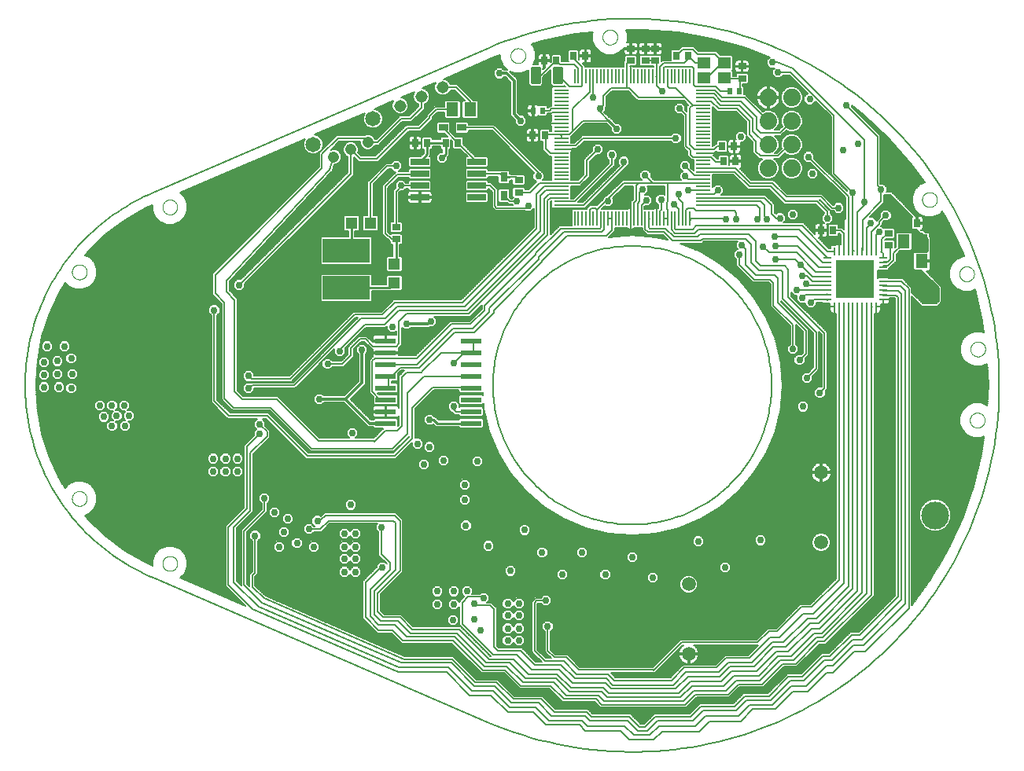
<source format=gbl>
G75*
%MOIN*%
%OFA0B0*%
%FSLAX25Y25*%
%IPPOS*%
%LPD*%
%AMOC8*
5,1,8,0,0,1.08239X$1,22.5*
%
%ADD10C,0.00600*%
%ADD11C,0.00000*%
%ADD12R,0.05118X0.05906*%
%ADD13R,0.03543X0.02756*%
%ADD14R,0.02756X0.03543*%
%ADD15R,0.03937X0.03150*%
%ADD16R,0.03150X0.03937*%
%ADD17R,0.04724X0.05118*%
%ADD18R,0.05118X0.04724*%
%ADD19R,0.00965X0.06299*%
%ADD20R,0.06299X0.00965*%
%ADD21R,0.08000X0.02600*%
%ADD22R,0.08661X0.02362*%
%ADD23R,0.20000X0.10000*%
%ADD24R,0.02362X0.02756*%
%ADD25C,0.05937*%
%ADD26R,0.05512X0.04724*%
%ADD27R,0.03346X0.01102*%
%ADD28R,0.01102X0.03346*%
%ADD29R,0.16339X0.16339*%
%ADD30C,0.01299*%
%ADD31C,0.07400*%
%ADD32C,0.04756*%
%ADD33C,0.06496*%
%ADD34C,0.05150*%
%ADD35C,0.01000*%
%ADD36C,0.01200*%
%ADD37C,0.02978*%
%ADD38C,0.11811*%
%ADD39C,0.01600*%
%ADD40C,0.00800*%
%ADD41C,0.00787*%
D10*
X0097818Y0076432D02*
X0106754Y0076432D01*
X0107353Y0075834D02*
X0099203Y0075834D01*
X0100588Y0075235D02*
X0107951Y0075235D01*
X0108550Y0074637D02*
X0101973Y0074637D01*
X0103359Y0074038D02*
X0109148Y0074038D01*
X0109747Y0073440D02*
X0104744Y0073440D01*
X0106129Y0072841D02*
X0110345Y0072841D01*
X0110944Y0072243D02*
X0107514Y0072243D01*
X0108899Y0071644D02*
X0111542Y0071644D01*
X0112141Y0071046D02*
X0110284Y0071046D01*
X0111670Y0070447D02*
X0112739Y0070447D01*
X0113055Y0069849D02*
X0113338Y0069849D01*
X0113553Y0069633D02*
X0086173Y0081464D01*
X0088009Y0083301D01*
X0089143Y0086039D01*
X0089143Y0089002D01*
X0088009Y0091740D01*
X0085914Y0093836D01*
X0083176Y0094970D01*
X0080212Y0094970D01*
X0077474Y0093836D01*
X0075378Y0091740D01*
X0074244Y0089002D01*
X0074244Y0086669D01*
X0071868Y0087747D01*
X0062849Y0092898D01*
X0054535Y0099123D01*
X0047052Y0106327D01*
X0045703Y0107992D01*
X0047567Y0108764D01*
X0049663Y0110860D01*
X0050797Y0113598D01*
X0050797Y0116561D01*
X0049663Y0119299D01*
X0047567Y0121395D01*
X0044829Y0122529D01*
X0041865Y0122529D01*
X0039127Y0121395D01*
X0037299Y0119566D01*
X0035026Y0123216D01*
X0030667Y0132643D01*
X0027505Y0142536D01*
X0025588Y0152744D01*
X0024945Y0163111D01*
X0025588Y0173478D01*
X0027505Y0183686D01*
X0030667Y0193579D01*
X0035026Y0203006D01*
X0037299Y0206656D01*
X0039127Y0204827D01*
X0041865Y0203693D01*
X0044829Y0203693D01*
X0047567Y0204827D01*
X0049663Y0206923D01*
X0050797Y0209661D01*
X0050797Y0212624D01*
X0049663Y0215362D01*
X0047567Y0217458D01*
X0045703Y0218230D01*
X0047052Y0219896D01*
X0054535Y0227099D01*
X0062849Y0233324D01*
X0071868Y0238475D01*
X0074244Y0239553D01*
X0074244Y0237220D01*
X0075378Y0234482D01*
X0077474Y0232386D01*
X0080212Y0231252D01*
X0083176Y0231252D01*
X0085914Y0232386D01*
X0088009Y0234482D01*
X0089143Y0237220D01*
X0089143Y0240183D01*
X0088009Y0242921D01*
X0086173Y0244758D01*
X0138931Y0267554D01*
X0138309Y0266051D01*
X0138309Y0264401D01*
X0138940Y0262877D01*
X0140107Y0261710D01*
X0141632Y0261078D01*
X0143282Y0261078D01*
X0144807Y0261710D01*
X0145973Y0262877D01*
X0146605Y0264401D01*
X0146605Y0266051D01*
X0145973Y0267576D01*
X0144807Y0268743D01*
X0143282Y0269374D01*
X0143144Y0269374D01*
X0164215Y0278479D01*
X0163601Y0276996D01*
X0163601Y0275346D01*
X0164233Y0273822D01*
X0165400Y0272655D01*
X0166924Y0272023D01*
X0168574Y0272023D01*
X0170099Y0272655D01*
X0171266Y0273822D01*
X0171897Y0275346D01*
X0171897Y0276996D01*
X0171266Y0278521D01*
X0170099Y0279688D01*
X0168574Y0280319D01*
X0168475Y0280319D01*
X0176458Y0283769D01*
X0176329Y0283640D01*
X0175800Y0282362D01*
X0175800Y0280980D01*
X0176329Y0279703D01*
X0177307Y0278726D01*
X0178584Y0278196D01*
X0179966Y0278196D01*
X0181243Y0278726D01*
X0182221Y0279703D01*
X0182750Y0280980D01*
X0182750Y0282362D01*
X0182221Y0283640D01*
X0181243Y0284617D01*
X0179966Y0285146D01*
X0179646Y0285146D01*
X0185481Y0287667D01*
X0185362Y0287549D01*
X0184833Y0286271D01*
X0184833Y0284889D01*
X0185362Y0283612D01*
X0186340Y0282634D01*
X0187008Y0282358D01*
X0187008Y0281366D01*
X0183045Y0277403D01*
X0179108Y0277403D01*
X0178346Y0276642D01*
X0169243Y0267538D01*
X0168623Y0267538D01*
X0168392Y0268095D01*
X0167470Y0269017D01*
X0166265Y0269516D01*
X0164961Y0269516D01*
X0164042Y0269135D01*
X0152336Y0269135D01*
X0151575Y0268374D01*
X0144882Y0261681D01*
X0144882Y0255775D01*
X0099606Y0210500D01*
X0099606Y0201549D01*
X0100368Y0200787D01*
X0103543Y0197612D01*
X0103543Y0157061D01*
X0104305Y0156299D01*
X0107480Y0153124D01*
X0108242Y0152362D01*
X0123990Y0152362D01*
X0140551Y0135801D01*
X0141313Y0135039D01*
X0176642Y0135039D01*
X0182941Y0141339D01*
X0183071Y0141469D01*
X0183071Y0141209D01*
X0176352Y0134490D01*
X0140421Y0134490D01*
X0123492Y0151419D01*
X0107350Y0151419D01*
X0101813Y0156957D01*
X0101813Y0192922D01*
X0102902Y0194011D01*
X0102902Y0195990D01*
X0101502Y0197390D01*
X0099523Y0197390D01*
X0098124Y0195990D01*
X0098124Y0194011D01*
X0099213Y0192922D01*
X0099213Y0155880D01*
X0105512Y0149580D01*
X0106273Y0148819D01*
X0118669Y0148819D01*
X0117415Y0147565D01*
X0117415Y0145586D01*
X0118394Y0144607D01*
X0117415Y0143628D01*
X0117415Y0141947D01*
X0113795Y0138327D01*
X0113092Y0137624D01*
X0113092Y0111246D01*
X0105921Y0104075D01*
X0105218Y0103372D01*
X0105218Y0077968D01*
X0113553Y0069633D01*
X0116541Y0068342D02*
X0177849Y0041852D01*
X0178763Y0041457D01*
X0198938Y0041457D01*
X0208780Y0031615D01*
X0217835Y0031615D01*
X0224922Y0024528D01*
X0235552Y0024528D01*
X0241064Y0019017D01*
X0255237Y0019017D01*
X0257599Y0016654D01*
X0272560Y0016654D01*
X0276497Y0012717D01*
X0286733Y0012717D01*
X0290276Y0016261D01*
X0306024Y0016261D01*
X0310355Y0020591D01*
X0323741Y0020591D01*
X0328859Y0025709D01*
X0338308Y0025709D01*
X0345788Y0033190D01*
X0352087Y0033190D01*
X0359961Y0041064D01*
X0362717Y0041064D01*
X0371772Y0050119D01*
X0376497Y0050119D01*
X0395001Y0068623D01*
X0395001Y0204056D01*
X0391851Y0207206D01*
X0383990Y0207206D01*
X0383879Y0207317D01*
X0383879Y0209285D02*
X0384160Y0209505D01*
X0383879Y0209285D02*
X0383560Y0209505D01*
X0381833Y0208768D02*
X0381615Y0208550D01*
X0381615Y0211989D01*
X0381833Y0211771D01*
X0385925Y0211771D01*
X0386452Y0212298D01*
X0386452Y0212505D01*
X0386457Y0212505D01*
X0388857Y0214905D01*
X0389560Y0215608D01*
X0389560Y0218571D01*
X0391192Y0220203D01*
X0395767Y0220203D01*
X0396294Y0220730D01*
X0396294Y0227381D01*
X0395767Y0227909D01*
X0389904Y0227909D01*
X0389376Y0227381D01*
X0389376Y0221782D01*
X0389050Y0221456D01*
X0389050Y0224232D01*
X0388523Y0224759D01*
X0384724Y0224759D01*
X0385286Y0225321D01*
X0388523Y0225321D01*
X0389050Y0225848D01*
X0389050Y0229350D01*
X0388523Y0229877D01*
X0384234Y0229877D01*
X0384105Y0229748D01*
X0383392Y0230461D01*
X0382945Y0230461D01*
X0383602Y0231118D01*
X0383602Y0231905D01*
X0384466Y0232769D01*
X0386148Y0232769D01*
X0387547Y0234169D01*
X0387547Y0236148D01*
X0386148Y0237547D01*
X0384169Y0237547D01*
X0382769Y0236148D01*
X0382769Y0234466D01*
X0381905Y0233602D01*
X0381248Y0232945D01*
X0381248Y0232998D01*
X0379849Y0234398D01*
X0378221Y0234398D01*
X0384390Y0240567D01*
X0384390Y0243820D01*
X0387127Y0243820D01*
X0396451Y0234495D01*
X0395991Y0234035D01*
X0395991Y0229746D01*
X0396518Y0229219D01*
X0398184Y0229219D01*
X0399725Y0227678D01*
X0400513Y0227678D01*
X0402875Y0225316D01*
X0402875Y0220198D01*
X0402279Y0219602D01*
X0397345Y0219602D01*
X0396817Y0219074D01*
X0396817Y0212423D01*
X0397345Y0211896D01*
X0400153Y0211896D01*
X0407599Y0204450D01*
X0407599Y0198938D01*
X0406418Y0197757D01*
X0400906Y0197757D01*
X0396201Y0202462D01*
X0396201Y0204553D01*
X0392348Y0208405D01*
X0386287Y0208405D01*
X0385925Y0208768D01*
X0381833Y0208768D01*
X0381768Y0208703D02*
X0381615Y0208703D01*
X0381615Y0209302D02*
X0402747Y0209302D01*
X0402148Y0209900D02*
X0381615Y0209900D01*
X0381615Y0210499D02*
X0401550Y0210499D01*
X0400951Y0211097D02*
X0381615Y0211097D01*
X0381615Y0211696D02*
X0400353Y0211696D01*
X0402250Y0211496D02*
X0403007Y0211496D01*
X0403337Y0211585D01*
X0403634Y0211756D01*
X0403876Y0211998D01*
X0404047Y0212294D01*
X0404135Y0212625D01*
X0404135Y0215449D01*
X0401319Y0215449D01*
X0401319Y0216049D01*
X0404135Y0216049D01*
X0404135Y0218873D01*
X0404047Y0219203D01*
X0403876Y0219500D01*
X0403875Y0219501D01*
X0404075Y0219701D01*
X0404075Y0225813D01*
X0403775Y0226113D01*
X0403775Y0227381D01*
X0403248Y0227909D01*
X0401979Y0227909D01*
X0401010Y0228878D01*
X0400222Y0228878D01*
X0400176Y0228924D01*
X0400445Y0229079D01*
X0400687Y0229321D01*
X0400858Y0229617D01*
X0400946Y0229948D01*
X0400946Y0231591D01*
X0398569Y0231591D01*
X0398569Y0232191D01*
X0400946Y0232191D01*
X0400946Y0233833D01*
X0400858Y0234164D01*
X0400687Y0234460D01*
X0400445Y0234702D01*
X0400148Y0234874D01*
X0399818Y0234962D01*
X0398568Y0234962D01*
X0398568Y0232191D01*
X0398169Y0232191D01*
X0398169Y0234474D01*
X0397969Y0234675D01*
X0397969Y0234962D01*
X0397681Y0234962D01*
X0397466Y0235177D01*
X0387624Y0245020D01*
X0385406Y0245020D01*
X0385579Y0245192D01*
X0385579Y0247171D01*
X0384179Y0248571D01*
X0382815Y0248571D01*
X0382815Y0269152D01*
X0382112Y0269855D01*
X0370747Y0281220D01*
X0370747Y0281693D01*
X0375467Y0278053D01*
X0386056Y0268128D01*
X0395643Y0257232D01*
X0401556Y0249042D01*
X0399442Y0248167D01*
X0397347Y0246071D01*
X0396213Y0243333D01*
X0396213Y0240369D01*
X0397347Y0237631D01*
X0399442Y0235536D01*
X0402180Y0234402D01*
X0405144Y0234402D01*
X0407882Y0235536D01*
X0409183Y0236837D01*
X0411464Y0232937D01*
X0417553Y0219763D01*
X0418238Y0217805D01*
X0417928Y0217805D01*
X0415190Y0216671D01*
X0413095Y0214575D01*
X0411961Y0211837D01*
X0411961Y0208873D01*
X0413095Y0206135D01*
X0415190Y0204040D01*
X0417928Y0202906D01*
X0420892Y0202906D01*
X0422917Y0203744D01*
X0425805Y0191969D01*
X0426753Y0185444D01*
X0425616Y0185915D01*
X0422653Y0185915D01*
X0419915Y0184781D01*
X0417819Y0182685D01*
X0416685Y0179947D01*
X0416685Y0176984D01*
X0417819Y0174245D01*
X0419915Y0172150D01*
X0422653Y0171016D01*
X0425616Y0171016D01*
X0428159Y0172069D01*
X0428590Y0163111D01*
X0428178Y0154563D01*
X0428118Y0154623D01*
X0425380Y0155757D01*
X0422417Y0155757D01*
X0419679Y0154623D01*
X0417583Y0152528D01*
X0416449Y0149790D01*
X0416449Y0146826D01*
X0417583Y0144088D01*
X0419679Y0141992D01*
X0422417Y0140858D01*
X0425380Y0140858D01*
X0426853Y0141468D01*
X0425805Y0134253D01*
X0422348Y0120157D01*
X0417553Y0106459D01*
X0411464Y0093285D01*
X0404138Y0080757D01*
X0396201Y0069763D01*
X0396201Y0200765D01*
X0400409Y0196557D01*
X0406915Y0196557D01*
X0407618Y0197260D01*
X0408799Y0198441D01*
X0408799Y0204947D01*
X0408096Y0205650D01*
X0402250Y0211496D01*
X0402648Y0211097D02*
X0411961Y0211097D01*
X0411961Y0210499D02*
X0403247Y0210499D01*
X0403846Y0209900D02*
X0411961Y0209900D01*
X0411961Y0209302D02*
X0404444Y0209302D01*
X0405043Y0208703D02*
X0412031Y0208703D01*
X0412279Y0208105D02*
X0405641Y0208105D01*
X0406240Y0207506D02*
X0412527Y0207506D01*
X0412775Y0206908D02*
X0406838Y0206908D01*
X0407437Y0206309D02*
X0413023Y0206309D01*
X0413519Y0205711D02*
X0408035Y0205711D01*
X0408634Y0205112D02*
X0414118Y0205112D01*
X0414716Y0204514D02*
X0408799Y0204514D01*
X0408799Y0203915D02*
X0415491Y0203915D01*
X0416936Y0203317D02*
X0408799Y0203317D01*
X0408799Y0202718D02*
X0423169Y0202718D01*
X0423315Y0202120D02*
X0408799Y0202120D01*
X0408799Y0201521D02*
X0423462Y0201521D01*
X0423609Y0200923D02*
X0408799Y0200923D01*
X0408799Y0200324D02*
X0423756Y0200324D01*
X0423902Y0199726D02*
X0408799Y0199726D01*
X0408799Y0199127D02*
X0424049Y0199127D01*
X0424196Y0198529D02*
X0408799Y0198529D01*
X0408289Y0197930D02*
X0424343Y0197930D01*
X0424490Y0197332D02*
X0407690Y0197332D01*
X0407092Y0196733D02*
X0424636Y0196733D01*
X0424783Y0196135D02*
X0396201Y0196135D01*
X0396201Y0196733D02*
X0400233Y0196733D01*
X0399634Y0197332D02*
X0396201Y0197332D01*
X0396201Y0197930D02*
X0399036Y0197930D01*
X0398437Y0198529D02*
X0396201Y0198529D01*
X0396201Y0199127D02*
X0397839Y0199127D01*
X0397240Y0199726D02*
X0396201Y0199726D01*
X0396201Y0200324D02*
X0396642Y0200324D01*
X0397740Y0200923D02*
X0407599Y0200923D01*
X0407599Y0201521D02*
X0397142Y0201521D01*
X0396543Y0202120D02*
X0407599Y0202120D01*
X0407599Y0202718D02*
X0396201Y0202718D01*
X0396201Y0203317D02*
X0407599Y0203317D01*
X0407599Y0203915D02*
X0396201Y0203915D01*
X0396201Y0204514D02*
X0407535Y0204514D01*
X0406937Y0205112D02*
X0395641Y0205112D01*
X0395043Y0205711D02*
X0406338Y0205711D01*
X0405740Y0206309D02*
X0394444Y0206309D01*
X0393846Y0206908D02*
X0405141Y0206908D01*
X0404543Y0207506D02*
X0393247Y0207506D01*
X0392649Y0208105D02*
X0403944Y0208105D01*
X0403345Y0208703D02*
X0385989Y0208703D01*
X0386448Y0212294D02*
X0396946Y0212294D01*
X0396817Y0212893D02*
X0386845Y0212893D01*
X0387444Y0213491D02*
X0396817Y0213491D01*
X0396817Y0214090D02*
X0388042Y0214090D01*
X0388641Y0214688D02*
X0396817Y0214688D01*
X0396817Y0215287D02*
X0389239Y0215287D01*
X0388857Y0214905D02*
X0388857Y0214905D01*
X0389560Y0215885D02*
X0396817Y0215885D01*
X0396817Y0216484D02*
X0389560Y0216484D01*
X0389560Y0217082D02*
X0396817Y0217082D01*
X0396817Y0217681D02*
X0389560Y0217681D01*
X0389560Y0218280D02*
X0396817Y0218280D01*
X0396817Y0218878D02*
X0389866Y0218878D01*
X0390465Y0219477D02*
X0397219Y0219477D01*
X0396238Y0220674D02*
X0402875Y0220674D01*
X0402875Y0221272D02*
X0396294Y0221272D01*
X0396294Y0221871D02*
X0402875Y0221871D01*
X0402875Y0222469D02*
X0396294Y0222469D01*
X0396294Y0223068D02*
X0402875Y0223068D01*
X0402875Y0223666D02*
X0396294Y0223666D01*
X0396294Y0224265D02*
X0402875Y0224265D01*
X0402875Y0224863D02*
X0396294Y0224863D01*
X0396294Y0225462D02*
X0402729Y0225462D01*
X0402130Y0226060D02*
X0396294Y0226060D01*
X0396294Y0226659D02*
X0401532Y0226659D01*
X0400933Y0227257D02*
X0396294Y0227257D01*
X0395820Y0227856D02*
X0399547Y0227856D01*
X0398949Y0228454D02*
X0389050Y0228454D01*
X0389050Y0227856D02*
X0389851Y0227856D01*
X0389376Y0227257D02*
X0389050Y0227257D01*
X0389050Y0226659D02*
X0389376Y0226659D01*
X0389376Y0226060D02*
X0389050Y0226060D01*
X0389376Y0225462D02*
X0388664Y0225462D01*
X0389376Y0224863D02*
X0384828Y0224863D01*
X0383387Y0225119D02*
X0385552Y0227284D01*
X0385552Y0227599D01*
X0386379Y0227599D01*
X0385552Y0227599D02*
X0385080Y0227599D01*
X0382402Y0228072D02*
X0381024Y0226694D01*
X0381024Y0220013D01*
X0379056Y0220013D02*
X0379056Y0228269D01*
X0382402Y0231615D01*
X0382402Y0232402D01*
X0385158Y0235158D01*
X0383455Y0236833D02*
X0380656Y0236833D01*
X0380058Y0236235D02*
X0382856Y0236235D01*
X0382769Y0235636D02*
X0379459Y0235636D01*
X0378861Y0235038D02*
X0382769Y0235038D01*
X0382742Y0234439D02*
X0378262Y0234439D01*
X0380405Y0233841D02*
X0382144Y0233841D01*
X0381545Y0233242D02*
X0381004Y0233242D01*
X0378859Y0232009D02*
X0378859Y0231615D01*
X0377087Y0229843D01*
X0377087Y0220013D01*
X0375316Y0220461D02*
X0375160Y0220305D01*
X0375119Y0220013D01*
X0375316Y0220461D02*
X0375316Y0233190D01*
X0383190Y0241064D01*
X0383190Y0246182D01*
X0381615Y0247757D01*
X0381615Y0268655D01*
X0368358Y0281912D01*
X0370843Y0281123D02*
X0371485Y0281123D01*
X0371442Y0280525D02*
X0372261Y0280525D01*
X0372041Y0279926D02*
X0373038Y0279926D01*
X0372639Y0279328D02*
X0373814Y0279328D01*
X0373238Y0278729D02*
X0374590Y0278729D01*
X0373836Y0278131D02*
X0375366Y0278131D01*
X0376023Y0277532D02*
X0374435Y0277532D01*
X0375033Y0276934D02*
X0376661Y0276934D01*
X0377300Y0276335D02*
X0375632Y0276335D01*
X0376230Y0275737D02*
X0377938Y0275737D01*
X0378577Y0275138D02*
X0376829Y0275138D01*
X0377427Y0274540D02*
X0379216Y0274540D01*
X0379854Y0273941D02*
X0378026Y0273941D01*
X0378624Y0273343D02*
X0380493Y0273343D01*
X0381131Y0272744D02*
X0379223Y0272744D01*
X0379821Y0272146D02*
X0381770Y0272146D01*
X0382408Y0271547D02*
X0380420Y0271547D01*
X0381018Y0270948D02*
X0383047Y0270948D01*
X0383685Y0270350D02*
X0381617Y0270350D01*
X0382215Y0269751D02*
X0384324Y0269751D01*
X0384962Y0269153D02*
X0382814Y0269153D01*
X0382815Y0268554D02*
X0385601Y0268554D01*
X0386207Y0267956D02*
X0382815Y0267956D01*
X0382815Y0267357D02*
X0386734Y0267357D01*
X0387261Y0266759D02*
X0382815Y0266759D01*
X0382815Y0266160D02*
X0387787Y0266160D01*
X0388314Y0265562D02*
X0382815Y0265562D01*
X0382815Y0264963D02*
X0388840Y0264963D01*
X0389367Y0264365D02*
X0382815Y0264365D01*
X0382815Y0263766D02*
X0389893Y0263766D01*
X0390420Y0263168D02*
X0382815Y0263168D01*
X0382815Y0262569D02*
X0390947Y0262569D01*
X0391473Y0261971D02*
X0382815Y0261971D01*
X0382815Y0261372D02*
X0392000Y0261372D01*
X0392526Y0260774D02*
X0382815Y0260774D01*
X0382815Y0260175D02*
X0393053Y0260175D01*
X0393579Y0259577D02*
X0382815Y0259577D01*
X0382815Y0258978D02*
X0394106Y0258978D01*
X0394633Y0258380D02*
X0382815Y0258380D01*
X0382815Y0257781D02*
X0395159Y0257781D01*
X0395678Y0257183D02*
X0382815Y0257183D01*
X0382815Y0256584D02*
X0396110Y0256584D01*
X0396542Y0255986D02*
X0382815Y0255986D01*
X0382815Y0255387D02*
X0396974Y0255387D01*
X0397407Y0254789D02*
X0382815Y0254789D01*
X0382815Y0254190D02*
X0397839Y0254190D01*
X0398271Y0253592D02*
X0382815Y0253592D01*
X0382815Y0252993D02*
X0398703Y0252993D01*
X0399135Y0252395D02*
X0382815Y0252395D01*
X0382815Y0251796D02*
X0399567Y0251796D01*
X0399999Y0251198D02*
X0382815Y0251198D01*
X0382815Y0250599D02*
X0400431Y0250599D01*
X0400864Y0250001D02*
X0382815Y0250001D01*
X0382815Y0249402D02*
X0401296Y0249402D01*
X0400980Y0248804D02*
X0382815Y0248804D01*
X0384545Y0248205D02*
X0399535Y0248205D01*
X0398882Y0247607D02*
X0385144Y0247607D01*
X0385579Y0247008D02*
X0398284Y0247008D01*
X0397685Y0246410D02*
X0385579Y0246410D01*
X0385579Y0245811D02*
X0397239Y0245811D01*
X0396991Y0245213D02*
X0385579Y0245213D01*
X0384390Y0243417D02*
X0387529Y0243417D01*
X0388128Y0242818D02*
X0384390Y0242818D01*
X0384390Y0242220D02*
X0388726Y0242220D01*
X0389325Y0241621D02*
X0384390Y0241621D01*
X0384390Y0241023D02*
X0389924Y0241023D01*
X0390522Y0240424D02*
X0384247Y0240424D01*
X0383649Y0239826D02*
X0391121Y0239826D01*
X0391719Y0239227D02*
X0383050Y0239227D01*
X0382452Y0238629D02*
X0392318Y0238629D01*
X0392916Y0238030D02*
X0381853Y0238030D01*
X0381255Y0237432D02*
X0384053Y0237432D01*
X0386263Y0237432D02*
X0393515Y0237432D01*
X0394113Y0236833D02*
X0386862Y0236833D01*
X0387460Y0236235D02*
X0394712Y0236235D01*
X0395310Y0235636D02*
X0387547Y0235636D01*
X0387547Y0235038D02*
X0395909Y0235038D01*
X0396395Y0234439D02*
X0387547Y0234439D01*
X0387219Y0233841D02*
X0395991Y0233841D01*
X0395991Y0233242D02*
X0386621Y0233242D01*
X0384341Y0232644D02*
X0395991Y0232644D01*
X0395991Y0232045D02*
X0383742Y0232045D01*
X0383602Y0231447D02*
X0395991Y0231447D01*
X0395991Y0230848D02*
X0383333Y0230848D01*
X0383603Y0230250D02*
X0395991Y0230250D01*
X0396085Y0229651D02*
X0388749Y0229651D01*
X0389050Y0229053D02*
X0398350Y0229053D01*
X0400400Y0229053D02*
X0413259Y0229053D01*
X0412983Y0229651D02*
X0400867Y0229651D01*
X0400946Y0230250D02*
X0412706Y0230250D01*
X0412429Y0230848D02*
X0400946Y0230848D01*
X0400946Y0231447D02*
X0412153Y0231447D01*
X0411876Y0232045D02*
X0398569Y0232045D01*
X0398568Y0232644D02*
X0398169Y0232644D01*
X0398169Y0233242D02*
X0398568Y0233242D01*
X0398568Y0233841D02*
X0398169Y0233841D01*
X0398169Y0234439D02*
X0398568Y0234439D01*
X0397606Y0235038D02*
X0400644Y0235038D01*
X0400699Y0234439D02*
X0402089Y0234439D01*
X0400944Y0233841D02*
X0410935Y0233841D01*
X0410585Y0234439D02*
X0405235Y0234439D01*
X0406680Y0235038D02*
X0410236Y0235038D01*
X0409886Y0235636D02*
X0407983Y0235636D01*
X0408581Y0236235D02*
X0409536Y0236235D01*
X0409186Y0236833D02*
X0409180Y0236833D01*
X0411285Y0233242D02*
X0400946Y0233242D01*
X0400946Y0232644D02*
X0411600Y0232644D01*
X0413536Y0228454D02*
X0401433Y0228454D01*
X0403301Y0227856D02*
X0413812Y0227856D01*
X0414089Y0227257D02*
X0403775Y0227257D01*
X0403775Y0226659D02*
X0414366Y0226659D01*
X0414642Y0226060D02*
X0403827Y0226060D01*
X0404075Y0225462D02*
X0414919Y0225462D01*
X0415195Y0224863D02*
X0404075Y0224863D01*
X0404075Y0224265D02*
X0415472Y0224265D01*
X0415749Y0223666D02*
X0404075Y0223666D01*
X0404075Y0223068D02*
X0416025Y0223068D01*
X0416302Y0222469D02*
X0404075Y0222469D01*
X0404075Y0221871D02*
X0416579Y0221871D01*
X0416855Y0221272D02*
X0404075Y0221272D01*
X0404075Y0220674D02*
X0417132Y0220674D01*
X0417408Y0220075D02*
X0404075Y0220075D01*
X0403889Y0219477D02*
X0417653Y0219477D01*
X0417862Y0218878D02*
X0404134Y0218878D01*
X0404135Y0218280D02*
X0418072Y0218280D01*
X0417630Y0217681D02*
X0404135Y0217681D01*
X0404135Y0217082D02*
X0416185Y0217082D01*
X0415004Y0216484D02*
X0404135Y0216484D01*
X0404135Y0215287D02*
X0413807Y0215287D01*
X0414405Y0215885D02*
X0401319Y0215885D01*
X0404135Y0214688D02*
X0413208Y0214688D01*
X0412894Y0214090D02*
X0404135Y0214090D01*
X0404135Y0213491D02*
X0412646Y0213491D01*
X0412398Y0212893D02*
X0404135Y0212893D01*
X0404047Y0212294D02*
X0412150Y0212294D01*
X0411961Y0211696D02*
X0403530Y0211696D01*
X0402752Y0220075D02*
X0391063Y0220075D01*
X0389376Y0221871D02*
X0389050Y0221871D01*
X0389050Y0222469D02*
X0389376Y0222469D01*
X0389376Y0223068D02*
X0389050Y0223068D01*
X0389050Y0223666D02*
X0389376Y0223666D01*
X0389376Y0224265D02*
X0389018Y0224265D01*
X0391960Y0223905D02*
X0391960Y0222669D01*
X0388360Y0219069D01*
X0388360Y0216105D01*
X0385960Y0213705D01*
X0384160Y0213705D01*
X0383879Y0213222D01*
X0383879Y0215191D02*
X0384160Y0215505D01*
X0385960Y0215505D01*
X0387127Y0216672D01*
X0387127Y0221733D01*
X0386379Y0222481D01*
X0385360Y0222105D01*
X0383190Y0219804D02*
X0383387Y0219607D01*
X0383387Y0225119D01*
X0379056Y0221969D02*
X0379056Y0220013D01*
X0383387Y0219607D02*
X0383879Y0219115D01*
X0383879Y0217159D01*
X0391960Y0215505D02*
X0392796Y0215749D01*
X0392560Y0216105D01*
X0399160Y0222705D02*
X0399160Y0223905D01*
X0399760Y0223905D02*
X0400053Y0223984D01*
X0400316Y0224056D01*
X0392835Y0224056D02*
X0391960Y0223905D01*
X0397007Y0235636D02*
X0399342Y0235636D01*
X0398743Y0236235D02*
X0396409Y0236235D01*
X0395810Y0236833D02*
X0398145Y0236833D01*
X0397546Y0237432D02*
X0395212Y0237432D01*
X0394613Y0238030D02*
X0397181Y0238030D01*
X0396934Y0238629D02*
X0394015Y0238629D01*
X0393416Y0239227D02*
X0396686Y0239227D01*
X0396438Y0239826D02*
X0392818Y0239826D01*
X0392219Y0240424D02*
X0396213Y0240424D01*
X0396213Y0241023D02*
X0391621Y0241023D01*
X0391022Y0241621D02*
X0396213Y0241621D01*
X0396213Y0242220D02*
X0390424Y0242220D01*
X0389825Y0242818D02*
X0396213Y0242818D01*
X0396247Y0243417D02*
X0389227Y0243417D01*
X0388628Y0244015D02*
X0396495Y0244015D01*
X0396743Y0244614D02*
X0388029Y0244614D01*
X0376103Y0240697D02*
X0376103Y0239489D01*
X0373150Y0236536D01*
X0373150Y0220013D01*
X0371560Y0220305D02*
X0371182Y0220013D01*
X0371182Y0244804D01*
X0370985Y0245001D01*
X0363111Y0252875D01*
X0363111Y0277513D01*
X0344836Y0295788D01*
X0339489Y0295788D01*
X0337964Y0297642D02*
X0337100Y0296778D01*
X0337100Y0294799D01*
X0338499Y0293399D01*
X0340479Y0293399D01*
X0341667Y0294588D01*
X0344339Y0294588D01*
X0352167Y0286760D01*
X0351885Y0286760D01*
X0350486Y0285360D01*
X0350486Y0283381D01*
X0351885Y0281982D01*
X0353864Y0281982D01*
X0355264Y0283381D01*
X0355264Y0283663D01*
X0361911Y0277016D01*
X0361911Y0253372D01*
X0361911Y0252378D01*
X0368596Y0245693D01*
X0368596Y0245543D01*
X0354870Y0259269D01*
X0354870Y0260951D01*
X0353471Y0262350D01*
X0351492Y0262350D01*
X0350092Y0260951D01*
X0350092Y0258972D01*
X0351492Y0257572D01*
X0353173Y0257572D01*
X0368013Y0242732D01*
X0368013Y0233884D01*
X0367423Y0233293D01*
X0367423Y0229139D01*
X0366581Y0229980D01*
X0365113Y0229980D01*
X0365113Y0230925D01*
X0364586Y0231452D01*
X0361085Y0231452D01*
X0360557Y0230925D01*
X0360557Y0226636D01*
X0361085Y0226109D01*
X0364586Y0226109D01*
X0365113Y0226636D01*
X0365113Y0227580D01*
X0365587Y0227580D01*
X0366160Y0227008D01*
X0366160Y0222943D01*
X0365999Y0222987D01*
X0365276Y0222987D01*
X0364554Y0222987D01*
X0364223Y0222898D01*
X0363927Y0222727D01*
X0363787Y0222587D01*
X0362384Y0222587D01*
X0361857Y0222059D01*
X0361857Y0221213D01*
X0361036Y0221213D01*
X0356541Y0225709D01*
X0357417Y0225709D01*
X0357417Y0228480D01*
X0358017Y0228480D01*
X0358017Y0225709D01*
X0359266Y0225709D01*
X0359597Y0225797D01*
X0359893Y0225968D01*
X0360136Y0226210D01*
X0360307Y0226507D01*
X0360395Y0226837D01*
X0360395Y0228480D01*
X0358017Y0228480D01*
X0358017Y0229080D01*
X0360395Y0229080D01*
X0360395Y0230723D01*
X0360307Y0231054D01*
X0360136Y0231350D01*
X0359898Y0231588D01*
X0361345Y0231588D01*
X0362744Y0232988D01*
X0362744Y0234967D01*
X0361555Y0236156D01*
X0361555Y0237230D01*
X0360852Y0237933D01*
X0357224Y0241561D01*
X0356953Y0241832D01*
X0357102Y0241832D01*
X0361827Y0237108D01*
X0362901Y0237108D01*
X0364090Y0235919D01*
X0366069Y0235919D01*
X0367468Y0237318D01*
X0367468Y0239297D01*
X0366069Y0240697D01*
X0364090Y0240697D01*
X0362901Y0239508D01*
X0362821Y0239508D01*
X0358096Y0244232D01*
X0343529Y0244232D01*
X0337624Y0250138D01*
X0328175Y0250138D01*
X0323248Y0255065D01*
X0323337Y0255089D01*
X0323634Y0255260D01*
X0323876Y0255502D01*
X0324047Y0255798D01*
X0324135Y0256129D01*
X0324135Y0257772D01*
X0321758Y0257772D01*
X0321758Y0258372D01*
X0324135Y0258372D01*
X0324135Y0260014D01*
X0324047Y0260345D01*
X0323876Y0260642D01*
X0323634Y0260884D01*
X0323337Y0261055D01*
X0323007Y0261143D01*
X0321757Y0261143D01*
X0321757Y0258372D01*
X0321157Y0258372D01*
X0321157Y0257772D01*
X0318780Y0257772D01*
X0318780Y0256437D01*
X0318617Y0256437D01*
X0318617Y0260216D01*
X0318090Y0260743D01*
X0314589Y0260743D01*
X0314061Y0260216D01*
X0314061Y0259193D01*
X0313608Y0259193D01*
X0312343Y0260458D01*
X0312343Y0260458D01*
X0312176Y0260625D01*
X0312246Y0260883D01*
X0312246Y0261536D01*
X0307796Y0261536D01*
X0307796Y0261536D01*
X0312246Y0261536D01*
X0312246Y0261811D01*
X0312862Y0261811D01*
X0313471Y0262420D01*
X0313471Y0262226D01*
X0313998Y0261699D01*
X0317500Y0261699D01*
X0318027Y0262226D01*
X0318027Y0266515D01*
X0317500Y0267043D01*
X0313998Y0267043D01*
X0313471Y0266515D01*
X0313471Y0265671D01*
X0313045Y0265671D01*
X0311846Y0264472D01*
X0311846Y0281183D01*
X0313795Y0279234D01*
X0321669Y0279234D01*
X0326084Y0274819D01*
X0326084Y0269658D01*
X0324730Y0271012D01*
X0322751Y0271012D01*
X0321352Y0269612D01*
X0321352Y0267633D01*
X0321543Y0267442D01*
X0321167Y0267442D01*
X0321167Y0264671D01*
X0320567Y0264671D01*
X0320567Y0267443D01*
X0319318Y0267443D01*
X0318987Y0267354D01*
X0318691Y0267183D01*
X0318449Y0266941D01*
X0318278Y0266644D01*
X0318189Y0266314D01*
X0318189Y0264671D01*
X0320567Y0264671D01*
X0320567Y0264071D01*
X0318189Y0264071D01*
X0318189Y0262428D01*
X0318278Y0262097D01*
X0318449Y0261801D01*
X0318691Y0261559D01*
X0318987Y0261388D01*
X0319318Y0261299D01*
X0320567Y0261299D01*
X0320567Y0264071D01*
X0321167Y0264071D01*
X0321167Y0264671D01*
X0323545Y0264671D01*
X0323545Y0266234D01*
X0324730Y0266234D01*
X0326130Y0267633D01*
X0326130Y0268868D01*
X0328840Y0266157D01*
X0328840Y0261827D01*
X0331512Y0259155D01*
X0332810Y0259155D01*
X0332671Y0259097D01*
X0331377Y0257803D01*
X0330676Y0256113D01*
X0330676Y0254283D01*
X0331377Y0252592D01*
X0332671Y0251298D01*
X0334361Y0250598D01*
X0336191Y0250598D01*
X0337882Y0251298D01*
X0339176Y0252592D01*
X0339876Y0254283D01*
X0339876Y0256113D01*
X0339176Y0257803D01*
X0337882Y0259097D01*
X0337743Y0259155D01*
X0339986Y0259155D01*
X0342400Y0261569D01*
X0342671Y0261298D01*
X0344361Y0260598D01*
X0346191Y0260598D01*
X0347882Y0261298D01*
X0349176Y0262592D01*
X0349876Y0264283D01*
X0349876Y0266113D01*
X0349176Y0267803D01*
X0347882Y0269097D01*
X0346191Y0269798D01*
X0344361Y0269798D01*
X0342671Y0269097D01*
X0341377Y0267803D01*
X0340676Y0266113D01*
X0340676Y0264283D01*
X0340982Y0263545D01*
X0338992Y0261555D01*
X0338139Y0261555D01*
X0339176Y0262592D01*
X0339876Y0264283D01*
X0339876Y0266113D01*
X0339176Y0267803D01*
X0337982Y0268998D01*
X0340773Y0268998D01*
X0341476Y0269701D01*
X0342956Y0271180D01*
X0344361Y0270598D01*
X0346191Y0270598D01*
X0347882Y0271298D01*
X0349176Y0272592D01*
X0349876Y0274283D01*
X0349876Y0276113D01*
X0349176Y0277803D01*
X0347882Y0279097D01*
X0346191Y0279798D01*
X0344361Y0279798D01*
X0342671Y0279097D01*
X0341377Y0277803D01*
X0340676Y0276113D01*
X0340676Y0274283D01*
X0341259Y0272877D01*
X0339779Y0271398D01*
X0337982Y0271398D01*
X0339176Y0272592D01*
X0339876Y0274283D01*
X0339876Y0276113D01*
X0339176Y0277803D01*
X0337882Y0279097D01*
X0336191Y0279798D01*
X0334361Y0279798D01*
X0332956Y0279215D01*
X0326516Y0285655D01*
X0325813Y0286358D01*
X0324995Y0286358D01*
X0324995Y0289547D01*
X0324478Y0290064D01*
X0324478Y0290983D01*
X0326365Y0290983D01*
X0326892Y0291511D01*
X0326892Y0295012D01*
X0326365Y0295539D01*
X0322076Y0295539D01*
X0321549Y0295012D01*
X0321549Y0294304D01*
X0320364Y0294304D01*
X0320364Y0296244D01*
X0319949Y0296658D01*
X0320364Y0297073D01*
X0320364Y0302543D01*
X0319837Y0303070D01*
X0315143Y0303070D01*
X0314054Y0304159D01*
X0313351Y0304862D01*
X0305734Y0304862D01*
X0304468Y0306128D01*
X0303766Y0306831D01*
X0298690Y0306831D01*
X0297987Y0306128D01*
X0297987Y0306128D01*
X0297261Y0305402D01*
X0294536Y0305402D01*
X0294009Y0304874D01*
X0294009Y0300925D01*
X0290567Y0300925D01*
X0290113Y0300472D01*
X0290113Y0302539D01*
X0289586Y0303066D01*
X0285297Y0303066D01*
X0285248Y0303017D01*
X0281137Y0303017D01*
X0280609Y0302490D01*
X0280609Y0298989D01*
X0281137Y0298461D01*
X0285426Y0298461D01*
X0285474Y0298510D01*
X0286714Y0298510D01*
X0286714Y0298066D01*
X0278311Y0298066D01*
X0278171Y0298206D01*
X0277875Y0298378D01*
X0277544Y0298466D01*
X0276891Y0298466D01*
X0276891Y0294017D01*
X0276890Y0294017D01*
X0276890Y0298466D01*
X0276616Y0298466D01*
X0276616Y0298521D01*
X0279177Y0298521D01*
X0279704Y0299048D01*
X0279704Y0302550D01*
X0279177Y0303077D01*
X0274888Y0303077D01*
X0274361Y0302550D01*
X0274361Y0300753D01*
X0274016Y0300409D01*
X0274016Y0298066D01*
X0257618Y0298066D01*
X0257618Y0298647D01*
X0256573Y0299692D01*
X0257560Y0299692D01*
X0257560Y0302464D01*
X0255182Y0302464D01*
X0255182Y0301084D01*
X0255020Y0301246D01*
X0255020Y0304908D01*
X0254492Y0305435D01*
X0250991Y0305435D01*
X0250464Y0304908D01*
X0250464Y0300619D01*
X0250552Y0300531D01*
X0247796Y0300531D01*
X0247796Y0302881D01*
X0247269Y0303408D01*
X0243767Y0303408D01*
X0243240Y0302881D01*
X0243240Y0300242D01*
X0243078Y0300089D01*
X0243078Y0300436D01*
X0240700Y0300436D01*
X0240700Y0297853D01*
X0239843Y0297048D01*
X0239843Y0297665D01*
X0240100Y0297665D01*
X0240100Y0300436D01*
X0240700Y0300436D01*
X0240700Y0301036D01*
X0243078Y0301036D01*
X0243078Y0302679D01*
X0242989Y0303010D01*
X0242818Y0303306D01*
X0242576Y0303548D01*
X0242280Y0303719D01*
X0241949Y0303808D01*
X0240700Y0303808D01*
X0240700Y0301036D01*
X0240100Y0301036D01*
X0240100Y0300436D01*
X0237722Y0300436D01*
X0237722Y0299184D01*
X0235787Y0299184D01*
X0236702Y0301393D01*
X0236702Y0304357D01*
X0235568Y0307095D01*
X0234967Y0307696D01*
X0239302Y0309062D01*
X0253499Y0312073D01*
X0261070Y0312931D01*
X0260780Y0312231D01*
X0260780Y0309267D01*
X0261914Y0306529D01*
X0264009Y0304433D01*
X0266747Y0303299D01*
X0269711Y0303299D01*
X0272449Y0304433D01*
X0274233Y0306217D01*
X0276732Y0306217D01*
X0276732Y0305617D01*
X0277332Y0305617D01*
X0277332Y0303239D01*
X0278975Y0303239D01*
X0279306Y0303328D01*
X0279602Y0303499D01*
X0279844Y0303741D01*
X0280015Y0304038D01*
X0280104Y0304368D01*
X0280104Y0305617D01*
X0277332Y0305617D01*
X0277332Y0306217D01*
X0280104Y0306217D01*
X0280104Y0307466D01*
X0280015Y0307797D01*
X0279844Y0308093D01*
X0279602Y0308336D01*
X0279306Y0308507D01*
X0278975Y0308595D01*
X0277332Y0308595D01*
X0277332Y0306217D01*
X0276732Y0306217D01*
X0276732Y0308595D01*
X0275400Y0308595D01*
X0275679Y0309267D01*
X0275679Y0312231D01*
X0275018Y0313825D01*
X0282431Y0313948D01*
X0296898Y0312794D01*
X0311187Y0310255D01*
X0325167Y0306356D01*
X0335962Y0302191D01*
X0334792Y0301020D01*
X0334792Y0299041D01*
X0336191Y0297642D01*
X0337964Y0297642D01*
X0337605Y0297283D02*
X0327292Y0297283D01*
X0327292Y0296830D02*
X0327292Y0298080D01*
X0324521Y0298080D01*
X0324521Y0298679D01*
X0327292Y0298679D01*
X0327292Y0299929D01*
X0327204Y0300259D01*
X0327032Y0300556D01*
X0326790Y0300798D01*
X0326494Y0300969D01*
X0326163Y0301057D01*
X0324520Y0301057D01*
X0324520Y0298680D01*
X0323920Y0298680D01*
X0323920Y0301057D01*
X0322278Y0301057D01*
X0321947Y0300969D01*
X0321651Y0300798D01*
X0321409Y0300556D01*
X0321237Y0300259D01*
X0321149Y0299929D01*
X0321149Y0298679D01*
X0323920Y0298679D01*
X0323920Y0298080D01*
X0321149Y0298080D01*
X0321149Y0296830D01*
X0321237Y0296500D01*
X0321409Y0296203D01*
X0321651Y0295961D01*
X0321947Y0295790D01*
X0322278Y0295702D01*
X0323920Y0295702D01*
X0323920Y0298079D01*
X0324520Y0298079D01*
X0324520Y0295702D01*
X0326163Y0295702D01*
X0326494Y0295790D01*
X0326790Y0295961D01*
X0327032Y0296203D01*
X0327204Y0296500D01*
X0327292Y0296830D01*
X0327253Y0296684D02*
X0337100Y0296684D01*
X0337100Y0296086D02*
X0326915Y0296086D01*
X0326417Y0295487D02*
X0337100Y0295487D01*
X0337100Y0294889D02*
X0326892Y0294889D01*
X0326892Y0294290D02*
X0337608Y0294290D01*
X0338207Y0293692D02*
X0326892Y0293692D01*
X0326892Y0293093D02*
X0345834Y0293093D01*
X0346432Y0292495D02*
X0326892Y0292495D01*
X0326892Y0291896D02*
X0347031Y0291896D01*
X0347629Y0291298D02*
X0326679Y0291298D01*
X0324478Y0290699D02*
X0348228Y0290699D01*
X0348826Y0290101D02*
X0336281Y0290101D01*
X0336447Y0290075D02*
X0335670Y0290198D01*
X0335576Y0290198D01*
X0335576Y0285498D01*
X0334976Y0285498D01*
X0334976Y0290198D01*
X0334883Y0290198D01*
X0334106Y0290075D01*
X0333357Y0289831D01*
X0332656Y0289474D01*
X0332019Y0289011D01*
X0331463Y0288455D01*
X0331000Y0287818D01*
X0330643Y0287117D01*
X0330399Y0286368D01*
X0330276Y0285591D01*
X0330276Y0285498D01*
X0334976Y0285498D01*
X0334976Y0284898D01*
X0330276Y0284898D01*
X0330276Y0284804D01*
X0330399Y0284027D01*
X0330643Y0283278D01*
X0331000Y0282577D01*
X0331463Y0281940D01*
X0332019Y0281384D01*
X0332656Y0280921D01*
X0333357Y0280564D01*
X0334106Y0280321D01*
X0334883Y0280198D01*
X0334976Y0280198D01*
X0334976Y0284898D01*
X0335576Y0284898D01*
X0335576Y0280198D01*
X0335670Y0280198D01*
X0336447Y0280321D01*
X0337196Y0280564D01*
X0337897Y0280921D01*
X0338534Y0281384D01*
X0339090Y0281940D01*
X0339553Y0282577D01*
X0339910Y0283278D01*
X0340153Y0284027D01*
X0340276Y0284804D01*
X0340276Y0284898D01*
X0335576Y0284898D01*
X0335576Y0285498D01*
X0340276Y0285498D01*
X0340276Y0285591D01*
X0340153Y0286368D01*
X0339910Y0287117D01*
X0339553Y0287818D01*
X0339090Y0288455D01*
X0338534Y0289011D01*
X0337897Y0289474D01*
X0337196Y0289831D01*
X0336447Y0290075D01*
X0335576Y0290101D02*
X0334976Y0290101D01*
X0334976Y0289502D02*
X0335576Y0289502D01*
X0335576Y0288904D02*
X0334976Y0288904D01*
X0334976Y0288305D02*
X0335576Y0288305D01*
X0335576Y0287707D02*
X0334976Y0287707D01*
X0334976Y0287108D02*
X0335576Y0287108D01*
X0335576Y0286510D02*
X0334976Y0286510D01*
X0334976Y0285911D02*
X0335576Y0285911D01*
X0335576Y0285313D02*
X0340676Y0285313D01*
X0340676Y0285911D02*
X0340226Y0285911D01*
X0340676Y0286113D02*
X0340676Y0284283D01*
X0341377Y0282592D01*
X0342671Y0281298D01*
X0344361Y0280598D01*
X0346191Y0280598D01*
X0347882Y0281298D01*
X0349176Y0282592D01*
X0349876Y0284283D01*
X0349876Y0286113D01*
X0349176Y0287803D01*
X0347882Y0289097D01*
X0346191Y0289798D01*
X0344361Y0289798D01*
X0342671Y0289097D01*
X0341377Y0287803D01*
X0340676Y0286113D01*
X0340841Y0286510D02*
X0340107Y0286510D01*
X0339913Y0287108D02*
X0341089Y0287108D01*
X0341337Y0287707D02*
X0339610Y0287707D01*
X0339199Y0288305D02*
X0341879Y0288305D01*
X0342477Y0288904D02*
X0338641Y0288904D01*
X0337841Y0289502D02*
X0343649Y0289502D01*
X0346904Y0289502D02*
X0349425Y0289502D01*
X0350023Y0288904D02*
X0348076Y0288904D01*
X0348674Y0288305D02*
X0350622Y0288305D01*
X0351220Y0287707D02*
X0349216Y0287707D01*
X0349464Y0287108D02*
X0351819Y0287108D01*
X0351635Y0286510D02*
X0349712Y0286510D01*
X0349876Y0285911D02*
X0351037Y0285911D01*
X0350486Y0285313D02*
X0349876Y0285313D01*
X0349876Y0284714D02*
X0350486Y0284714D01*
X0350486Y0284116D02*
X0349807Y0284116D01*
X0349559Y0283517D02*
X0350486Y0283517D01*
X0350948Y0282919D02*
X0349311Y0282919D01*
X0348904Y0282320D02*
X0351547Y0282320D01*
X0354203Y0282320D02*
X0356607Y0282320D01*
X0357205Y0281722D02*
X0348306Y0281722D01*
X0347460Y0281123D02*
X0357804Y0281123D01*
X0358402Y0280525D02*
X0337075Y0280525D01*
X0337326Y0279328D02*
X0343227Y0279328D01*
X0342303Y0278729D02*
X0338250Y0278729D01*
X0338849Y0278131D02*
X0341704Y0278131D01*
X0341264Y0277532D02*
X0339288Y0277532D01*
X0339536Y0276934D02*
X0341016Y0276934D01*
X0340769Y0276335D02*
X0339784Y0276335D01*
X0339876Y0275737D02*
X0340676Y0275737D01*
X0340676Y0275138D02*
X0339876Y0275138D01*
X0339876Y0274540D02*
X0340676Y0274540D01*
X0340818Y0273941D02*
X0339735Y0273941D01*
X0339487Y0273343D02*
X0341066Y0273343D01*
X0341126Y0272744D02*
X0339239Y0272744D01*
X0338730Y0272146D02*
X0340527Y0272146D01*
X0339929Y0271547D02*
X0338131Y0271547D01*
X0340276Y0270198D02*
X0332009Y0270198D01*
X0330434Y0271772D01*
X0330434Y0276891D01*
X0323741Y0283583D01*
X0315473Y0283583D01*
X0312324Y0286733D01*
X0307796Y0286733D01*
X0307796Y0285158D02*
X0311930Y0285158D01*
X0315080Y0282009D01*
X0322954Y0282009D01*
X0328859Y0276103D01*
X0328859Y0270985D01*
X0334646Y0265198D01*
X0335276Y0265198D01*
X0338555Y0261971D02*
X0339408Y0261971D01*
X0339153Y0262569D02*
X0340006Y0262569D01*
X0339415Y0263168D02*
X0340605Y0263168D01*
X0340890Y0263766D02*
X0339663Y0263766D01*
X0339876Y0264365D02*
X0340676Y0264365D01*
X0340676Y0264963D02*
X0339876Y0264963D01*
X0339876Y0265562D02*
X0340676Y0265562D01*
X0340696Y0266160D02*
X0339857Y0266160D01*
X0339609Y0266759D02*
X0340944Y0266759D01*
X0341192Y0267357D02*
X0339361Y0267357D01*
X0339023Y0267956D02*
X0341529Y0267956D01*
X0342128Y0268554D02*
X0338425Y0268554D01*
X0340276Y0270198D02*
X0345276Y0275198D01*
X0343514Y0270948D02*
X0342724Y0270948D01*
X0342126Y0270350D02*
X0361911Y0270350D01*
X0361911Y0270948D02*
X0347038Y0270948D01*
X0348131Y0271547D02*
X0361911Y0271547D01*
X0361911Y0272146D02*
X0348730Y0272146D01*
X0349239Y0272744D02*
X0361911Y0272744D01*
X0361911Y0273343D02*
X0349487Y0273343D01*
X0349735Y0273941D02*
X0361911Y0273941D01*
X0361911Y0274540D02*
X0349876Y0274540D01*
X0349876Y0275138D02*
X0361911Y0275138D01*
X0361911Y0275737D02*
X0349876Y0275737D01*
X0349784Y0276335D02*
X0361911Y0276335D01*
X0361911Y0276934D02*
X0349536Y0276934D01*
X0349288Y0277532D02*
X0361395Y0277532D01*
X0360797Y0278131D02*
X0348849Y0278131D01*
X0348250Y0278729D02*
X0360198Y0278729D01*
X0359599Y0279328D02*
X0347326Y0279328D01*
X0343093Y0281123D02*
X0338175Y0281123D01*
X0338872Y0281722D02*
X0342247Y0281722D01*
X0341648Y0282320D02*
X0339366Y0282320D01*
X0339727Y0282919D02*
X0341241Y0282919D01*
X0340993Y0283517D02*
X0339988Y0283517D01*
X0340167Y0284116D02*
X0340745Y0284116D01*
X0340676Y0284714D02*
X0340262Y0284714D01*
X0335576Y0284714D02*
X0334976Y0284714D01*
X0334976Y0284116D02*
X0335576Y0284116D01*
X0335576Y0283517D02*
X0334976Y0283517D01*
X0334976Y0282919D02*
X0335576Y0282919D01*
X0335576Y0282320D02*
X0334976Y0282320D01*
X0334976Y0281722D02*
X0335576Y0281722D01*
X0335576Y0281123D02*
X0334976Y0281123D01*
X0334976Y0280525D02*
X0335576Y0280525D01*
X0333478Y0280525D02*
X0331646Y0280525D01*
X0331048Y0281123D02*
X0332378Y0281123D01*
X0331681Y0281722D02*
X0330449Y0281722D01*
X0329851Y0282320D02*
X0331187Y0282320D01*
X0330826Y0282919D02*
X0329252Y0282919D01*
X0328654Y0283517D02*
X0330565Y0283517D01*
X0330385Y0284116D02*
X0328055Y0284116D01*
X0327457Y0284714D02*
X0330291Y0284714D01*
X0330327Y0285911D02*
X0326260Y0285911D01*
X0326858Y0285313D02*
X0334976Y0285313D01*
X0330445Y0286510D02*
X0324995Y0286510D01*
X0324995Y0287108D02*
X0330640Y0287108D01*
X0330943Y0287707D02*
X0324995Y0287707D01*
X0324995Y0288305D02*
X0331354Y0288305D01*
X0331912Y0288904D02*
X0324995Y0288904D01*
X0324995Y0289502D02*
X0332711Y0289502D01*
X0334272Y0290101D02*
X0324478Y0290101D01*
X0323278Y0287911D02*
X0322914Y0287796D01*
X0323278Y0287911D02*
X0323278Y0293311D01*
X0324220Y0293261D01*
X0324063Y0293104D01*
X0317113Y0293104D01*
X0316708Y0293509D01*
X0320364Y0294889D02*
X0321549Y0294889D01*
X0322024Y0295487D02*
X0320364Y0295487D01*
X0320364Y0296086D02*
X0321526Y0296086D01*
X0321188Y0296684D02*
X0319975Y0296684D01*
X0320364Y0297283D02*
X0321149Y0297283D01*
X0321149Y0297882D02*
X0320364Y0297882D01*
X0320364Y0298480D02*
X0323920Y0298480D01*
X0323920Y0297882D02*
X0324520Y0297882D01*
X0324521Y0298480D02*
X0335352Y0298480D01*
X0334792Y0299079D02*
X0327292Y0299079D01*
X0327292Y0299677D02*
X0334792Y0299677D01*
X0334792Y0300276D02*
X0327194Y0300276D01*
X0326658Y0300874D02*
X0334792Y0300874D01*
X0335244Y0301473D02*
X0320364Y0301473D01*
X0320364Y0302071D02*
X0335843Y0302071D01*
X0334722Y0302670D02*
X0320237Y0302670D01*
X0320364Y0300874D02*
X0321783Y0300874D01*
X0321247Y0300276D02*
X0320364Y0300276D01*
X0320364Y0299677D02*
X0321149Y0299677D01*
X0321149Y0299079D02*
X0320364Y0299079D01*
X0323920Y0299079D02*
X0324520Y0299079D01*
X0324520Y0299677D02*
X0323920Y0299677D01*
X0323920Y0300276D02*
X0324520Y0300276D01*
X0324520Y0300874D02*
X0323920Y0300874D01*
X0323920Y0297283D02*
X0324520Y0297283D01*
X0324520Y0296684D02*
X0323920Y0296684D01*
X0323920Y0296086D02*
X0324520Y0296086D01*
X0324063Y0293104D02*
X0323680Y0292721D01*
X0318977Y0287796D02*
X0315198Y0287796D01*
X0313111Y0289883D01*
X0304450Y0289883D01*
X0303662Y0290670D01*
X0303662Y0297363D01*
X0302875Y0298150D01*
X0291457Y0298150D01*
X0291064Y0297757D01*
X0291064Y0294017D01*
X0289489Y0294017D02*
X0289489Y0298150D01*
X0291064Y0299725D01*
X0299725Y0299725D01*
X0301405Y0301405D01*
X0301405Y0302730D01*
X0304327Y0299808D01*
X0308046Y0299808D01*
X0305237Y0303662D02*
X0303269Y0305631D01*
X0299187Y0305631D01*
X0296287Y0302730D01*
X0294009Y0302670D02*
X0289983Y0302670D01*
X0290113Y0302071D02*
X0294009Y0302071D01*
X0294009Y0301473D02*
X0290113Y0301473D01*
X0290113Y0300874D02*
X0290516Y0300874D01*
X0289715Y0303317D02*
X0290012Y0303488D01*
X0290254Y0303730D01*
X0290425Y0304027D01*
X0290513Y0304357D01*
X0290513Y0305606D01*
X0287742Y0305606D01*
X0287742Y0306206D01*
X0290513Y0306206D01*
X0290513Y0307455D01*
X0290425Y0307786D01*
X0290254Y0308082D01*
X0290012Y0308324D01*
X0289715Y0308496D01*
X0289385Y0308584D01*
X0287742Y0308584D01*
X0287742Y0306206D01*
X0287142Y0306206D01*
X0287142Y0305606D01*
X0287742Y0305606D01*
X0287742Y0303228D01*
X0289385Y0303228D01*
X0289715Y0303317D01*
X0289533Y0303268D02*
X0294009Y0303268D01*
X0294009Y0303867D02*
X0290332Y0303867D01*
X0290513Y0304465D02*
X0294009Y0304465D01*
X0294198Y0305064D02*
X0290513Y0305064D01*
X0290513Y0306261D02*
X0298120Y0306261D01*
X0297522Y0305662D02*
X0287742Y0305662D01*
X0287742Y0305064D02*
X0287142Y0305064D01*
X0287142Y0305606D02*
X0287142Y0303228D01*
X0285499Y0303228D01*
X0285452Y0303241D01*
X0285224Y0303180D01*
X0283581Y0303180D01*
X0283581Y0305557D01*
X0282981Y0305557D01*
X0282981Y0303180D01*
X0281338Y0303180D01*
X0281008Y0303268D01*
X0279082Y0303268D01*
X0279584Y0302670D02*
X0280789Y0302670D01*
X0280609Y0302071D02*
X0279704Y0302071D01*
X0279704Y0301473D02*
X0280609Y0301473D01*
X0280609Y0300874D02*
X0279704Y0300874D01*
X0279704Y0300276D02*
X0280609Y0300276D01*
X0280609Y0299677D02*
X0279704Y0299677D01*
X0279704Y0299079D02*
X0280609Y0299079D01*
X0281118Y0298480D02*
X0276616Y0298480D01*
X0276890Y0297882D02*
X0276891Y0297882D01*
X0276890Y0297283D02*
X0276891Y0297283D01*
X0276890Y0296684D02*
X0276891Y0296684D01*
X0276890Y0296086D02*
X0276891Y0296086D01*
X0276890Y0295487D02*
X0276891Y0295487D01*
X0276890Y0294889D02*
X0276891Y0294889D01*
X0276890Y0294290D02*
X0276891Y0294290D01*
X0275316Y0294017D02*
X0275316Y0290670D01*
X0275958Y0287795D02*
X0269161Y0287795D01*
X0266773Y0285407D01*
X0266773Y0281470D01*
X0266287Y0280984D01*
X0266287Y0279444D01*
X0265798Y0278955D01*
X0267938Y0276816D01*
X0268221Y0276816D01*
X0270717Y0274319D01*
X0271975Y0274319D01*
X0273374Y0272919D01*
X0273374Y0270940D01*
X0271975Y0269541D01*
X0269995Y0269541D01*
X0268596Y0270940D01*
X0268596Y0272198D01*
X0266778Y0274016D01*
X0257350Y0274016D01*
X0253020Y0269685D01*
X0252878Y0269685D01*
X0252106Y0268913D01*
X0251609Y0268416D01*
X0251609Y0265886D01*
X0253165Y0265886D01*
X0255612Y0268332D01*
X0256315Y0269035D01*
X0294003Y0269035D01*
X0295192Y0270224D01*
X0297171Y0270224D01*
X0298571Y0268825D01*
X0298571Y0266846D01*
X0297171Y0265446D01*
X0295192Y0265446D01*
X0294003Y0266635D01*
X0257309Y0266635D01*
X0254159Y0263486D01*
X0252009Y0263486D01*
X0252009Y0263111D01*
X0247560Y0263111D01*
X0247560Y0263111D01*
X0252009Y0263111D01*
X0252009Y0262458D01*
X0251921Y0262127D01*
X0251750Y0261831D01*
X0251609Y0261690D01*
X0251609Y0250238D01*
X0254699Y0250238D01*
X0257087Y0252626D01*
X0257087Y0258925D01*
X0257848Y0259687D01*
X0260722Y0262561D01*
X0260722Y0264101D01*
X0262121Y0265500D01*
X0264101Y0265500D01*
X0265500Y0264101D01*
X0265500Y0262121D01*
X0264101Y0260722D01*
X0262561Y0260722D01*
X0259687Y0257848D01*
X0259687Y0251549D01*
X0258925Y0250787D01*
X0256537Y0248399D01*
X0255775Y0247638D01*
X0251609Y0247638D01*
X0251609Y0242264D01*
X0252771Y0242264D01*
X0267817Y0257309D01*
X0267817Y0258570D01*
X0266628Y0259759D01*
X0266628Y0261738D01*
X0268027Y0263138D01*
X0270006Y0263138D01*
X0271405Y0261738D01*
X0271405Y0259759D01*
X0270217Y0258570D01*
X0270217Y0256315D01*
X0269514Y0255612D01*
X0254591Y0240689D01*
X0256708Y0240689D01*
X0272384Y0256365D01*
X0271746Y0257003D01*
X0271746Y0258982D01*
X0273145Y0260382D01*
X0275124Y0260382D01*
X0276524Y0258982D01*
X0276524Y0257003D01*
X0275124Y0255604D01*
X0275018Y0255604D01*
X0257703Y0238289D01*
X0251265Y0238289D01*
X0251082Y0238107D01*
X0244037Y0238107D01*
X0243510Y0238634D01*
X0243510Y0240344D01*
X0243510Y0241420D01*
X0243051Y0240960D01*
X0243051Y0227032D01*
X0246866Y0230846D01*
X0251886Y0230846D01*
X0251886Y0237303D01*
X0252413Y0237830D01*
X0258274Y0237830D01*
X0258274Y0238056D01*
X0259032Y0238814D01*
X0259055Y0238837D01*
X0259055Y0238846D01*
X0259817Y0239608D01*
X0262420Y0239608D01*
X0262678Y0239349D01*
X0265089Y0241761D01*
X0265089Y0242101D01*
X0266488Y0243500D01*
X0266828Y0243500D01*
X0273566Y0250238D01*
X0280972Y0250238D01*
X0280999Y0250211D01*
X0281688Y0250211D01*
X0280801Y0251098D01*
X0280801Y0253077D01*
X0282200Y0254476D01*
X0284179Y0254476D01*
X0285579Y0253077D01*
X0285579Y0251537D01*
X0286905Y0250211D01*
X0298223Y0250211D01*
X0297730Y0250704D01*
X0297730Y0252683D01*
X0298906Y0253859D01*
X0297730Y0255035D01*
X0297730Y0257014D01*
X0299129Y0258413D01*
X0301108Y0258413D01*
X0302508Y0257014D01*
X0302508Y0255332D01*
X0303746Y0254094D01*
X0303746Y0258761D01*
X0302730Y0258761D01*
X0301078Y0260414D01*
X0301078Y0262214D01*
X0299981Y0263311D01*
X0299278Y0264014D01*
X0299278Y0277214D01*
X0298447Y0278045D01*
X0296767Y0278045D01*
X0295368Y0279444D01*
X0295368Y0281423D01*
X0296767Y0282823D01*
X0298746Y0282823D01*
X0300146Y0281423D01*
X0300146Y0279740D01*
X0300787Y0279099D01*
X0300787Y0281366D01*
X0301430Y0282009D01*
X0299580Y0283858D01*
X0279895Y0283858D01*
X0279134Y0284620D01*
X0275958Y0287795D01*
X0276047Y0287707D02*
X0269073Y0287707D01*
X0268474Y0287108D02*
X0276645Y0287108D01*
X0277244Y0286510D02*
X0267876Y0286510D01*
X0267277Y0285911D02*
X0277842Y0285911D01*
X0278441Y0285313D02*
X0266773Y0285313D01*
X0266773Y0284714D02*
X0279039Y0284714D01*
X0279638Y0284116D02*
X0266773Y0284116D01*
X0266773Y0283517D02*
X0299921Y0283517D01*
X0300520Y0282919D02*
X0266773Y0282919D01*
X0266773Y0282320D02*
X0296265Y0282320D01*
X0295666Y0281722D02*
X0266773Y0281722D01*
X0266426Y0281123D02*
X0295368Y0281123D01*
X0295368Y0280525D02*
X0266287Y0280525D01*
X0266287Y0279926D02*
X0295368Y0279926D01*
X0295484Y0279328D02*
X0266171Y0279328D01*
X0266024Y0278729D02*
X0296083Y0278729D01*
X0296681Y0278131D02*
X0266623Y0278131D01*
X0267221Y0277532D02*
X0298960Y0277532D01*
X0299278Y0276934D02*
X0267820Y0276934D01*
X0268701Y0276335D02*
X0299278Y0276335D01*
X0299278Y0275737D02*
X0269300Y0275737D01*
X0269898Y0275138D02*
X0299278Y0275138D01*
X0299278Y0274540D02*
X0270497Y0274540D01*
X0272352Y0273941D02*
X0299278Y0273941D01*
X0299278Y0273343D02*
X0272951Y0273343D01*
X0273374Y0272744D02*
X0299278Y0272744D01*
X0299278Y0272146D02*
X0273374Y0272146D01*
X0273374Y0271547D02*
X0299278Y0271547D01*
X0299278Y0270948D02*
X0273374Y0270948D01*
X0272784Y0270350D02*
X0299278Y0270350D01*
X0299278Y0269751D02*
X0297644Y0269751D01*
X0298243Y0269153D02*
X0299278Y0269153D01*
X0299278Y0268554D02*
X0298571Y0268554D01*
X0298571Y0267956D02*
X0299278Y0267956D01*
X0299278Y0267357D02*
X0298571Y0267357D01*
X0298484Y0266759D02*
X0299278Y0266759D01*
X0299278Y0266160D02*
X0297885Y0266160D01*
X0297287Y0265562D02*
X0299278Y0265562D01*
X0299278Y0264963D02*
X0264637Y0264963D01*
X0265236Y0264365D02*
X0299278Y0264365D01*
X0299526Y0263766D02*
X0265500Y0263766D01*
X0265500Y0263168D02*
X0300124Y0263168D01*
X0300723Y0262569D02*
X0270575Y0262569D01*
X0271173Y0261971D02*
X0301078Y0261971D01*
X0301078Y0261372D02*
X0271405Y0261372D01*
X0271405Y0260774D02*
X0301078Y0260774D01*
X0301317Y0260175D02*
X0275331Y0260175D01*
X0275929Y0259577D02*
X0301915Y0259577D01*
X0302514Y0258978D02*
X0276524Y0258978D01*
X0276524Y0258380D02*
X0299096Y0258380D01*
X0298497Y0257781D02*
X0276524Y0257781D01*
X0276524Y0257183D02*
X0297899Y0257183D01*
X0297730Y0256584D02*
X0276104Y0256584D01*
X0275506Y0255986D02*
X0297730Y0255986D01*
X0297730Y0255387D02*
X0274801Y0255387D01*
X0274202Y0254789D02*
X0297976Y0254789D01*
X0298575Y0254190D02*
X0284465Y0254190D01*
X0285064Y0253592D02*
X0298638Y0253592D01*
X0298040Y0252993D02*
X0285579Y0252993D01*
X0285579Y0252395D02*
X0297730Y0252395D01*
X0297730Y0251796D02*
X0285579Y0251796D01*
X0285918Y0251198D02*
X0297730Y0251198D01*
X0297835Y0250599D02*
X0286517Y0250599D01*
X0283958Y0247611D02*
X0291339Y0247611D01*
X0291339Y0243774D01*
X0290872Y0244240D01*
X0288893Y0244240D01*
X0287494Y0242841D01*
X0287494Y0240862D01*
X0288683Y0239673D01*
X0288683Y0238199D01*
X0288568Y0238230D01*
X0287914Y0238230D01*
X0287261Y0238230D01*
X0286930Y0238141D01*
X0286634Y0237970D01*
X0286493Y0237830D01*
X0282815Y0237830D01*
X0282815Y0238992D01*
X0282892Y0239069D01*
X0284573Y0239069D01*
X0285972Y0240468D01*
X0285972Y0242447D01*
X0284573Y0243846D01*
X0283052Y0243846D01*
X0284398Y0245192D01*
X0284398Y0247171D01*
X0283958Y0247611D01*
X0283963Y0247607D02*
X0291339Y0247607D01*
X0291339Y0247008D02*
X0284398Y0247008D01*
X0284398Y0246410D02*
X0291339Y0246410D01*
X0291339Y0245811D02*
X0284398Y0245811D01*
X0284398Y0245213D02*
X0291339Y0245213D01*
X0291339Y0244614D02*
X0283819Y0244614D01*
X0283221Y0244015D02*
X0288668Y0244015D01*
X0288070Y0243417D02*
X0285002Y0243417D01*
X0285601Y0242818D02*
X0287494Y0242818D01*
X0287494Y0242220D02*
X0285972Y0242220D01*
X0285972Y0241621D02*
X0287494Y0241621D01*
X0287494Y0241023D02*
X0285972Y0241023D01*
X0285929Y0240424D02*
X0287931Y0240424D01*
X0288529Y0239826D02*
X0285330Y0239826D01*
X0284732Y0239227D02*
X0288683Y0239227D01*
X0288683Y0238629D02*
X0282815Y0238629D01*
X0282815Y0238030D02*
X0286738Y0238030D01*
X0287914Y0238030D02*
X0287914Y0238030D01*
X0287914Y0238230D02*
X0287914Y0233780D01*
X0287914Y0233780D01*
X0287914Y0238230D01*
X0287914Y0237432D02*
X0287914Y0237432D01*
X0287914Y0236833D02*
X0287914Y0236833D01*
X0287914Y0236235D02*
X0287914Y0236235D01*
X0287914Y0235636D02*
X0287914Y0235636D01*
X0287914Y0235038D02*
X0287914Y0235038D01*
X0287914Y0234439D02*
X0287914Y0234439D01*
X0287914Y0233841D02*
X0287914Y0233841D01*
X0289489Y0233780D02*
X0289489Y0237127D01*
X0289883Y0237520D01*
X0289883Y0241851D01*
X0291097Y0244015D02*
X0291339Y0244015D01*
X0292639Y0241064D02*
X0292245Y0240670D01*
X0295394Y0239883D02*
X0297363Y0237914D01*
X0297363Y0233780D01*
X0298938Y0233780D02*
X0298938Y0240670D01*
X0297363Y0242245D01*
X0297363Y0244213D01*
X0301300Y0245788D02*
X0307796Y0245788D01*
X0308278Y0245911D01*
X0307796Y0244213D02*
X0312324Y0244213D01*
X0313898Y0245788D01*
X0316287Y0245811D02*
X0336194Y0245811D01*
X0335842Y0246163D02*
X0341439Y0240567D01*
X0342142Y0239864D01*
X0355527Y0239864D01*
X0359155Y0236236D01*
X0359155Y0236156D01*
X0357966Y0234967D01*
X0357966Y0232988D01*
X0359102Y0231852D01*
X0358017Y0231852D01*
X0358017Y0229080D01*
X0357417Y0229080D01*
X0357417Y0228480D01*
X0355039Y0228480D01*
X0355039Y0227210D01*
X0350222Y0232028D01*
X0341705Y0232028D01*
X0342665Y0232988D01*
X0342665Y0234967D01*
X0341266Y0236366D01*
X0339287Y0236366D01*
X0338648Y0235728D01*
X0337933Y0236443D01*
X0337933Y0239986D01*
X0337230Y0240689D01*
X0334081Y0243839D01*
X0315327Y0243839D01*
X0316287Y0244799D01*
X0316287Y0246778D01*
X0314888Y0248177D01*
X0312909Y0248177D01*
X0311846Y0247114D01*
X0311846Y0252462D01*
X0320488Y0252462D01*
X0326787Y0246163D01*
X0335842Y0246163D01*
X0336339Y0247363D02*
X0342639Y0241064D01*
X0356024Y0241064D01*
X0360355Y0236733D01*
X0360355Y0233977D01*
X0358636Y0235636D02*
X0348177Y0235636D01*
X0348177Y0235038D02*
X0358037Y0235038D01*
X0357966Y0234439D02*
X0348054Y0234439D01*
X0348177Y0234562D02*
X0346778Y0233163D01*
X0344799Y0233163D01*
X0343399Y0234562D01*
X0343399Y0236542D01*
X0344799Y0237941D01*
X0346778Y0237941D01*
X0348177Y0236542D01*
X0348177Y0234562D01*
X0347456Y0233841D02*
X0357966Y0233841D01*
X0357966Y0233242D02*
X0346857Y0233242D01*
X0344719Y0233242D02*
X0342665Y0233242D01*
X0342665Y0233841D02*
X0344121Y0233841D01*
X0343522Y0234439D02*
X0342665Y0234439D01*
X0342594Y0235038D02*
X0343399Y0235038D01*
X0343399Y0235636D02*
X0341996Y0235636D01*
X0341397Y0236235D02*
X0343399Y0236235D01*
X0343691Y0236833D02*
X0337933Y0236833D01*
X0337933Y0237432D02*
X0344290Y0237432D01*
X0347287Y0237432D02*
X0357959Y0237432D01*
X0357361Y0238030D02*
X0337933Y0238030D01*
X0337933Y0238629D02*
X0356762Y0238629D01*
X0356164Y0239227D02*
X0337933Y0239227D01*
X0337933Y0239826D02*
X0355565Y0239826D01*
X0357224Y0241561D02*
X0357224Y0241561D01*
X0357164Y0241621D02*
X0357313Y0241621D01*
X0357762Y0241023D02*
X0357912Y0241023D01*
X0358361Y0240424D02*
X0358510Y0240424D01*
X0358959Y0239826D02*
X0359109Y0239826D01*
X0359558Y0239227D02*
X0359707Y0239227D01*
X0360156Y0238629D02*
X0360306Y0238629D01*
X0360755Y0238030D02*
X0360904Y0238030D01*
X0360852Y0237933D02*
X0360852Y0237933D01*
X0361353Y0237432D02*
X0361503Y0237432D01*
X0361555Y0236833D02*
X0363176Y0236833D01*
X0363774Y0236235D02*
X0361555Y0236235D01*
X0362074Y0235636D02*
X0368013Y0235636D01*
X0368013Y0235038D02*
X0362673Y0235038D01*
X0362744Y0234439D02*
X0368013Y0234439D01*
X0367971Y0233841D02*
X0362744Y0233841D01*
X0362744Y0233242D02*
X0367423Y0233242D01*
X0367423Y0232644D02*
X0362400Y0232644D01*
X0361802Y0232045D02*
X0367423Y0232045D01*
X0367423Y0231447D02*
X0364591Y0231447D01*
X0365113Y0230848D02*
X0367423Y0230848D01*
X0367423Y0230250D02*
X0365113Y0230250D01*
X0366084Y0228780D02*
X0367360Y0227505D01*
X0367360Y0220305D01*
X0367245Y0220013D01*
X0369213Y0220013D02*
X0369213Y0243229D01*
X0352481Y0259961D01*
X0350684Y0258380D02*
X0348600Y0258380D01*
X0349176Y0257803D02*
X0347882Y0259097D01*
X0346191Y0259798D01*
X0344361Y0259798D01*
X0342671Y0259097D01*
X0341377Y0257803D01*
X0340676Y0256113D01*
X0340676Y0254283D01*
X0341377Y0252592D01*
X0342671Y0251298D01*
X0344361Y0250598D01*
X0346191Y0250598D01*
X0347882Y0251298D01*
X0349176Y0252592D01*
X0349876Y0254283D01*
X0349876Y0256113D01*
X0349176Y0257803D01*
X0349185Y0257781D02*
X0351283Y0257781D01*
X0350092Y0258978D02*
X0348001Y0258978D01*
X0346725Y0259577D02*
X0350092Y0259577D01*
X0350092Y0260175D02*
X0341006Y0260175D01*
X0340408Y0259577D02*
X0343828Y0259577D01*
X0343936Y0260774D02*
X0341605Y0260774D01*
X0342203Y0261372D02*
X0342596Y0261372D01*
X0342552Y0258978D02*
X0338001Y0258978D01*
X0338600Y0258380D02*
X0341953Y0258380D01*
X0341368Y0257781D02*
X0339185Y0257781D01*
X0339433Y0257183D02*
X0341120Y0257183D01*
X0340872Y0256584D02*
X0339681Y0256584D01*
X0339876Y0255986D02*
X0340676Y0255986D01*
X0340676Y0255387D02*
X0339876Y0255387D01*
X0339876Y0254789D02*
X0340676Y0254789D01*
X0340715Y0254190D02*
X0339838Y0254190D01*
X0339590Y0253592D02*
X0340963Y0253592D01*
X0341210Y0252993D02*
X0339342Y0252993D01*
X0338979Y0252395D02*
X0341574Y0252395D01*
X0342172Y0251796D02*
X0338380Y0251796D01*
X0337640Y0251198D02*
X0342913Y0251198D01*
X0344358Y0250599D02*
X0336195Y0250599D01*
X0337761Y0250001D02*
X0360745Y0250001D01*
X0360146Y0250599D02*
X0355159Y0250599D01*
X0355045Y0250486D02*
X0356445Y0251885D01*
X0356445Y0253864D01*
X0355045Y0255264D01*
X0353066Y0255264D01*
X0351667Y0253864D01*
X0351667Y0251885D01*
X0353066Y0250486D01*
X0355045Y0250486D01*
X0355757Y0251198D02*
X0359548Y0251198D01*
X0358949Y0251796D02*
X0356356Y0251796D01*
X0356445Y0252395D02*
X0358351Y0252395D01*
X0357752Y0252993D02*
X0356445Y0252993D01*
X0356445Y0253592D02*
X0357154Y0253592D01*
X0356555Y0254190D02*
X0356119Y0254190D01*
X0355957Y0254789D02*
X0355521Y0254789D01*
X0355358Y0255387D02*
X0349876Y0255387D01*
X0349876Y0254789D02*
X0352591Y0254789D01*
X0351993Y0254190D02*
X0349838Y0254190D01*
X0349590Y0253592D02*
X0351667Y0253592D01*
X0351667Y0252993D02*
X0349342Y0252993D01*
X0348979Y0252395D02*
X0351667Y0252395D01*
X0351756Y0251796D02*
X0348380Y0251796D01*
X0347640Y0251198D02*
X0352355Y0251198D01*
X0352953Y0250599D02*
X0346195Y0250599D01*
X0340754Y0247008D02*
X0363737Y0247008D01*
X0363139Y0247607D02*
X0340155Y0247607D01*
X0339557Y0248205D02*
X0362540Y0248205D01*
X0361942Y0248804D02*
X0338958Y0248804D01*
X0338360Y0249402D02*
X0361343Y0249402D01*
X0362942Y0251198D02*
X0363091Y0251198D01*
X0363540Y0250599D02*
X0363690Y0250599D01*
X0364139Y0250001D02*
X0364288Y0250001D01*
X0364737Y0249402D02*
X0364887Y0249402D01*
X0365336Y0248804D02*
X0365485Y0248804D01*
X0365934Y0248205D02*
X0366084Y0248205D01*
X0366533Y0247607D02*
X0366682Y0247607D01*
X0367132Y0247008D02*
X0367281Y0247008D01*
X0367730Y0246410D02*
X0367879Y0246410D01*
X0368329Y0245811D02*
X0368478Y0245811D01*
X0366730Y0244015D02*
X0358313Y0244015D01*
X0358912Y0243417D02*
X0367328Y0243417D01*
X0367927Y0242818D02*
X0359510Y0242818D01*
X0360109Y0242220D02*
X0368013Y0242220D01*
X0368013Y0241621D02*
X0360707Y0241621D01*
X0361306Y0241023D02*
X0368013Y0241023D01*
X0368013Y0240424D02*
X0366341Y0240424D01*
X0366940Y0239826D02*
X0368013Y0239826D01*
X0368013Y0239227D02*
X0367468Y0239227D01*
X0367468Y0238629D02*
X0368013Y0238629D01*
X0368013Y0238030D02*
X0367468Y0238030D01*
X0367468Y0237432D02*
X0368013Y0237432D01*
X0368013Y0236833D02*
X0366984Y0236833D01*
X0366385Y0236235D02*
X0368013Y0236235D01*
X0365080Y0238308D02*
X0362324Y0238308D01*
X0357599Y0243032D01*
X0343032Y0243032D01*
X0337127Y0248938D01*
X0327678Y0248938D01*
X0321379Y0255237D01*
X0307796Y0255237D01*
X0307796Y0253662D02*
X0320985Y0253662D01*
X0327284Y0247363D01*
X0336339Y0247363D01*
X0336793Y0245213D02*
X0316287Y0245213D01*
X0316103Y0244614D02*
X0337391Y0244614D01*
X0337990Y0244015D02*
X0315504Y0244015D01*
X0316287Y0246410D02*
X0326541Y0246410D01*
X0325942Y0247008D02*
X0316057Y0247008D01*
X0315459Y0247607D02*
X0325344Y0247607D01*
X0324745Y0248205D02*
X0311846Y0248205D01*
X0311846Y0247607D02*
X0312338Y0247607D01*
X0311846Y0248804D02*
X0324147Y0248804D01*
X0323548Y0249402D02*
X0311846Y0249402D01*
X0311846Y0250001D02*
X0322950Y0250001D01*
X0322351Y0250599D02*
X0311846Y0250599D01*
X0311846Y0251198D02*
X0321753Y0251198D01*
X0321154Y0251796D02*
X0311846Y0251796D01*
X0311846Y0252395D02*
X0320556Y0252395D01*
X0323524Y0254789D02*
X0330676Y0254789D01*
X0330676Y0255387D02*
X0323761Y0255387D01*
X0324097Y0255986D02*
X0330676Y0255986D01*
X0330872Y0256584D02*
X0324135Y0256584D01*
X0324135Y0257183D02*
X0331120Y0257183D01*
X0331368Y0257781D02*
X0321758Y0257781D01*
X0321757Y0258380D02*
X0321157Y0258380D01*
X0321157Y0258372D02*
X0321157Y0261143D01*
X0319908Y0261143D01*
X0319578Y0261055D01*
X0319281Y0260884D01*
X0319039Y0260642D01*
X0318868Y0260345D01*
X0318780Y0260014D01*
X0318780Y0258372D01*
X0321157Y0258372D01*
X0321157Y0257781D02*
X0318617Y0257781D01*
X0318617Y0257183D02*
X0318780Y0257183D01*
X0318780Y0256584D02*
X0318617Y0256584D01*
X0318617Y0258380D02*
X0318780Y0258380D01*
X0318780Y0258978D02*
X0318617Y0258978D01*
X0318617Y0259577D02*
X0318780Y0259577D01*
X0318823Y0260175D02*
X0318617Y0260175D01*
X0319172Y0260774D02*
X0312216Y0260774D01*
X0312246Y0261372D02*
X0319045Y0261372D01*
X0318351Y0261971D02*
X0317771Y0261971D01*
X0318027Y0262569D02*
X0318189Y0262569D01*
X0318189Y0263168D02*
X0318027Y0263168D01*
X0318027Y0263766D02*
X0318189Y0263766D01*
X0318027Y0264365D02*
X0320567Y0264365D01*
X0320567Y0264963D02*
X0321167Y0264963D01*
X0321167Y0264365D02*
X0328840Y0264365D01*
X0328840Y0264963D02*
X0323545Y0264963D01*
X0323545Y0265562D02*
X0328840Y0265562D01*
X0328837Y0266160D02*
X0323545Y0266160D01*
X0325256Y0266759D02*
X0328239Y0266759D01*
X0327640Y0267357D02*
X0325854Y0267357D01*
X0326130Y0267956D02*
X0327041Y0267956D01*
X0326443Y0268554D02*
X0326130Y0268554D01*
X0326084Y0269751D02*
X0325991Y0269751D01*
X0326084Y0270350D02*
X0325392Y0270350D01*
X0324794Y0270948D02*
X0326084Y0270948D01*
X0326084Y0271547D02*
X0311846Y0271547D01*
X0311846Y0270948D02*
X0322688Y0270948D01*
X0322090Y0270350D02*
X0311846Y0270350D01*
X0311846Y0269751D02*
X0321491Y0269751D01*
X0321352Y0269153D02*
X0311846Y0269153D01*
X0311846Y0268554D02*
X0321352Y0268554D01*
X0321352Y0267956D02*
X0311846Y0267956D01*
X0311846Y0267357D02*
X0319000Y0267357D01*
X0318344Y0266759D02*
X0317783Y0266759D01*
X0318027Y0266160D02*
X0318189Y0266160D01*
X0318189Y0265562D02*
X0318027Y0265562D01*
X0318027Y0264963D02*
X0318189Y0264963D01*
X0320567Y0265562D02*
X0321167Y0265562D01*
X0321167Y0266160D02*
X0320567Y0266160D01*
X0320567Y0266759D02*
X0321167Y0266759D01*
X0321167Y0267357D02*
X0320567Y0267357D01*
X0321167Y0264071D02*
X0323545Y0264071D01*
X0323545Y0262428D01*
X0323456Y0262097D01*
X0323285Y0261801D01*
X0323043Y0261559D01*
X0322747Y0261388D01*
X0322416Y0261299D01*
X0321167Y0261299D01*
X0321167Y0264071D01*
X0321167Y0263766D02*
X0320567Y0263766D01*
X0320567Y0263168D02*
X0321167Y0263168D01*
X0321167Y0262569D02*
X0320567Y0262569D01*
X0320567Y0261971D02*
X0321167Y0261971D01*
X0321167Y0261372D02*
X0320567Y0261372D01*
X0321157Y0260774D02*
X0321757Y0260774D01*
X0321757Y0260175D02*
X0321157Y0260175D01*
X0321157Y0259577D02*
X0321757Y0259577D01*
X0321757Y0258978D02*
X0321157Y0258978D01*
X0322689Y0261372D02*
X0329294Y0261372D01*
X0328840Y0261971D02*
X0323383Y0261971D01*
X0323545Y0262569D02*
X0328840Y0262569D01*
X0328840Y0263168D02*
X0323545Y0263168D01*
X0323545Y0263766D02*
X0328840Y0263766D01*
X0330040Y0262324D02*
X0330040Y0266654D01*
X0327284Y0269410D01*
X0327284Y0275316D01*
X0322166Y0280434D01*
X0314292Y0280434D01*
X0311143Y0283583D01*
X0307796Y0283583D01*
X0311846Y0281123D02*
X0311906Y0281123D01*
X0311846Y0280525D02*
X0312504Y0280525D01*
X0313103Y0279926D02*
X0311846Y0279926D01*
X0311846Y0279328D02*
X0313701Y0279328D01*
X0311846Y0278729D02*
X0322174Y0278729D01*
X0322772Y0278131D02*
X0311846Y0278131D01*
X0311846Y0277532D02*
X0323371Y0277532D01*
X0323969Y0276934D02*
X0311846Y0276934D01*
X0311846Y0276335D02*
X0324568Y0276335D01*
X0325166Y0275737D02*
X0311846Y0275737D01*
X0311846Y0275138D02*
X0325765Y0275138D01*
X0326084Y0274540D02*
X0311846Y0274540D01*
X0311846Y0273941D02*
X0326084Y0273941D01*
X0326084Y0273343D02*
X0311846Y0273343D01*
X0311846Y0272744D02*
X0326084Y0272744D01*
X0326084Y0272146D02*
X0311846Y0272146D01*
X0311846Y0266759D02*
X0313714Y0266759D01*
X0313471Y0266160D02*
X0311846Y0266160D01*
X0311846Y0265562D02*
X0312936Y0265562D01*
X0312338Y0264963D02*
X0311846Y0264963D01*
X0313022Y0261971D02*
X0313726Y0261971D01*
X0314061Y0260175D02*
X0312626Y0260175D01*
X0313224Y0259577D02*
X0314061Y0259577D01*
X0313111Y0257993D02*
X0316261Y0257993D01*
X0316339Y0258072D01*
X0313111Y0257993D02*
X0311143Y0259961D01*
X0307796Y0259961D01*
X0303228Y0259961D01*
X0302278Y0260911D01*
X0302278Y0262711D01*
X0300478Y0264511D01*
X0300478Y0277711D01*
X0297757Y0280432D01*
X0297757Y0280434D01*
X0300146Y0280525D02*
X0300787Y0280525D01*
X0300787Y0281123D02*
X0300146Y0281123D01*
X0299847Y0281722D02*
X0301143Y0281722D01*
X0301118Y0282320D02*
X0299249Y0282320D01*
X0300146Y0279926D02*
X0300787Y0279926D01*
X0300787Y0279328D02*
X0300558Y0279328D01*
X0294719Y0269751D02*
X0272185Y0269751D01*
X0269785Y0269751D02*
X0253086Y0269751D01*
X0253685Y0270350D02*
X0269186Y0270350D01*
X0268596Y0270948D02*
X0254283Y0270948D01*
X0254882Y0271547D02*
X0268596Y0271547D01*
X0268596Y0272146D02*
X0255480Y0272146D01*
X0256079Y0272744D02*
X0268050Y0272744D01*
X0267451Y0273343D02*
X0256677Y0273343D01*
X0257276Y0273941D02*
X0266853Y0273941D01*
X0261585Y0264963D02*
X0255637Y0264963D01*
X0255038Y0264365D02*
X0260986Y0264365D01*
X0260722Y0263766D02*
X0254440Y0263766D01*
X0253662Y0264686D02*
X0256812Y0267835D01*
X0296182Y0267835D01*
X0294478Y0266160D02*
X0256834Y0266160D01*
X0256235Y0265562D02*
X0295077Y0265562D01*
X0294121Y0269153D02*
X0252346Y0269153D01*
X0251748Y0268554D02*
X0255834Y0268554D01*
X0255235Y0267956D02*
X0251609Y0267956D01*
X0251609Y0267357D02*
X0254637Y0267357D01*
X0254038Y0266759D02*
X0251609Y0266759D01*
X0251609Y0266160D02*
X0253440Y0266160D01*
X0253662Y0264686D02*
X0247560Y0264686D01*
X0247560Y0267835D02*
X0247560Y0269410D01*
X0247284Y0269135D01*
X0247560Y0269410D02*
X0250906Y0269410D01*
X0252481Y0270985D01*
X0252481Y0280434D01*
X0259568Y0287520D01*
X0259568Y0294017D01*
X0261143Y0294017D02*
X0261143Y0285158D01*
X0256418Y0290276D02*
X0256024Y0289883D01*
X0250888Y0289883D01*
X0246227Y0294544D01*
X0243161Y0294290D02*
X0240414Y0294290D01*
X0239843Y0293754D02*
X0243161Y0296873D01*
X0243161Y0290812D01*
X0244069Y0289904D01*
X0248384Y0289904D01*
X0248777Y0290297D01*
X0249384Y0289690D01*
X0244037Y0289690D01*
X0243510Y0289163D01*
X0243510Y0281634D01*
X0242929Y0281634D01*
X0242102Y0280807D01*
X0241649Y0280807D01*
X0241649Y0281358D01*
X0241122Y0281885D01*
X0238014Y0281885D01*
X0237874Y0281745D01*
X0237852Y0281783D01*
X0237610Y0282025D01*
X0237314Y0282196D01*
X0236983Y0282285D01*
X0235921Y0282285D01*
X0235921Y0279898D01*
X0235340Y0279898D01*
X0235340Y0282285D01*
X0234278Y0282285D01*
X0233948Y0282196D01*
X0233651Y0282025D01*
X0233409Y0281783D01*
X0233238Y0281487D01*
X0233150Y0281156D01*
X0233150Y0279898D01*
X0235340Y0279898D01*
X0235340Y0279317D01*
X0233150Y0279317D01*
X0233150Y0278058D01*
X0233238Y0277727D01*
X0233409Y0277431D01*
X0233651Y0277189D01*
X0233948Y0277018D01*
X0234278Y0276929D01*
X0235340Y0276929D01*
X0235340Y0279316D01*
X0235921Y0279316D01*
X0235921Y0276929D01*
X0236983Y0276929D01*
X0237314Y0277018D01*
X0237610Y0277189D01*
X0237852Y0277431D01*
X0237874Y0277469D01*
X0238014Y0277329D01*
X0241122Y0277329D01*
X0241649Y0277856D01*
X0241649Y0278407D01*
X0243096Y0278407D01*
X0243110Y0278421D01*
X0243110Y0278206D01*
X0243199Y0277875D01*
X0243370Y0277579D01*
X0243510Y0277438D01*
X0243510Y0275555D01*
X0243370Y0275415D01*
X0243199Y0275119D01*
X0243110Y0274788D01*
X0243110Y0274135D01*
X0247560Y0274135D01*
X0243032Y0274135D01*
X0241851Y0275316D01*
X0243032Y0276497D01*
X0243032Y0278072D01*
X0243820Y0278859D01*
X0247560Y0278859D01*
X0243548Y0278859D01*
X0243548Y0278859D01*
X0247560Y0278859D01*
X0247560Y0278859D01*
X0247560Y0280434D02*
X0243426Y0280434D01*
X0242599Y0279607D01*
X0239568Y0279607D01*
X0241649Y0278131D02*
X0243130Y0278131D01*
X0243416Y0277532D02*
X0241325Y0277532D01*
X0243510Y0276934D02*
X0237000Y0276934D01*
X0235921Y0276934D02*
X0235340Y0276934D01*
X0235340Y0277532D02*
X0235921Y0277532D01*
X0235921Y0278131D02*
X0235340Y0278131D01*
X0235340Y0278729D02*
X0235921Y0278729D01*
X0235340Y0279328D02*
X0229178Y0279328D01*
X0229178Y0279926D02*
X0233150Y0279926D01*
X0233150Y0280525D02*
X0229178Y0280525D01*
X0229178Y0281123D02*
X0233150Y0281123D01*
X0233374Y0281722D02*
X0229178Y0281722D01*
X0229178Y0282320D02*
X0243510Y0282320D01*
X0243510Y0281722D02*
X0241285Y0281722D01*
X0241649Y0281123D02*
X0242418Y0281123D01*
X0243510Y0282919D02*
X0229178Y0282919D01*
X0229178Y0283517D02*
X0243510Y0283517D01*
X0243510Y0284116D02*
X0229178Y0284116D01*
X0229178Y0284714D02*
X0243510Y0284714D01*
X0243510Y0285313D02*
X0229178Y0285313D01*
X0229178Y0285911D02*
X0243510Y0285911D01*
X0243510Y0286510D02*
X0229178Y0286510D01*
X0229178Y0287108D02*
X0243510Y0287108D01*
X0243510Y0287707D02*
X0229178Y0287707D01*
X0229178Y0288305D02*
X0243510Y0288305D01*
X0243510Y0288904D02*
X0229178Y0288904D01*
X0229178Y0289502D02*
X0243850Y0289502D01*
X0243872Y0290101D02*
X0239132Y0290101D01*
X0238936Y0289904D02*
X0239843Y0290812D01*
X0239843Y0293754D01*
X0239843Y0293692D02*
X0243161Y0293692D01*
X0243161Y0293093D02*
X0239843Y0293093D01*
X0239843Y0292495D02*
X0243161Y0292495D01*
X0243161Y0291896D02*
X0239843Y0291896D01*
X0239843Y0291298D02*
X0243161Y0291298D01*
X0243274Y0290699D02*
X0239731Y0290699D01*
X0238936Y0289904D02*
X0234620Y0289904D01*
X0233713Y0290812D01*
X0233713Y0296799D01*
X0233473Y0296559D01*
X0230735Y0295425D01*
X0227771Y0295425D01*
X0225804Y0296240D01*
X0228299Y0293745D01*
X0229178Y0292866D01*
X0229178Y0278693D01*
X0230166Y0277705D01*
X0231423Y0277705D01*
X0232823Y0276305D01*
X0232823Y0274326D01*
X0231423Y0272927D01*
X0229444Y0272927D01*
X0228045Y0274326D01*
X0228045Y0275583D01*
X0226178Y0277450D01*
X0226178Y0291624D01*
X0223907Y0293894D01*
X0223257Y0293894D01*
X0222368Y0293006D01*
X0220389Y0293006D01*
X0218990Y0294405D01*
X0218990Y0296384D01*
X0220389Y0297783D01*
X0222368Y0297783D01*
X0223257Y0296894D01*
X0224698Y0296894D01*
X0222937Y0298655D01*
X0221803Y0301393D01*
X0221803Y0303251D01*
X0218715Y0302027D01*
X0197739Y0292964D01*
X0198032Y0292964D01*
X0199309Y0292435D01*
X0200287Y0291457D01*
X0200563Y0290789D01*
X0203413Y0290789D01*
X0210277Y0283925D01*
X0210277Y0283893D01*
X0211909Y0283893D01*
X0212436Y0283366D01*
X0212436Y0276715D01*
X0211909Y0276187D01*
X0206045Y0276187D01*
X0205518Y0276715D01*
X0205518Y0283366D01*
X0206045Y0283893D01*
X0206632Y0283893D01*
X0202336Y0288189D01*
X0200563Y0288189D01*
X0200287Y0287521D01*
X0199309Y0286543D01*
X0198032Y0286014D01*
X0196650Y0286014D01*
X0195373Y0286543D01*
X0194395Y0287521D01*
X0193866Y0288798D01*
X0193866Y0290180D01*
X0194395Y0291457D01*
X0194504Y0291566D01*
X0188692Y0289055D01*
X0188999Y0289055D01*
X0190276Y0288526D01*
X0191254Y0287549D01*
X0191783Y0286271D01*
X0191783Y0284889D01*
X0191254Y0283612D01*
X0190276Y0282634D01*
X0189608Y0282358D01*
X0189608Y0280289D01*
X0184122Y0274803D01*
X0180185Y0274803D01*
X0171081Y0265700D01*
X0171081Y0265700D01*
X0170320Y0264938D01*
X0168623Y0264938D01*
X0168392Y0264381D01*
X0167470Y0263459D01*
X0166265Y0262960D01*
X0164961Y0262960D01*
X0163756Y0263459D01*
X0162834Y0264381D01*
X0162335Y0265586D01*
X0162335Y0266535D01*
X0153413Y0266535D01*
X0149879Y0263001D01*
X0150508Y0263262D01*
X0151812Y0263262D01*
X0153017Y0262763D01*
X0153939Y0261841D01*
X0154438Y0260636D01*
X0154438Y0259332D01*
X0153939Y0258127D01*
X0153017Y0257205D01*
X0151812Y0256706D01*
X0151454Y0256706D01*
X0150661Y0254287D01*
X0150672Y0253979D01*
X0150500Y0253795D01*
X0150422Y0253556D01*
X0150147Y0253417D01*
X0106931Y0207087D01*
X0106931Y0203413D01*
X0110474Y0199870D01*
X0110474Y0160894D01*
X0112862Y0158505D01*
X0127429Y0158505D01*
X0145146Y0140789D01*
X0157803Y0140789D01*
X0156706Y0141885D01*
X0156706Y0143864D01*
X0158106Y0145264D01*
X0160085Y0145264D01*
X0161484Y0143864D01*
X0161484Y0141885D01*
X0160388Y0140789D01*
X0168084Y0140789D01*
X0171654Y0144358D01*
X0172178Y0144883D01*
X0168482Y0144883D01*
X0167955Y0145410D01*
X0167955Y0145469D01*
X0165639Y0145469D01*
X0155403Y0155706D01*
X0146879Y0155706D01*
X0145990Y0154817D01*
X0144011Y0154817D01*
X0142612Y0156216D01*
X0142612Y0158195D01*
X0144011Y0159594D01*
X0145990Y0159594D01*
X0146879Y0158705D01*
X0155592Y0158705D01*
X0161611Y0164724D01*
X0161611Y0176193D01*
X0160722Y0177082D01*
X0160722Y0179061D01*
X0162121Y0180461D01*
X0164101Y0180461D01*
X0165500Y0179061D01*
X0165500Y0177082D01*
X0164611Y0176193D01*
X0164611Y0163482D01*
X0163732Y0162603D01*
X0163732Y0162603D01*
X0158240Y0157111D01*
X0166882Y0148469D01*
X0167955Y0148469D01*
X0167955Y0148518D01*
X0168482Y0149045D01*
X0177889Y0149045D01*
X0178417Y0148518D01*
X0178417Y0146003D01*
X0178740Y0146327D01*
X0178740Y0150327D01*
X0178728Y0150281D01*
X0178557Y0149984D01*
X0178315Y0149742D01*
X0178018Y0149571D01*
X0177688Y0149483D01*
X0173476Y0149483D01*
X0173476Y0151673D01*
X0172895Y0151673D01*
X0167555Y0151673D01*
X0167555Y0150612D01*
X0167644Y0150281D01*
X0167815Y0149984D01*
X0168057Y0149742D01*
X0168353Y0149571D01*
X0168684Y0149483D01*
X0172895Y0149483D01*
X0172895Y0151673D01*
X0172895Y0152254D01*
X0167555Y0152254D01*
X0167555Y0153316D01*
X0167644Y0153647D01*
X0167815Y0153943D01*
X0168057Y0154185D01*
X0168353Y0154356D01*
X0168684Y0154445D01*
X0172895Y0154445D01*
X0172895Y0152254D01*
X0173476Y0152254D01*
X0173476Y0154445D01*
X0177688Y0154445D01*
X0178018Y0154356D01*
X0178315Y0154185D01*
X0178557Y0153943D01*
X0178728Y0153647D01*
X0178740Y0153601D01*
X0178740Y0167193D01*
X0180709Y0169161D01*
X0180939Y0169391D01*
X0179750Y0169391D01*
X0178417Y0168058D01*
X0178417Y0165410D01*
X0177889Y0164883D01*
X0175678Y0164883D01*
X0175678Y0164045D01*
X0177889Y0164045D01*
X0178417Y0163518D01*
X0178417Y0160410D01*
X0177889Y0159883D01*
X0169611Y0159883D01*
X0170449Y0159045D01*
X0177889Y0159045D01*
X0178417Y0158518D01*
X0178417Y0155410D01*
X0177889Y0154883D01*
X0168482Y0154883D01*
X0167955Y0155410D01*
X0167955Y0158145D01*
X0166945Y0159155D01*
X0166242Y0159858D01*
X0166242Y0173844D01*
X0167423Y0175025D01*
X0167656Y0175259D01*
X0167644Y0175281D01*
X0167555Y0175612D01*
X0167555Y0176673D01*
X0172895Y0176673D01*
X0172895Y0177254D01*
X0167555Y0177254D01*
X0167555Y0178316D01*
X0167590Y0178446D01*
X0167338Y0178446D01*
X0166635Y0179149D01*
X0164189Y0181596D01*
X0162821Y0181596D01*
X0159587Y0178362D01*
X0159587Y0175212D01*
X0155340Y0170966D01*
X0150723Y0170966D01*
X0149534Y0169777D01*
X0147555Y0169777D01*
X0146155Y0171177D01*
X0146155Y0173156D01*
X0147555Y0174555D01*
X0149534Y0174555D01*
X0150723Y0173366D01*
X0154346Y0173366D01*
X0157187Y0176206D01*
X0157187Y0179356D01*
X0161827Y0183996D01*
X0165183Y0183996D01*
X0167555Y0181624D01*
X0167555Y0181673D01*
X0172895Y0181673D01*
X0172895Y0182254D01*
X0167555Y0182254D01*
X0167555Y0183316D01*
X0167644Y0183647D01*
X0167815Y0183943D01*
X0168057Y0184185D01*
X0168353Y0184356D01*
X0168684Y0184445D01*
X0172895Y0184445D01*
X0172895Y0182254D01*
X0173476Y0182254D01*
X0173476Y0184445D01*
X0177659Y0184445D01*
X0177659Y0186092D01*
X0177093Y0185525D01*
X0175114Y0185525D01*
X0173714Y0186925D01*
X0173714Y0188159D01*
X0173057Y0187502D01*
X0164789Y0187502D01*
X0156003Y0178716D01*
X0156134Y0178585D01*
X0156134Y0176606D01*
X0154734Y0175207D01*
X0152755Y0175207D01*
X0151356Y0176606D01*
X0151356Y0178399D01*
X0135571Y0162614D01*
X0134868Y0161911D01*
X0117468Y0161911D01*
X0117468Y0160940D01*
X0116069Y0159541D01*
X0114090Y0159541D01*
X0112691Y0160940D01*
X0112691Y0162919D01*
X0114090Y0164319D01*
X0116069Y0164319D01*
X0116117Y0164271D01*
X0116157Y0164311D01*
X0133874Y0164311D01*
X0161395Y0191832D01*
X0160458Y0191832D01*
X0133996Y0165370D01*
X0133996Y0165370D01*
X0133293Y0164667D01*
X0116077Y0164667D01*
X0116069Y0164659D01*
X0114090Y0164659D01*
X0112691Y0166058D01*
X0112691Y0168038D01*
X0114090Y0169437D01*
X0116069Y0169437D01*
X0117468Y0168038D01*
X0117468Y0167067D01*
X0132299Y0167067D01*
X0159464Y0194232D01*
X0171275Y0194232D01*
X0175691Y0198647D01*
X0175691Y0198647D01*
X0176393Y0199350D01*
X0205134Y0199350D01*
X0235927Y0230144D01*
X0235927Y0238060D01*
X0234573Y0236706D01*
X0232594Y0236706D01*
X0232192Y0237108D01*
X0219701Y0237108D01*
X0218998Y0237811D01*
X0218210Y0238598D01*
X0218210Y0245291D01*
X0216843Y0246658D01*
X0216717Y0246658D01*
X0216717Y0246185D01*
X0216189Y0245658D01*
X0207444Y0245658D01*
X0206917Y0246185D01*
X0206917Y0249531D01*
X0207444Y0250058D01*
X0216189Y0250058D01*
X0216717Y0249531D01*
X0216717Y0249058D01*
X0217837Y0249058D01*
X0220610Y0246285D01*
X0220610Y0239592D01*
X0220695Y0239508D01*
X0227036Y0239508D01*
X0226681Y0239864D01*
X0225249Y0239864D01*
X0224546Y0240567D01*
X0224501Y0240613D01*
X0221382Y0240613D01*
X0220854Y0241140D01*
X0220854Y0245822D01*
X0221382Y0246350D01*
X0225277Y0246350D01*
X0225804Y0245822D01*
X0225804Y0242703D01*
X0226244Y0242264D01*
X0226681Y0242264D01*
X0227272Y0242855D01*
X0226872Y0243255D01*
X0226872Y0246756D01*
X0227399Y0247283D01*
X0231688Y0247283D01*
X0232215Y0246756D01*
X0232215Y0246305D01*
X0233837Y0246305D01*
X0236880Y0249349D01*
X0235525Y0250704D01*
X0235525Y0252683D01*
X0236164Y0253322D01*
X0218247Y0271239D01*
X0208357Y0271239D01*
X0208357Y0270491D01*
X0207829Y0269964D01*
X0203147Y0269964D01*
X0202620Y0270491D01*
X0202620Y0274386D01*
X0203147Y0274913D01*
X0207829Y0274913D01*
X0208357Y0274386D01*
X0208357Y0273639D01*
X0219241Y0273639D01*
X0238411Y0254468D01*
X0238797Y0254083D01*
X0238904Y0254083D01*
X0240303Y0252683D01*
X0240303Y0250704D01*
X0239837Y0250238D01*
X0243510Y0250238D01*
X0243510Y0260211D01*
X0242519Y0260211D01*
X0239733Y0262997D01*
X0239733Y0266463D01*
X0238801Y0266463D01*
X0238274Y0266990D01*
X0238274Y0271279D01*
X0238801Y0271806D01*
X0242303Y0271806D01*
X0242830Y0271279D01*
X0242830Y0270710D01*
X0243510Y0270710D01*
X0243510Y0272714D01*
X0243370Y0272854D01*
X0243199Y0273151D01*
X0243110Y0273481D01*
X0243110Y0274135D01*
X0247560Y0274135D01*
X0247560Y0274135D01*
X0243480Y0272744D02*
X0220136Y0272744D01*
X0220734Y0272146D02*
X0233658Y0272146D01*
X0233554Y0272118D02*
X0233258Y0271947D01*
X0233016Y0271705D01*
X0232845Y0271408D01*
X0232756Y0271077D01*
X0232756Y0269435D01*
X0235134Y0269435D01*
X0235134Y0272206D01*
X0233885Y0272206D01*
X0233554Y0272118D01*
X0232925Y0271547D02*
X0221333Y0271547D01*
X0221931Y0270948D02*
X0232756Y0270948D01*
X0232756Y0270350D02*
X0222530Y0270350D01*
X0223128Y0269751D02*
X0232756Y0269751D01*
X0232756Y0268835D02*
X0232756Y0267192D01*
X0232845Y0266861D01*
X0233016Y0266565D01*
X0233258Y0266323D01*
X0233554Y0266152D01*
X0233885Y0266063D01*
X0235134Y0266063D01*
X0235134Y0268835D01*
X0232756Y0268835D01*
X0232756Y0268554D02*
X0224325Y0268554D01*
X0224924Y0267956D02*
X0232756Y0267956D01*
X0232756Y0267357D02*
X0225522Y0267357D01*
X0226121Y0266759D02*
X0232904Y0266759D01*
X0233539Y0266160D02*
X0226719Y0266160D01*
X0227318Y0265562D02*
X0239733Y0265562D01*
X0239733Y0266160D02*
X0237329Y0266160D01*
X0237314Y0266152D02*
X0237610Y0266323D01*
X0237852Y0266565D01*
X0238023Y0266861D01*
X0238112Y0267192D01*
X0238112Y0268835D01*
X0235734Y0268835D01*
X0235734Y0269435D01*
X0235134Y0269435D01*
X0235134Y0268835D01*
X0235734Y0268835D01*
X0235734Y0266063D01*
X0236983Y0266063D01*
X0237314Y0266152D01*
X0237964Y0266759D02*
X0238505Y0266759D01*
X0238274Y0267357D02*
X0238112Y0267357D01*
X0238112Y0267956D02*
X0238274Y0267956D01*
X0238274Y0268554D02*
X0238112Y0268554D01*
X0238274Y0269153D02*
X0235734Y0269153D01*
X0235734Y0269435D02*
X0238112Y0269435D01*
X0238112Y0271077D01*
X0238023Y0271408D01*
X0237852Y0271705D01*
X0237610Y0271947D01*
X0237314Y0272118D01*
X0236983Y0272206D01*
X0235734Y0272206D01*
X0235734Y0269435D01*
X0235734Y0269751D02*
X0235134Y0269751D01*
X0235134Y0269153D02*
X0223727Y0269153D01*
X0222128Y0267357D02*
X0205939Y0267357D01*
X0205939Y0266759D02*
X0222727Y0266759D01*
X0223325Y0266160D02*
X0205939Y0266160D01*
X0205939Y0265562D02*
X0223924Y0265562D01*
X0224522Y0264963D02*
X0206390Y0264963D01*
X0205939Y0265415D02*
X0205939Y0268141D01*
X0205411Y0268668D01*
X0202686Y0268668D01*
X0200483Y0270871D01*
X0200483Y0274386D01*
X0199955Y0274913D01*
X0195273Y0274913D01*
X0194746Y0274386D01*
X0194746Y0270491D01*
X0195273Y0269964D01*
X0197996Y0269964D01*
X0199292Y0268668D01*
X0196792Y0268668D01*
X0196265Y0268141D01*
X0196265Y0267396D01*
X0193054Y0267396D01*
X0193054Y0267929D01*
X0192527Y0268456D01*
X0189026Y0268456D01*
X0188498Y0267929D01*
X0188498Y0266667D01*
X0188407Y0266576D01*
X0188407Y0265416D01*
X0188498Y0265325D01*
X0188498Y0263640D01*
X0189026Y0263113D01*
X0189376Y0263113D01*
X0189376Y0261598D01*
X0187837Y0260058D01*
X0183244Y0260058D01*
X0182717Y0259531D01*
X0182717Y0256185D01*
X0183244Y0255658D01*
X0191989Y0255658D01*
X0192517Y0256185D01*
X0192517Y0259531D01*
X0191989Y0260058D01*
X0191796Y0260058D01*
X0192176Y0260438D01*
X0192176Y0263113D01*
X0192527Y0263113D01*
X0193054Y0263640D01*
X0193054Y0264596D01*
X0196265Y0264596D01*
X0196265Y0263852D01*
X0196792Y0263324D01*
X0197143Y0263324D01*
X0197143Y0261957D01*
X0195980Y0261957D01*
X0194580Y0260557D01*
X0194580Y0258578D01*
X0195980Y0257179D01*
X0197959Y0257179D01*
X0199358Y0258578D01*
X0199358Y0259977D01*
X0199943Y0260561D01*
X0199943Y0263324D01*
X0200293Y0263324D01*
X0200820Y0263852D01*
X0200820Y0267139D01*
X0201383Y0266577D01*
X0201383Y0263852D01*
X0201910Y0263324D01*
X0204635Y0263324D01*
X0207901Y0260058D01*
X0207444Y0260058D01*
X0206917Y0259531D01*
X0206917Y0256185D01*
X0207444Y0255658D01*
X0216189Y0255658D01*
X0216717Y0256185D01*
X0216717Y0259531D01*
X0216189Y0260058D01*
X0211295Y0260058D01*
X0205939Y0265415D01*
X0206989Y0264365D02*
X0225121Y0264365D01*
X0225719Y0263766D02*
X0207587Y0263766D01*
X0208186Y0263168D02*
X0226318Y0263168D01*
X0226916Y0262569D02*
X0208784Y0262569D01*
X0209383Y0261971D02*
X0227515Y0261971D01*
X0228113Y0261372D02*
X0209981Y0261372D01*
X0210580Y0260774D02*
X0228712Y0260774D01*
X0229310Y0260175D02*
X0211178Y0260175D01*
X0211798Y0257858D02*
X0211817Y0257858D01*
X0211798Y0257858D02*
X0203661Y0265996D01*
X0197614Y0272043D01*
X0197614Y0272439D01*
X0198208Y0269751D02*
X0181826Y0269751D01*
X0181228Y0269153D02*
X0198807Y0269153D01*
X0196679Y0268554D02*
X0187876Y0268554D01*
X0187834Y0268596D02*
X0187538Y0268767D01*
X0187207Y0268856D01*
X0185958Y0268856D01*
X0185958Y0266084D01*
X0185358Y0266084D01*
X0185358Y0265484D01*
X0182980Y0265484D01*
X0182980Y0263841D01*
X0183069Y0263511D01*
X0183240Y0263214D01*
X0183482Y0262972D01*
X0183779Y0262801D01*
X0184109Y0262713D01*
X0185358Y0262713D01*
X0185358Y0265484D01*
X0185958Y0265484D01*
X0185958Y0262713D01*
X0187207Y0262713D01*
X0187538Y0262801D01*
X0187834Y0262972D01*
X0188076Y0263214D01*
X0188248Y0263511D01*
X0188336Y0263841D01*
X0188336Y0265484D01*
X0185958Y0265484D01*
X0185958Y0266084D01*
X0188336Y0266084D01*
X0188336Y0267727D01*
X0188248Y0268058D01*
X0188076Y0268354D01*
X0187834Y0268596D01*
X0188275Y0267956D02*
X0188526Y0267956D01*
X0188498Y0267357D02*
X0188336Y0267357D01*
X0188336Y0266759D02*
X0188498Y0266759D01*
X0188407Y0266160D02*
X0188336Y0266160D01*
X0188407Y0265562D02*
X0185958Y0265562D01*
X0185958Y0266160D02*
X0185358Y0266160D01*
X0185358Y0266084D02*
X0185358Y0268856D01*
X0184109Y0268856D01*
X0183779Y0268767D01*
X0183482Y0268596D01*
X0183240Y0268354D01*
X0183069Y0268058D01*
X0182980Y0267727D01*
X0182980Y0266084D01*
X0185358Y0266084D01*
X0185358Y0265562D02*
X0177637Y0265562D01*
X0178235Y0266160D02*
X0182980Y0266160D01*
X0182980Y0266759D02*
X0178834Y0266759D01*
X0179432Y0267357D02*
X0182980Y0267357D01*
X0183042Y0267956D02*
X0180031Y0267956D01*
X0180629Y0268554D02*
X0183440Y0268554D01*
X0185358Y0268554D02*
X0185958Y0268554D01*
X0185958Y0267956D02*
X0185358Y0267956D01*
X0185358Y0267357D02*
X0185958Y0267357D01*
X0185958Y0266759D02*
X0185358Y0266759D01*
X0185358Y0264963D02*
X0185958Y0264963D01*
X0185958Y0264365D02*
X0185358Y0264365D01*
X0185358Y0263766D02*
X0185958Y0263766D01*
X0185958Y0263168D02*
X0185358Y0263168D01*
X0183287Y0263168D02*
X0175243Y0263168D01*
X0175841Y0263766D02*
X0183000Y0263766D01*
X0182980Y0264365D02*
X0176440Y0264365D01*
X0177038Y0264963D02*
X0182980Y0264963D01*
X0188336Y0264963D02*
X0188498Y0264963D01*
X0188498Y0264365D02*
X0188336Y0264365D01*
X0188316Y0263766D02*
X0188498Y0263766D01*
X0188030Y0263168D02*
X0188970Y0263168D01*
X0189376Y0262569D02*
X0174644Y0262569D01*
X0174046Y0261971D02*
X0189376Y0261971D01*
X0189151Y0261372D02*
X0173447Y0261372D01*
X0172848Y0260774D02*
X0188552Y0260774D01*
X0187954Y0260175D02*
X0172250Y0260175D01*
X0171651Y0259577D02*
X0182762Y0259577D01*
X0182717Y0258978D02*
X0171053Y0258978D01*
X0170454Y0258380D02*
X0176655Y0258380D01*
X0176688Y0258413D02*
X0175499Y0257224D01*
X0173322Y0257224D01*
X0172619Y0256521D01*
X0166313Y0250216D01*
X0166235Y0250216D01*
X0165532Y0249513D01*
X0165532Y0235319D01*
X0163997Y0235319D01*
X0163470Y0234792D01*
X0163470Y0228928D01*
X0163997Y0228401D01*
X0169467Y0228401D01*
X0169994Y0228928D01*
X0169994Y0234792D01*
X0169467Y0235319D01*
X0167932Y0235319D01*
X0167932Y0248441D01*
X0174316Y0254824D01*
X0175499Y0254824D01*
X0176688Y0253635D01*
X0177529Y0253635D01*
X0176872Y0252978D01*
X0172456Y0248563D01*
X0171754Y0247860D01*
X0171754Y0227181D01*
X0172456Y0226478D01*
X0174888Y0224046D01*
X0174888Y0223329D01*
X0175415Y0222802D01*
X0176160Y0222802D01*
X0176160Y0217805D01*
X0173921Y0217805D01*
X0173394Y0217278D01*
X0173394Y0211808D01*
X0173921Y0211280D01*
X0179785Y0211280D01*
X0180312Y0211808D01*
X0180312Y0217278D01*
X0179785Y0217805D01*
X0178960Y0217805D01*
X0178960Y0222802D01*
X0179704Y0222802D01*
X0180231Y0223329D01*
X0180231Y0226830D01*
X0179704Y0227357D01*
X0175415Y0227357D01*
X0175193Y0227135D01*
X0174154Y0228175D01*
X0174154Y0246866D01*
X0178569Y0251281D01*
X0182717Y0251281D01*
X0182717Y0251185D01*
X0183244Y0250658D01*
X0191989Y0250658D01*
X0192517Y0251185D01*
X0192517Y0254531D01*
X0191989Y0255058D01*
X0183244Y0255058D01*
X0182717Y0254531D01*
X0182717Y0253681D01*
X0178713Y0253681D01*
X0180067Y0255035D01*
X0180067Y0257014D01*
X0178667Y0258413D01*
X0176688Y0258413D01*
X0176056Y0257781D02*
X0159687Y0257781D01*
X0159687Y0257183D02*
X0173280Y0257183D01*
X0172682Y0256584D02*
X0159687Y0256584D01*
X0159687Y0255986D02*
X0172083Y0255986D01*
X0172619Y0256521D02*
X0172619Y0256521D01*
X0173819Y0256024D02*
X0177678Y0256024D01*
X0180067Y0255986D02*
X0182916Y0255986D01*
X0182717Y0256584D02*
X0180067Y0256584D01*
X0179898Y0257183D02*
X0182717Y0257183D01*
X0182717Y0257781D02*
X0179300Y0257781D01*
X0178701Y0258380D02*
X0182717Y0258380D01*
X0182974Y0254789D02*
X0179821Y0254789D01*
X0180067Y0255387D02*
X0234098Y0255387D01*
X0233500Y0255986D02*
X0216517Y0255986D01*
X0216717Y0256584D02*
X0232901Y0256584D01*
X0232303Y0257183D02*
X0216717Y0257183D01*
X0216717Y0257781D02*
X0231704Y0257781D01*
X0231106Y0258380D02*
X0216717Y0258380D01*
X0216717Y0258978D02*
X0230507Y0258978D01*
X0229909Y0259577D02*
X0216671Y0259577D01*
X0216189Y0255058D02*
X0207444Y0255058D01*
X0206917Y0254531D01*
X0206917Y0251185D01*
X0207444Y0250658D01*
X0216189Y0250658D01*
X0216717Y0251185D01*
X0216717Y0251658D01*
X0220854Y0251658D01*
X0220854Y0249014D01*
X0221382Y0248487D01*
X0225277Y0248487D01*
X0225804Y0249014D01*
X0225804Y0249955D01*
X0226136Y0249955D01*
X0226336Y0250155D01*
X0226872Y0250155D01*
X0226872Y0248373D01*
X0227399Y0247846D01*
X0231688Y0247846D01*
X0232215Y0248373D01*
X0232215Y0251874D01*
X0231688Y0252402D01*
X0228962Y0252402D01*
X0228809Y0252555D01*
X0226336Y0252555D01*
X0226136Y0252755D01*
X0225804Y0252755D01*
X0225804Y0253696D01*
X0225277Y0254224D01*
X0221382Y0254224D01*
X0221216Y0254058D01*
X0216717Y0254058D01*
X0216717Y0254531D01*
X0216189Y0255058D01*
X0216459Y0254789D02*
X0234697Y0254789D01*
X0235295Y0254190D02*
X0225310Y0254190D01*
X0225804Y0253592D02*
X0235894Y0253592D01*
X0235835Y0252993D02*
X0225804Y0252993D01*
X0223329Y0251355D02*
X0228312Y0251355D01*
X0229543Y0250124D01*
X0226872Y0250001D02*
X0226181Y0250001D01*
X0225804Y0249402D02*
X0226872Y0249402D01*
X0226872Y0248804D02*
X0225594Y0248804D01*
X0227039Y0248205D02*
X0218690Y0248205D01*
X0218092Y0248804D02*
X0221065Y0248804D01*
X0220854Y0249402D02*
X0216717Y0249402D01*
X0216247Y0250001D02*
X0220854Y0250001D01*
X0220854Y0250599D02*
X0177887Y0250599D01*
X0178485Y0251198D02*
X0182717Y0251198D01*
X0183244Y0250058D02*
X0182717Y0249531D01*
X0182717Y0248957D01*
X0181825Y0248957D01*
X0180636Y0250146D01*
X0178657Y0250146D01*
X0177257Y0248746D01*
X0177257Y0246767D01*
X0177306Y0246719D01*
X0176360Y0245773D01*
X0176360Y0232476D01*
X0175415Y0232476D01*
X0174888Y0231948D01*
X0174888Y0228447D01*
X0175415Y0227920D01*
X0179704Y0227920D01*
X0180231Y0228447D01*
X0180231Y0231948D01*
X0179704Y0232476D01*
X0178760Y0232476D01*
X0178760Y0244779D01*
X0179348Y0245368D01*
X0180636Y0245368D01*
X0181825Y0246557D01*
X0182717Y0246557D01*
X0182717Y0246185D01*
X0183244Y0245658D01*
X0191989Y0245658D01*
X0192517Y0246185D01*
X0192517Y0249531D01*
X0191989Y0250058D01*
X0183244Y0250058D01*
X0183186Y0250001D02*
X0180781Y0250001D01*
X0181380Y0249402D02*
X0182717Y0249402D01*
X0182717Y0246410D02*
X0181678Y0246410D01*
X0181079Y0245811D02*
X0183091Y0245811D01*
X0183115Y0245370D02*
X0182818Y0245199D01*
X0182576Y0244956D01*
X0182405Y0244660D01*
X0182317Y0244329D01*
X0182317Y0243158D01*
X0187316Y0243158D01*
X0187316Y0242558D01*
X0182317Y0242558D01*
X0182317Y0241387D01*
X0182405Y0241056D01*
X0182576Y0240760D01*
X0182818Y0240518D01*
X0183115Y0240347D01*
X0183445Y0240258D01*
X0187317Y0240258D01*
X0187317Y0242558D01*
X0187916Y0242558D01*
X0187916Y0240258D01*
X0191788Y0240258D01*
X0192118Y0240347D01*
X0192415Y0240518D01*
X0192657Y0240760D01*
X0192828Y0241056D01*
X0192917Y0241387D01*
X0192917Y0242558D01*
X0187917Y0242558D01*
X0187917Y0243158D01*
X0192917Y0243158D01*
X0192917Y0244329D01*
X0192828Y0244660D01*
X0192657Y0244956D01*
X0192415Y0245199D01*
X0192118Y0245370D01*
X0191788Y0245458D01*
X0187916Y0245458D01*
X0187916Y0243158D01*
X0187317Y0243158D01*
X0187317Y0245458D01*
X0183445Y0245458D01*
X0183115Y0245370D01*
X0182843Y0245213D02*
X0179193Y0245213D01*
X0178760Y0244614D02*
X0182393Y0244614D01*
X0182317Y0244015D02*
X0178760Y0244015D01*
X0178760Y0243417D02*
X0182317Y0243417D01*
X0182317Y0242220D02*
X0178760Y0242220D01*
X0178760Y0242818D02*
X0187316Y0242818D01*
X0187317Y0242220D02*
X0187916Y0242220D01*
X0187917Y0242818D02*
X0206917Y0242818D01*
X0206917Y0242220D02*
X0192917Y0242220D01*
X0192917Y0241621D02*
X0206917Y0241621D01*
X0206917Y0241185D02*
X0207444Y0240658D01*
X0216189Y0240658D01*
X0216717Y0241185D01*
X0216717Y0244531D01*
X0216189Y0245058D01*
X0207444Y0245058D01*
X0206917Y0244531D01*
X0206917Y0241185D01*
X0207079Y0241023D02*
X0192809Y0241023D01*
X0192253Y0240424D02*
X0218210Y0240424D01*
X0218210Y0239826D02*
X0178760Y0239826D01*
X0178760Y0240424D02*
X0182980Y0240424D01*
X0182424Y0241023D02*
X0178760Y0241023D01*
X0178760Y0241621D02*
X0182317Y0241621D01*
X0178760Y0239227D02*
X0218210Y0239227D01*
X0218210Y0238629D02*
X0178760Y0238629D01*
X0178760Y0238030D02*
X0218778Y0238030D01*
X0219377Y0237432D02*
X0178760Y0237432D01*
X0178760Y0236833D02*
X0232467Y0236833D01*
X0232796Y0238308D02*
X0220198Y0238308D01*
X0219410Y0239095D01*
X0219410Y0245788D01*
X0217340Y0247858D01*
X0211817Y0247858D01*
X0206917Y0247607D02*
X0192517Y0247607D01*
X0192517Y0248205D02*
X0206917Y0248205D01*
X0206917Y0248804D02*
X0192517Y0248804D01*
X0192517Y0249402D02*
X0206917Y0249402D01*
X0207386Y0250001D02*
X0192047Y0250001D01*
X0192517Y0251198D02*
X0206917Y0251198D01*
X0206917Y0251796D02*
X0192517Y0251796D01*
X0192517Y0252395D02*
X0206917Y0252395D01*
X0206917Y0252993D02*
X0192517Y0252993D01*
X0192517Y0253592D02*
X0206917Y0253592D01*
X0206917Y0254190D02*
X0192517Y0254190D01*
X0192259Y0254789D02*
X0207174Y0254789D01*
X0207116Y0255986D02*
X0192317Y0255986D01*
X0192517Y0256584D02*
X0206917Y0256584D01*
X0206917Y0257183D02*
X0197963Y0257183D01*
X0198561Y0257781D02*
X0206917Y0257781D01*
X0206917Y0258380D02*
X0199160Y0258380D01*
X0199358Y0258978D02*
X0206917Y0258978D01*
X0206962Y0259577D02*
X0199358Y0259577D01*
X0199557Y0260175D02*
X0207784Y0260175D01*
X0207186Y0260774D02*
X0199943Y0260774D01*
X0199943Y0261372D02*
X0206587Y0261372D01*
X0205989Y0261971D02*
X0199943Y0261971D01*
X0199943Y0262569D02*
X0205390Y0262569D01*
X0204792Y0263168D02*
X0199943Y0263168D01*
X0200735Y0263766D02*
X0201468Y0263766D01*
X0201383Y0264365D02*
X0200820Y0264365D01*
X0200820Y0264963D02*
X0201383Y0264963D01*
X0201383Y0265562D02*
X0200820Y0265562D01*
X0200820Y0266160D02*
X0201383Y0266160D01*
X0201201Y0266759D02*
X0200820Y0266759D01*
X0202201Y0269153D02*
X0220333Y0269153D01*
X0220931Y0268554D02*
X0205525Y0268554D01*
X0205939Y0267956D02*
X0221530Y0267956D01*
X0219734Y0269751D02*
X0201602Y0269751D01*
X0201004Y0270350D02*
X0202761Y0270350D01*
X0202620Y0270948D02*
X0200483Y0270948D01*
X0200483Y0271547D02*
X0202620Y0271547D01*
X0202620Y0272146D02*
X0200483Y0272146D01*
X0200483Y0272744D02*
X0202620Y0272744D01*
X0202620Y0273343D02*
X0200483Y0273343D01*
X0200483Y0273941D02*
X0202620Y0273941D01*
X0202773Y0274540D02*
X0200329Y0274540D01*
X0198565Y0276187D02*
X0204429Y0276187D01*
X0204956Y0276715D01*
X0204956Y0283366D01*
X0204429Y0283893D01*
X0198565Y0283893D01*
X0198038Y0283366D01*
X0198038Y0281340D01*
X0194069Y0281340D01*
X0193307Y0280579D01*
X0190551Y0277823D01*
X0190551Y0277035D01*
X0186982Y0273466D01*
X0181864Y0273466D01*
X0168872Y0260474D01*
X0162862Y0260474D01*
X0161434Y0261902D01*
X0161665Y0262459D01*
X0161665Y0263763D01*
X0161166Y0264968D01*
X0160243Y0265890D01*
X0159039Y0266389D01*
X0157735Y0266389D01*
X0156530Y0265890D01*
X0155608Y0264968D01*
X0155109Y0263763D01*
X0155109Y0262459D01*
X0155608Y0261254D01*
X0156530Y0260332D01*
X0157087Y0260101D01*
X0157087Y0253413D01*
X0111693Y0208020D01*
X0110153Y0208020D01*
X0108754Y0206620D01*
X0108754Y0204641D01*
X0110153Y0203242D01*
X0112132Y0203242D01*
X0113531Y0204641D01*
X0113531Y0206181D01*
X0158925Y0251575D01*
X0159687Y0252336D01*
X0159687Y0259973D01*
X0161024Y0258636D01*
X0161024Y0258636D01*
X0161785Y0257874D01*
X0169949Y0257874D01*
X0182941Y0270866D01*
X0188059Y0270866D01*
X0192390Y0275197D01*
X0193151Y0275958D01*
X0193151Y0276746D01*
X0195146Y0278740D01*
X0198038Y0278740D01*
X0198038Y0276715D01*
X0198565Y0276187D01*
X0198417Y0276335D02*
X0193151Y0276335D01*
X0193339Y0276934D02*
X0198038Y0276934D01*
X0198038Y0277532D02*
X0193938Y0277532D01*
X0194536Y0278131D02*
X0198038Y0278131D01*
X0198038Y0278729D02*
X0195135Y0278729D01*
X0193253Y0280525D02*
X0189608Y0280525D01*
X0189608Y0281123D02*
X0193852Y0281123D01*
X0192655Y0279926D02*
X0189245Y0279926D01*
X0188646Y0279328D02*
X0192056Y0279328D01*
X0191458Y0278729D02*
X0188048Y0278729D01*
X0187449Y0278131D02*
X0190859Y0278131D01*
X0190551Y0277532D02*
X0186851Y0277532D01*
X0186252Y0276934D02*
X0190449Y0276934D01*
X0189851Y0276335D02*
X0185654Y0276335D01*
X0185055Y0275737D02*
X0189252Y0275737D01*
X0188654Y0275138D02*
X0184457Y0275138D01*
X0183174Y0277532D02*
X0171675Y0277532D01*
X0171897Y0276934D02*
X0178638Y0276934D01*
X0178346Y0276642D02*
X0178346Y0276642D01*
X0178040Y0276335D02*
X0171897Y0276335D01*
X0171897Y0275737D02*
X0177441Y0275737D01*
X0176843Y0275138D02*
X0171811Y0275138D01*
X0171563Y0274540D02*
X0176244Y0274540D01*
X0175646Y0273941D02*
X0171315Y0273941D01*
X0170787Y0273343D02*
X0175047Y0273343D01*
X0174449Y0272744D02*
X0170188Y0272744D01*
X0168870Y0272146D02*
X0173850Y0272146D01*
X0173252Y0271547D02*
X0148172Y0271547D01*
X0146787Y0270948D02*
X0172653Y0270948D01*
X0172055Y0270350D02*
X0145402Y0270350D01*
X0144017Y0269751D02*
X0171456Y0269751D01*
X0170858Y0269153D02*
X0167142Y0269153D01*
X0167932Y0268554D02*
X0170259Y0268554D01*
X0169661Y0267956D02*
X0168450Y0267956D01*
X0170944Y0265562D02*
X0173960Y0265562D01*
X0174558Y0266160D02*
X0171542Y0266160D01*
X0172141Y0266759D02*
X0175157Y0266759D01*
X0175755Y0267357D02*
X0172739Y0267357D01*
X0173338Y0267956D02*
X0176354Y0267956D01*
X0176952Y0268554D02*
X0173936Y0268554D01*
X0174535Y0269153D02*
X0177551Y0269153D01*
X0178149Y0269751D02*
X0175133Y0269751D01*
X0175732Y0270350D02*
X0178748Y0270350D01*
X0179346Y0270948D02*
X0176330Y0270948D01*
X0176929Y0271547D02*
X0179945Y0271547D01*
X0180543Y0272146D02*
X0177527Y0272146D01*
X0178126Y0272744D02*
X0181142Y0272744D01*
X0181740Y0273343D02*
X0178724Y0273343D01*
X0179323Y0273941D02*
X0187457Y0273941D01*
X0188055Y0274540D02*
X0179921Y0274540D01*
X0181247Y0278729D02*
X0184371Y0278729D01*
X0183772Y0278131D02*
X0171428Y0278131D01*
X0171058Y0278729D02*
X0177303Y0278729D01*
X0176704Y0279328D02*
X0170459Y0279328D01*
X0169523Y0279926D02*
X0176237Y0279926D01*
X0175989Y0280525D02*
X0168950Y0280525D01*
X0170335Y0281123D02*
X0175800Y0281123D01*
X0175800Y0281722D02*
X0171720Y0281722D01*
X0173106Y0282320D02*
X0175800Y0282320D01*
X0176030Y0282919D02*
X0174491Y0282919D01*
X0175876Y0283517D02*
X0176278Y0283517D01*
X0180031Y0285313D02*
X0184833Y0285313D01*
X0184833Y0285911D02*
X0181417Y0285911D01*
X0181009Y0284714D02*
X0184905Y0284714D01*
X0185153Y0284116D02*
X0181744Y0284116D01*
X0182271Y0283517D02*
X0185457Y0283517D01*
X0186055Y0282919D02*
X0182519Y0282919D01*
X0182750Y0282320D02*
X0187008Y0282320D01*
X0187008Y0281722D02*
X0182750Y0281722D01*
X0182750Y0281123D02*
X0186765Y0281123D01*
X0186167Y0280525D02*
X0182561Y0280525D01*
X0182313Y0279926D02*
X0185568Y0279926D01*
X0184970Y0279328D02*
X0181845Y0279328D01*
X0182802Y0286510D02*
X0184932Y0286510D01*
X0185180Y0287108D02*
X0184187Y0287108D01*
X0189364Y0288904D02*
X0193866Y0288904D01*
X0193866Y0289502D02*
X0189728Y0289502D01*
X0190497Y0288305D02*
X0194070Y0288305D01*
X0194318Y0287707D02*
X0191095Y0287707D01*
X0191436Y0287108D02*
X0194808Y0287108D01*
X0195454Y0286510D02*
X0191684Y0286510D01*
X0191783Y0285911D02*
X0204614Y0285911D01*
X0205213Y0285313D02*
X0191783Y0285313D01*
X0191710Y0284714D02*
X0205811Y0284714D01*
X0206410Y0284116D02*
X0191462Y0284116D01*
X0191159Y0283517D02*
X0198189Y0283517D01*
X0198038Y0282919D02*
X0190560Y0282919D01*
X0189608Y0282320D02*
X0198038Y0282320D01*
X0198038Y0281722D02*
X0189608Y0281722D01*
X0192929Y0275737D02*
X0227892Y0275737D01*
X0228045Y0275138D02*
X0192331Y0275138D01*
X0191732Y0274540D02*
X0194899Y0274540D01*
X0194746Y0273941D02*
X0191134Y0273941D01*
X0190535Y0273343D02*
X0194746Y0273343D01*
X0194746Y0272744D02*
X0189937Y0272744D01*
X0189338Y0272146D02*
X0194746Y0272146D01*
X0194746Y0271547D02*
X0188740Y0271547D01*
X0188141Y0270948D02*
X0194746Y0270948D01*
X0194887Y0270350D02*
X0182425Y0270350D01*
X0189807Y0265996D02*
X0190776Y0265784D01*
X0193054Y0264365D02*
X0196265Y0264365D01*
X0196350Y0263766D02*
X0193054Y0263766D01*
X0192582Y0263168D02*
X0197143Y0263168D01*
X0197143Y0262569D02*
X0192176Y0262569D01*
X0192176Y0261971D02*
X0197143Y0261971D01*
X0195395Y0261372D02*
X0192176Y0261372D01*
X0192176Y0260774D02*
X0194797Y0260774D01*
X0194580Y0260175D02*
X0191913Y0260175D01*
X0192471Y0259577D02*
X0194580Y0259577D01*
X0194580Y0258978D02*
X0192517Y0258978D01*
X0192517Y0258380D02*
X0194779Y0258380D01*
X0195377Y0257781D02*
X0192517Y0257781D01*
X0192517Y0257183D02*
X0195976Y0257183D01*
X0187600Y0252875D02*
X0187206Y0252481D01*
X0178072Y0252481D01*
X0172954Y0247363D01*
X0172954Y0227678D01*
X0175552Y0225080D01*
X0177560Y0225080D01*
X0180231Y0224863D02*
X0230646Y0224863D01*
X0230048Y0224265D02*
X0180231Y0224265D01*
X0180231Y0223666D02*
X0229449Y0223666D01*
X0228851Y0223068D02*
X0179970Y0223068D01*
X0178960Y0222469D02*
X0228252Y0222469D01*
X0227654Y0221871D02*
X0178960Y0221871D01*
X0178960Y0221272D02*
X0227055Y0221272D01*
X0226457Y0220674D02*
X0178960Y0220674D01*
X0178960Y0220075D02*
X0225858Y0220075D01*
X0225260Y0219477D02*
X0178960Y0219477D01*
X0178960Y0218878D02*
X0224661Y0218878D01*
X0224063Y0218280D02*
X0178960Y0218280D01*
X0179908Y0217681D02*
X0223464Y0217681D01*
X0222866Y0217082D02*
X0180312Y0217082D01*
X0180312Y0216484D02*
X0222267Y0216484D01*
X0221669Y0215885D02*
X0180312Y0215885D01*
X0180312Y0215287D02*
X0221070Y0215287D01*
X0220472Y0214688D02*
X0180312Y0214688D01*
X0180312Y0214090D02*
X0219873Y0214090D01*
X0219275Y0213491D02*
X0180312Y0213491D01*
X0180312Y0212893D02*
X0218676Y0212893D01*
X0218078Y0212294D02*
X0180312Y0212294D01*
X0180200Y0211696D02*
X0217479Y0211696D01*
X0216881Y0211097D02*
X0118448Y0211097D01*
X0117849Y0210499D02*
X0216282Y0210499D01*
X0215684Y0209900D02*
X0167313Y0209900D01*
X0167414Y0209799D02*
X0166887Y0210326D01*
X0146141Y0210326D01*
X0145614Y0209799D01*
X0145614Y0199053D01*
X0146141Y0198526D01*
X0166887Y0198526D01*
X0167414Y0199053D01*
X0167414Y0203026D01*
X0175316Y0203026D01*
X0175570Y0203280D01*
X0179785Y0203280D01*
X0180312Y0203808D01*
X0180312Y0209278D01*
X0179785Y0209805D01*
X0173921Y0209805D01*
X0173394Y0209278D01*
X0173394Y0205826D01*
X0167414Y0205826D01*
X0167414Y0209799D01*
X0167414Y0209302D02*
X0173418Y0209302D01*
X0173394Y0208703D02*
X0167414Y0208703D01*
X0167414Y0208105D02*
X0173394Y0208105D01*
X0173394Y0207506D02*
X0167414Y0207506D01*
X0167414Y0206908D02*
X0173394Y0206908D01*
X0173394Y0206309D02*
X0167414Y0206309D01*
X0167414Y0202718D02*
X0208501Y0202718D01*
X0207903Y0202120D02*
X0167414Y0202120D01*
X0167414Y0201521D02*
X0207304Y0201521D01*
X0206706Y0200923D02*
X0167414Y0200923D01*
X0167414Y0200324D02*
X0206107Y0200324D01*
X0205509Y0199726D02*
X0167414Y0199726D01*
X0167414Y0199127D02*
X0176170Y0199127D01*
X0175572Y0198529D02*
X0166890Y0198529D01*
X0171382Y0194339D02*
X0110474Y0194339D01*
X0110474Y0193741D02*
X0158973Y0193741D01*
X0158374Y0193142D02*
X0110474Y0193142D01*
X0110474Y0192544D02*
X0157776Y0192544D01*
X0157177Y0191945D02*
X0110474Y0191945D01*
X0110474Y0191346D02*
X0156579Y0191346D01*
X0155980Y0190748D02*
X0110474Y0190748D01*
X0110474Y0190149D02*
X0155382Y0190149D01*
X0154783Y0189551D02*
X0110474Y0189551D01*
X0110474Y0188952D02*
X0154185Y0188952D01*
X0153586Y0188354D02*
X0110474Y0188354D01*
X0110474Y0187755D02*
X0152988Y0187755D01*
X0152389Y0187157D02*
X0110474Y0187157D01*
X0110474Y0186558D02*
X0151791Y0186558D01*
X0151192Y0185960D02*
X0110474Y0185960D01*
X0110474Y0185361D02*
X0150593Y0185361D01*
X0149995Y0184763D02*
X0110474Y0184763D01*
X0110474Y0184164D02*
X0149396Y0184164D01*
X0148798Y0183566D02*
X0110474Y0183566D01*
X0110474Y0182967D02*
X0148199Y0182967D01*
X0147601Y0182369D02*
X0110474Y0182369D01*
X0110474Y0181770D02*
X0147002Y0181770D01*
X0146404Y0181172D02*
X0110474Y0181172D01*
X0110474Y0180573D02*
X0145805Y0180573D01*
X0145207Y0179975D02*
X0110474Y0179975D01*
X0110474Y0179376D02*
X0144608Y0179376D01*
X0144010Y0178778D02*
X0110474Y0178778D01*
X0110474Y0178179D02*
X0143411Y0178179D01*
X0142813Y0177581D02*
X0110474Y0177581D01*
X0110474Y0176982D02*
X0142214Y0176982D01*
X0141616Y0176384D02*
X0110474Y0176384D01*
X0110474Y0175785D02*
X0141017Y0175785D01*
X0140419Y0175187D02*
X0110474Y0175187D01*
X0110474Y0174588D02*
X0139820Y0174588D01*
X0139222Y0173990D02*
X0110474Y0173990D01*
X0110474Y0173391D02*
X0138623Y0173391D01*
X0138025Y0172793D02*
X0110474Y0172793D01*
X0110474Y0172194D02*
X0137426Y0172194D01*
X0136828Y0171596D02*
X0110474Y0171596D01*
X0110474Y0170997D02*
X0136229Y0170997D01*
X0135631Y0170399D02*
X0110474Y0170399D01*
X0110474Y0169800D02*
X0135032Y0169800D01*
X0134434Y0169202D02*
X0116304Y0169202D01*
X0116903Y0168603D02*
X0133835Y0168603D01*
X0133237Y0168005D02*
X0117468Y0168005D01*
X0117468Y0167406D02*
X0132638Y0167406D01*
X0132796Y0165867D02*
X0116261Y0165867D01*
X0115080Y0167048D01*
X0113256Y0168603D02*
X0110474Y0168603D01*
X0110474Y0168005D02*
X0112691Y0168005D01*
X0112691Y0167406D02*
X0110474Y0167406D01*
X0110474Y0166808D02*
X0112691Y0166808D01*
X0112691Y0166209D02*
X0110474Y0166209D01*
X0110474Y0165611D02*
X0113139Y0165611D01*
X0113737Y0165012D02*
X0110474Y0165012D01*
X0110474Y0164413D02*
X0133976Y0164413D01*
X0133638Y0165012D02*
X0134575Y0165012D01*
X0134237Y0165611D02*
X0135173Y0165611D01*
X0134835Y0166209D02*
X0135772Y0166209D01*
X0135434Y0166808D02*
X0136370Y0166808D01*
X0136032Y0167406D02*
X0136969Y0167406D01*
X0136631Y0168005D02*
X0137567Y0168005D01*
X0137229Y0168603D02*
X0138166Y0168603D01*
X0137828Y0169202D02*
X0138764Y0169202D01*
X0138426Y0169800D02*
X0139363Y0169800D01*
X0139025Y0170399D02*
X0139961Y0170399D01*
X0139623Y0170997D02*
X0140560Y0170997D01*
X0140222Y0171596D02*
X0141158Y0171596D01*
X0140820Y0172194D02*
X0141757Y0172194D01*
X0141419Y0172793D02*
X0142355Y0172793D01*
X0142017Y0173391D02*
X0142954Y0173391D01*
X0142616Y0173990D02*
X0143552Y0173990D01*
X0143214Y0174588D02*
X0144151Y0174588D01*
X0143813Y0175187D02*
X0144749Y0175187D01*
X0144411Y0175785D02*
X0145348Y0175785D01*
X0145010Y0176384D02*
X0145947Y0176384D01*
X0145608Y0176982D02*
X0146545Y0176982D01*
X0146207Y0177581D02*
X0147144Y0177581D01*
X0146805Y0178179D02*
X0147742Y0178179D01*
X0147404Y0178778D02*
X0148341Y0178778D01*
X0148002Y0179376D02*
X0148939Y0179376D01*
X0148601Y0179975D02*
X0149538Y0179975D01*
X0149199Y0180573D02*
X0150136Y0180573D01*
X0149798Y0181172D02*
X0150735Y0181172D01*
X0150396Y0181770D02*
X0151333Y0181770D01*
X0150995Y0182369D02*
X0151932Y0182369D01*
X0151594Y0182967D02*
X0152530Y0182967D01*
X0152192Y0183566D02*
X0153129Y0183566D01*
X0152791Y0184164D02*
X0153727Y0184164D01*
X0153389Y0184763D02*
X0154326Y0184763D01*
X0153988Y0185361D02*
X0154924Y0185361D01*
X0154586Y0185960D02*
X0155523Y0185960D01*
X0155185Y0186558D02*
X0156121Y0186558D01*
X0155783Y0187157D02*
X0156720Y0187157D01*
X0156382Y0187755D02*
X0157318Y0187755D01*
X0156980Y0188354D02*
X0157917Y0188354D01*
X0157579Y0188952D02*
X0158515Y0188952D01*
X0158177Y0189551D02*
X0159114Y0189551D01*
X0158776Y0190149D02*
X0159712Y0190149D01*
X0159374Y0190748D02*
X0160311Y0190748D01*
X0159973Y0191346D02*
X0160909Y0191346D01*
X0162624Y0191457D02*
X0162717Y0191457D01*
X0134371Y0163111D01*
X0116654Y0163111D01*
X0115473Y0161930D01*
X0115080Y0161930D01*
X0116752Y0160224D02*
X0157110Y0160224D01*
X0156512Y0159625D02*
X0116154Y0159625D01*
X0117351Y0160822D02*
X0157709Y0160822D01*
X0158307Y0161421D02*
X0117468Y0161421D01*
X0114006Y0159625D02*
X0111742Y0159625D01*
X0112341Y0159027D02*
X0143444Y0159027D01*
X0142845Y0158428D02*
X0127506Y0158428D01*
X0128105Y0157830D02*
X0142612Y0157830D01*
X0142612Y0157231D02*
X0128703Y0157231D01*
X0129302Y0156633D02*
X0142612Y0156633D01*
X0142793Y0156034D02*
X0129900Y0156034D01*
X0130499Y0155436D02*
X0143392Y0155436D01*
X0143990Y0154837D02*
X0131097Y0154837D01*
X0131696Y0154239D02*
X0156870Y0154239D01*
X0156271Y0154837D02*
X0146011Y0154837D01*
X0146610Y0155436D02*
X0155673Y0155436D01*
X0157468Y0153640D02*
X0132294Y0153640D01*
X0132893Y0153042D02*
X0158067Y0153042D01*
X0158665Y0152443D02*
X0133491Y0152443D01*
X0134090Y0151845D02*
X0159264Y0151845D01*
X0159862Y0151246D02*
X0134688Y0151246D01*
X0135287Y0150648D02*
X0160461Y0150648D01*
X0161059Y0150049D02*
X0135885Y0150049D01*
X0136484Y0149451D02*
X0161658Y0149451D01*
X0162256Y0148852D02*
X0137082Y0148852D01*
X0137681Y0148254D02*
X0162855Y0148254D01*
X0163453Y0147655D02*
X0138279Y0147655D01*
X0138878Y0147057D02*
X0164052Y0147057D01*
X0164650Y0146458D02*
X0139476Y0146458D01*
X0140075Y0145860D02*
X0165249Y0145860D01*
X0168104Y0145261D02*
X0160087Y0145261D01*
X0160686Y0144663D02*
X0171958Y0144663D01*
X0171359Y0144064D02*
X0161284Y0144064D01*
X0161484Y0143466D02*
X0170761Y0143466D01*
X0170162Y0142867D02*
X0161484Y0142867D01*
X0161484Y0142269D02*
X0169564Y0142269D01*
X0168965Y0141670D02*
X0161269Y0141670D01*
X0160671Y0141072D02*
X0168367Y0141072D01*
X0169017Y0139883D02*
X0168229Y0139095D01*
X0176689Y0135086D02*
X0176949Y0135086D01*
X0177287Y0135685D02*
X0177547Y0135685D01*
X0177886Y0136283D02*
X0178146Y0136283D01*
X0178484Y0136882D02*
X0178744Y0136882D01*
X0179083Y0137480D02*
X0179343Y0137480D01*
X0179681Y0138079D02*
X0179941Y0138079D01*
X0180280Y0138677D02*
X0180540Y0138677D01*
X0180878Y0139276D02*
X0181138Y0139276D01*
X0181477Y0139875D02*
X0181737Y0139875D01*
X0182075Y0140473D02*
X0182335Y0140473D01*
X0182674Y0141072D02*
X0182934Y0141072D01*
X0184265Y0138726D02*
X0184265Y0137318D01*
X0185665Y0135919D01*
X0187644Y0135919D01*
X0189043Y0137318D01*
X0189043Y0139297D01*
X0187644Y0140697D01*
X0185671Y0140697D01*
X0185671Y0153124D01*
X0193571Y0161024D01*
X0204176Y0161024D01*
X0204176Y0160410D01*
X0204703Y0159883D01*
X0214110Y0159883D01*
X0214265Y0160038D01*
X0214363Y0158792D01*
X0214110Y0159045D01*
X0204703Y0159045D01*
X0204176Y0158518D01*
X0204176Y0155410D01*
X0204703Y0154883D01*
X0214110Y0154883D01*
X0214630Y0155402D01*
X0214807Y0153153D01*
X0217138Y0143441D01*
X0217138Y0143441D01*
X0220961Y0134212D01*
X0226180Y0125695D01*
X0232667Y0118100D01*
X0240262Y0111613D01*
X0240262Y0111613D01*
X0248779Y0106394D01*
X0248779Y0106394D01*
X0258007Y0102571D01*
X0267720Y0100240D01*
X0277678Y0099456D01*
X0287636Y0100240D01*
X0297348Y0102571D01*
X0297348Y0102571D01*
X0306577Y0106394D01*
X0315093Y0111613D01*
X0322689Y0118100D01*
X0329176Y0125695D01*
X0334395Y0134212D01*
X0338218Y0143441D01*
X0340549Y0153153D01*
X0341333Y0163111D01*
X0341333Y0163111D01*
X0340549Y0173069D01*
X0338218Y0182782D01*
X0334395Y0192010D01*
X0329176Y0200527D01*
X0322689Y0208122D01*
X0322689Y0208122D01*
X0322689Y0208122D01*
X0315093Y0214609D01*
X0306577Y0219828D01*
X0306577Y0219828D01*
X0298126Y0223328D01*
X0307309Y0223328D01*
X0308096Y0224116D01*
X0322312Y0224116D01*
X0321746Y0223549D01*
X0321746Y0221570D01*
X0322304Y0221012D01*
X0321964Y0221012D01*
X0320565Y0219612D01*
X0320565Y0217633D01*
X0321754Y0216444D01*
X0321754Y0213795D01*
X0328053Y0207496D01*
X0328756Y0206793D01*
X0335449Y0206793D01*
X0336320Y0205921D01*
X0336320Y0196472D01*
X0344588Y0188205D01*
X0344588Y0180644D01*
X0343399Y0179455D01*
X0343399Y0177476D01*
X0344799Y0176076D01*
X0346778Y0176076D01*
X0348177Y0177476D01*
X0348177Y0179455D01*
X0346988Y0180644D01*
X0346988Y0188954D01*
X0350100Y0185842D01*
X0350100Y0176994D01*
X0349236Y0176130D01*
X0347555Y0176130D01*
X0346155Y0174730D01*
X0346155Y0172751D01*
X0347555Y0171352D01*
X0349534Y0171352D01*
X0350933Y0172751D01*
X0350933Y0174433D01*
X0352500Y0176000D01*
X0352500Y0186836D01*
X0351797Y0187539D01*
X0340689Y0198647D01*
X0340689Y0198797D01*
X0354431Y0185055D01*
X0354431Y0170695D01*
X0352386Y0168650D01*
X0350704Y0168650D01*
X0349305Y0167250D01*
X0349305Y0165271D01*
X0350704Y0163872D01*
X0352683Y0163872D01*
X0354083Y0165271D01*
X0354083Y0166953D01*
X0356128Y0168998D01*
X0356831Y0169701D01*
X0356831Y0185805D01*
X0357974Y0184661D01*
X0357974Y0162427D01*
X0357897Y0162350D01*
X0356216Y0162350D01*
X0354817Y0160951D01*
X0354817Y0158972D01*
X0356216Y0157572D01*
X0358195Y0157572D01*
X0359594Y0158972D01*
X0359594Y0160653D01*
X0359671Y0160730D01*
X0360374Y0161433D01*
X0360374Y0185655D01*
X0359671Y0186358D01*
X0345020Y0201010D01*
X0345020Y0202627D01*
X0346373Y0201273D01*
X0347501Y0201273D01*
X0347336Y0201108D01*
X0347336Y0199129D01*
X0348736Y0197730D01*
X0350715Y0197730D01*
X0350880Y0197895D01*
X0350880Y0197161D01*
X0352279Y0195761D01*
X0354258Y0195761D01*
X0355657Y0197161D01*
X0355657Y0198243D01*
X0358156Y0198243D01*
X0358408Y0197991D01*
X0361457Y0197991D01*
X0361457Y0196588D01*
X0361457Y0194744D01*
X0361545Y0194413D01*
X0361716Y0194117D01*
X0361958Y0193875D01*
X0362255Y0193704D01*
X0362586Y0193615D01*
X0363308Y0193615D01*
X0364030Y0193615D01*
X0364076Y0193627D01*
X0364076Y0081128D01*
X0353165Y0070217D01*
X0348834Y0070217D01*
X0348131Y0069514D01*
X0338598Y0059980D01*
X0335055Y0059980D01*
X0334352Y0059277D01*
X0330330Y0055256D01*
X0298047Y0055256D01*
X0297344Y0054553D01*
X0286433Y0043642D01*
X0255537Y0043642D01*
X0250925Y0048254D01*
X0250222Y0048957D01*
X0245104Y0048957D01*
X0243051Y0051010D01*
X0243051Y0058570D01*
X0244240Y0059759D01*
X0244240Y0061738D01*
X0242841Y0063138D01*
X0240862Y0063138D01*
X0239462Y0061738D01*
X0239462Y0059759D01*
X0240651Y0058570D01*
X0240651Y0050016D01*
X0241354Y0049313D01*
X0243285Y0047382D01*
X0241167Y0047382D01*
X0237539Y0051010D01*
X0237539Y0070488D01*
X0237624Y0070572D01*
X0238885Y0070572D01*
X0240074Y0069383D01*
X0242053Y0069383D01*
X0243453Y0070783D01*
X0243453Y0072762D01*
X0242053Y0074161D01*
X0240074Y0074161D01*
X0238885Y0072972D01*
X0236630Y0072972D01*
X0235927Y0072269D01*
X0235139Y0071482D01*
X0235139Y0050016D01*
X0235842Y0049313D01*
X0239348Y0045807D01*
X0236836Y0045807D01*
X0230931Y0051713D01*
X0221088Y0051713D01*
X0220217Y0052584D01*
X0220217Y0068726D01*
X0219514Y0069429D01*
X0218642Y0070301D01*
X0217939Y0071004D01*
X0216115Y0071004D01*
X0217075Y0071964D01*
X0217075Y0073943D01*
X0215675Y0075343D01*
X0213696Y0075343D01*
X0212901Y0074547D01*
X0209816Y0074547D01*
X0209988Y0074720D01*
X0209988Y0076699D01*
X0208589Y0078098D01*
X0206610Y0078098D01*
X0205210Y0076699D01*
X0205210Y0074720D01*
X0206439Y0073491D01*
X0205134Y0072185D01*
X0204431Y0071482D01*
X0204431Y0071233D01*
X0203077Y0072587D01*
X0201098Y0072587D01*
X0199698Y0071187D01*
X0199698Y0069208D01*
X0201098Y0067809D01*
X0203077Y0067809D01*
X0204431Y0069162D01*
X0204431Y0061433D01*
X0205134Y0060730D01*
X0217694Y0048169D01*
X0217545Y0048169D01*
X0204947Y0060768D01*
X0184868Y0060768D01*
X0179750Y0065886D01*
X0172663Y0065886D01*
X0171004Y0067545D01*
X0171004Y0074425D01*
X0179750Y0083171D01*
X0180453Y0083874D01*
X0180453Y0106128D01*
X0178091Y0108490D01*
X0177388Y0109193D01*
X0147260Y0109193D01*
X0145645Y0107578D01*
X0145203Y0108020D01*
X0143224Y0108020D01*
X0141824Y0106620D01*
X0141824Y0104641D01*
X0143178Y0103287D01*
X0142849Y0103287D01*
X0141660Y0104476D01*
X0139681Y0104476D01*
X0138281Y0103077D01*
X0138281Y0101098D01*
X0139681Y0099698D01*
X0141660Y0099698D01*
X0142849Y0100887D01*
X0145892Y0100887D01*
X0146594Y0101590D01*
X0149435Y0104431D01*
X0169556Y0104431D01*
X0168990Y0103864D01*
X0168990Y0101885D01*
X0170179Y0100696D01*
X0170179Y0090960D01*
X0173722Y0087417D01*
X0173722Y0087375D01*
X0172762Y0088335D01*
X0170783Y0088335D01*
X0169383Y0086935D01*
X0169383Y0086041D01*
X0163486Y0080144D01*
X0163486Y0064189D01*
X0168998Y0058677D01*
X0169701Y0057974D01*
X0175606Y0057974D01*
X0179234Y0054346D01*
X0179937Y0053643D01*
X0201197Y0053643D01*
X0213795Y0041045D01*
X0223244Y0041045D01*
X0229234Y0035055D01*
X0229937Y0034352D01*
X0242535Y0034352D01*
X0248047Y0028840D01*
X0261827Y0028840D01*
X0263486Y0027181D01*
X0264189Y0026478D01*
X0300616Y0026478D01*
X0304947Y0030809D01*
X0318726Y0030809D01*
X0323057Y0035139D01*
X0333293Y0035139D01*
X0341955Y0043801D01*
X0347466Y0043801D01*
X0356915Y0053250D01*
X0359671Y0053250D01*
X0360374Y0053953D01*
X0380256Y0073834D01*
X0380256Y0193627D01*
X0380302Y0193615D01*
X0381024Y0193615D01*
X0381024Y0196588D01*
X0381024Y0196588D01*
X0381024Y0113308D01*
X0381024Y0073938D01*
X0359568Y0052481D01*
X0356812Y0052481D01*
X0347757Y0043426D01*
X0342245Y0043426D01*
X0333583Y0034765D01*
X0323347Y0034765D01*
X0319017Y0030434D01*
X0305237Y0030434D01*
X0300906Y0026103D01*
X0262717Y0026103D01*
X0260749Y0028072D01*
X0247363Y0028072D01*
X0241851Y0033583D01*
X0229253Y0033583D01*
X0222166Y0040670D01*
X0213111Y0040670D01*
X0200906Y0052875D01*
X0177284Y0052875D01*
X0159260Y0060663D01*
X0156812Y0063111D01*
X0156812Y0063898D01*
X0153413Y0060273D02*
X0167402Y0060273D01*
X0166804Y0060871D02*
X0152028Y0060871D01*
X0150643Y0061470D02*
X0166205Y0061470D01*
X0165607Y0062068D02*
X0149258Y0062068D01*
X0147873Y0062667D02*
X0165008Y0062667D01*
X0164410Y0063265D02*
X0146487Y0063265D01*
X0145102Y0063864D02*
X0163811Y0063864D01*
X0163486Y0064462D02*
X0143717Y0064462D01*
X0142332Y0065061D02*
X0163486Y0065061D01*
X0163486Y0065659D02*
X0140947Y0065659D01*
X0139561Y0066258D02*
X0163486Y0066258D01*
X0163486Y0066856D02*
X0138176Y0066856D01*
X0136791Y0067455D02*
X0163486Y0067455D01*
X0163486Y0068053D02*
X0135406Y0068053D01*
X0134021Y0068652D02*
X0163486Y0068652D01*
X0163486Y0069250D02*
X0132636Y0069250D01*
X0131250Y0069849D02*
X0163486Y0069849D01*
X0163486Y0070447D02*
X0129865Y0070447D01*
X0128480Y0071046D02*
X0163486Y0071046D01*
X0163486Y0071644D02*
X0127095Y0071644D01*
X0125710Y0072243D02*
X0163486Y0072243D01*
X0163486Y0072841D02*
X0124325Y0072841D01*
X0122939Y0073440D02*
X0163486Y0073440D01*
X0163486Y0074038D02*
X0121991Y0074038D01*
X0122323Y0073706D02*
X0117854Y0078175D01*
X0117854Y0081905D01*
X0118332Y0082383D01*
X0119035Y0083086D01*
X0119035Y0097153D01*
X0120224Y0098342D01*
X0120224Y0100321D01*
X0118825Y0101720D01*
X0116846Y0101720D01*
X0115446Y0100321D01*
X0115446Y0098342D01*
X0116635Y0097153D01*
X0116635Y0084081D01*
X0115454Y0082899D01*
X0115454Y0077819D01*
X0114311Y0078962D01*
X0114311Y0100803D01*
X0122972Y0109464D01*
X0122972Y0112901D01*
X0124161Y0114090D01*
X0124161Y0116069D01*
X0122762Y0117468D01*
X0120783Y0117468D01*
X0119383Y0116069D01*
X0119383Y0114090D01*
X0120572Y0112901D01*
X0120572Y0110458D01*
X0112614Y0102500D01*
X0112614Y0102500D01*
X0111911Y0101797D01*
X0111911Y0078213D01*
X0109980Y0080144D01*
X0109980Y0102378D01*
X0117067Y0109464D01*
X0117067Y0133874D01*
X0124154Y0140960D01*
X0124154Y0143923D01*
X0123451Y0144626D01*
X0122193Y0145884D01*
X0122193Y0147565D01*
X0120939Y0148819D01*
X0122415Y0148819D01*
X0138583Y0132651D01*
X0139344Y0131890D01*
X0177429Y0131890D01*
X0178191Y0132651D01*
X0184265Y0138726D01*
X0184265Y0138677D02*
X0184217Y0138677D01*
X0184265Y0138079D02*
X0183618Y0138079D01*
X0183020Y0137480D02*
X0184265Y0137480D01*
X0184702Y0136882D02*
X0182421Y0136882D01*
X0181823Y0136283D02*
X0185300Y0136283D01*
X0188008Y0136283D02*
X0189383Y0136283D01*
X0189383Y0135980D02*
X0190783Y0134580D01*
X0192762Y0134580D01*
X0194161Y0135980D01*
X0194161Y0137959D01*
X0192762Y0139358D01*
X0190783Y0139358D01*
X0189383Y0137959D01*
X0189383Y0135980D01*
X0189678Y0135685D02*
X0181224Y0135685D01*
X0180626Y0135086D02*
X0190277Y0135086D01*
X0189383Y0136882D02*
X0188607Y0136882D01*
X0189043Y0137480D02*
X0189383Y0137480D01*
X0189504Y0138079D02*
X0189043Y0138079D01*
X0189043Y0138677D02*
X0190102Y0138677D01*
X0190701Y0139276D02*
X0189043Y0139276D01*
X0188466Y0139875D02*
X0218615Y0139875D01*
X0218367Y0140473D02*
X0187868Y0140473D01*
X0185671Y0141072D02*
X0218120Y0141072D01*
X0217872Y0141670D02*
X0185671Y0141670D01*
X0185671Y0142269D02*
X0217624Y0142269D01*
X0217376Y0142867D02*
X0185671Y0142867D01*
X0185671Y0143466D02*
X0217132Y0143466D01*
X0216989Y0144064D02*
X0185671Y0144064D01*
X0185671Y0144663D02*
X0216845Y0144663D01*
X0216701Y0145261D02*
X0214488Y0145261D01*
X0214637Y0145410D02*
X0214637Y0148518D01*
X0214110Y0149045D01*
X0204703Y0149045D01*
X0204176Y0148518D01*
X0204176Y0148364D01*
X0195586Y0148364D01*
X0194006Y0149944D01*
X0193830Y0149944D01*
X0192841Y0150933D01*
X0190862Y0150933D01*
X0189462Y0149534D01*
X0189462Y0147555D01*
X0190862Y0146155D01*
X0192841Y0146155D01*
X0193338Y0146652D01*
X0194426Y0145564D01*
X0204176Y0145564D01*
X0204176Y0145410D01*
X0204703Y0144883D01*
X0214110Y0144883D01*
X0214637Y0145410D01*
X0214637Y0145860D02*
X0216558Y0145860D01*
X0216414Y0146458D02*
X0214637Y0146458D01*
X0214637Y0147057D02*
X0216270Y0147057D01*
X0216126Y0147655D02*
X0214637Y0147655D01*
X0214637Y0148254D02*
X0215983Y0148254D01*
X0215839Y0148852D02*
X0214302Y0148852D01*
X0214110Y0149883D02*
X0214637Y0150410D01*
X0214637Y0153518D01*
X0214110Y0154045D01*
X0204703Y0154045D01*
X0204476Y0153818D01*
X0204476Y0155045D01*
X0203077Y0156445D01*
X0201098Y0156445D01*
X0199698Y0155045D01*
X0199698Y0153066D01*
X0201098Y0151667D01*
X0201457Y0151667D01*
X0202460Y0150664D01*
X0204176Y0150664D01*
X0204176Y0150410D01*
X0204703Y0149883D01*
X0214110Y0149883D01*
X0214276Y0150049D02*
X0215552Y0150049D01*
X0215695Y0149451D02*
X0194499Y0149451D01*
X0195098Y0148852D02*
X0204510Y0148852D01*
X0204536Y0150049D02*
X0193725Y0150049D01*
X0193126Y0150648D02*
X0204176Y0150648D01*
X0203269Y0151964D02*
X0202998Y0151964D01*
X0201877Y0151246D02*
X0185671Y0151246D01*
X0185671Y0150648D02*
X0190576Y0150648D01*
X0189978Y0150049D02*
X0185671Y0150049D01*
X0185671Y0149451D02*
X0189462Y0149451D01*
X0189462Y0148852D02*
X0185671Y0148852D01*
X0185671Y0148254D02*
X0189462Y0148254D01*
X0189462Y0147655D02*
X0185671Y0147655D01*
X0185671Y0147057D02*
X0189960Y0147057D01*
X0190559Y0146458D02*
X0185671Y0146458D01*
X0185671Y0145860D02*
X0194131Y0145860D01*
X0193532Y0146458D02*
X0193144Y0146458D01*
X0192844Y0139276D02*
X0218863Y0139276D01*
X0219111Y0138677D02*
X0193443Y0138677D01*
X0194041Y0138079D02*
X0219359Y0138079D01*
X0219607Y0137480D02*
X0194161Y0137480D01*
X0194161Y0136882D02*
X0219855Y0136882D01*
X0220103Y0136283D02*
X0194161Y0136283D01*
X0193867Y0135685D02*
X0220351Y0135685D01*
X0220599Y0135086D02*
X0193268Y0135086D01*
X0195928Y0132692D02*
X0178232Y0132692D01*
X0177633Y0132094D02*
X0195368Y0132094D01*
X0195368Y0132132D02*
X0195368Y0130153D01*
X0196767Y0128754D01*
X0198746Y0128754D01*
X0200146Y0130153D01*
X0200146Y0132132D01*
X0198746Y0133531D01*
X0196767Y0133531D01*
X0195368Y0132132D01*
X0195368Y0131495D02*
X0190704Y0131495D01*
X0190321Y0131878D02*
X0188342Y0131878D01*
X0186943Y0130479D01*
X0186943Y0128499D01*
X0188342Y0127100D01*
X0190321Y0127100D01*
X0191720Y0128499D01*
X0191720Y0130479D01*
X0190321Y0131878D01*
X0191302Y0130897D02*
X0195368Y0130897D01*
X0195368Y0130298D02*
X0191720Y0130298D01*
X0191720Y0129700D02*
X0195821Y0129700D01*
X0196419Y0129101D02*
X0191720Y0129101D01*
X0191720Y0128503D02*
X0211034Y0128503D01*
X0211098Y0128439D02*
X0213077Y0128439D01*
X0214476Y0129838D01*
X0214476Y0131817D01*
X0213077Y0133217D01*
X0211098Y0133217D01*
X0209698Y0131817D01*
X0209698Y0129838D01*
X0211098Y0128439D01*
X0210435Y0129101D02*
X0199094Y0129101D01*
X0199693Y0129700D02*
X0209837Y0129700D01*
X0209698Y0130298D02*
X0200146Y0130298D01*
X0200146Y0130897D02*
X0209698Y0130897D01*
X0209698Y0131495D02*
X0200146Y0131495D01*
X0200146Y0132094D02*
X0209975Y0132094D01*
X0210574Y0132692D02*
X0199585Y0132692D01*
X0198987Y0133291D02*
X0221525Y0133291D01*
X0221159Y0133889D02*
X0179429Y0133889D01*
X0178830Y0133291D02*
X0196527Y0133291D01*
X0191125Y0127904D02*
X0224826Y0127904D01*
X0225193Y0127306D02*
X0190527Y0127306D01*
X0188136Y0127306D02*
X0117067Y0127306D01*
X0117067Y0127904D02*
X0187538Y0127904D01*
X0186943Y0128503D02*
X0117067Y0128503D01*
X0117067Y0129101D02*
X0186943Y0129101D01*
X0186943Y0129700D02*
X0117067Y0129700D01*
X0117067Y0130298D02*
X0186943Y0130298D01*
X0187361Y0130897D02*
X0117067Y0130897D01*
X0117067Y0131495D02*
X0187959Y0131495D01*
X0180027Y0134488D02*
X0220847Y0134488D01*
X0220961Y0134212D02*
X0220961Y0134212D01*
X0221892Y0132692D02*
X0213601Y0132692D01*
X0214200Y0132094D02*
X0222259Y0132094D01*
X0222626Y0131495D02*
X0214476Y0131495D01*
X0214476Y0130897D02*
X0222992Y0130897D01*
X0223359Y0130298D02*
X0214476Y0130298D01*
X0214338Y0129700D02*
X0223726Y0129700D01*
X0224093Y0129101D02*
X0213740Y0129101D01*
X0213141Y0128503D02*
X0224460Y0128503D01*
X0225560Y0126707D02*
X0117067Y0126707D01*
X0117067Y0126109D02*
X0225927Y0126109D01*
X0226180Y0125695D02*
X0226180Y0125695D01*
X0226338Y0125510D02*
X0117067Y0125510D01*
X0117067Y0124912D02*
X0226849Y0124912D01*
X0227360Y0124313D02*
X0117067Y0124313D01*
X0117067Y0123715D02*
X0227872Y0123715D01*
X0228383Y0123116D02*
X0207823Y0123116D01*
X0207644Y0123295D02*
X0205665Y0123295D01*
X0204265Y0121896D01*
X0204265Y0119917D01*
X0205665Y0118517D01*
X0207644Y0118517D01*
X0209043Y0119917D01*
X0209043Y0121896D01*
X0207644Y0123295D01*
X0208421Y0122518D02*
X0228894Y0122518D01*
X0229405Y0121919D02*
X0209020Y0121919D01*
X0209043Y0121321D02*
X0229916Y0121321D01*
X0230427Y0120722D02*
X0209043Y0120722D01*
X0209043Y0120124D02*
X0230939Y0120124D01*
X0231450Y0119525D02*
X0208652Y0119525D01*
X0208053Y0118927D02*
X0231961Y0118927D01*
X0232472Y0118328D02*
X0117067Y0118328D01*
X0117067Y0117730D02*
X0233101Y0117730D01*
X0232667Y0118100D02*
X0232667Y0118100D01*
X0232667Y0118100D01*
X0233801Y0117131D02*
X0123099Y0117131D01*
X0123698Y0116533D02*
X0205516Y0116533D01*
X0205822Y0116839D02*
X0204423Y0115439D01*
X0204423Y0113460D01*
X0205822Y0112061D01*
X0207801Y0112061D01*
X0209201Y0113460D01*
X0209201Y0115439D01*
X0207801Y0116839D01*
X0205822Y0116839D01*
X0204918Y0115934D02*
X0124161Y0115934D01*
X0124161Y0115336D02*
X0204423Y0115336D01*
X0204423Y0114737D02*
X0159430Y0114737D01*
X0159376Y0114791D02*
X0157397Y0114791D01*
X0155998Y0113392D01*
X0155998Y0111413D01*
X0157397Y0110013D01*
X0159376Y0110013D01*
X0160776Y0111413D01*
X0160776Y0113392D01*
X0159376Y0114791D01*
X0160029Y0114139D02*
X0204423Y0114139D01*
X0204423Y0113540D02*
X0160627Y0113540D01*
X0160776Y0112942D02*
X0204941Y0112942D01*
X0205540Y0112343D02*
X0160776Y0112343D01*
X0160776Y0111744D02*
X0240108Y0111744D01*
X0239408Y0112343D02*
X0208084Y0112343D01*
X0208682Y0112942D02*
X0238707Y0112942D01*
X0238006Y0113540D02*
X0209201Y0113540D01*
X0209201Y0114139D02*
X0237305Y0114139D01*
X0236605Y0114737D02*
X0209201Y0114737D01*
X0209201Y0115336D02*
X0235904Y0115336D01*
X0235203Y0115934D02*
X0208706Y0115934D01*
X0208107Y0116533D02*
X0234502Y0116533D01*
X0241024Y0111146D02*
X0160509Y0111146D01*
X0159910Y0110547D02*
X0242001Y0110547D01*
X0242978Y0109949D02*
X0128492Y0109949D01*
X0128492Y0110164D02*
X0128492Y0108184D01*
X0127093Y0106785D01*
X0125114Y0106785D01*
X0123714Y0108184D01*
X0123714Y0110164D01*
X0125114Y0111563D01*
X0127093Y0111563D01*
X0128492Y0110164D01*
X0128108Y0110547D02*
X0156863Y0110547D01*
X0156264Y0111146D02*
X0127510Y0111146D01*
X0128492Y0109350D02*
X0243954Y0109350D01*
X0244931Y0108752D02*
X0177829Y0108752D01*
X0178427Y0108153D02*
X0245908Y0108153D01*
X0246885Y0107555D02*
X0179026Y0107555D01*
X0179624Y0106956D02*
X0247861Y0106956D01*
X0248866Y0106358D02*
X0180223Y0106358D01*
X0180453Y0105759D02*
X0205924Y0105759D01*
X0206216Y0106051D02*
X0204817Y0104652D01*
X0204817Y0102673D01*
X0206216Y0101273D01*
X0208195Y0101273D01*
X0209594Y0102673D01*
X0209594Y0104652D01*
X0208195Y0106051D01*
X0206216Y0106051D01*
X0205326Y0105161D02*
X0180453Y0105161D01*
X0180453Y0104562D02*
X0204817Y0104562D01*
X0204817Y0103964D02*
X0180453Y0103964D01*
X0180453Y0103365D02*
X0204817Y0103365D01*
X0204817Y0102767D02*
X0180453Y0102767D01*
X0180453Y0102168D02*
X0205321Y0102168D01*
X0205919Y0101570D02*
X0180453Y0101570D01*
X0180453Y0100971D02*
X0229620Y0100971D01*
X0229620Y0100704D02*
X0231019Y0099305D01*
X0232998Y0099305D01*
X0234398Y0100704D01*
X0234398Y0102683D01*
X0232998Y0104083D01*
X0231019Y0104083D01*
X0229620Y0102683D01*
X0229620Y0100704D01*
X0229951Y0100373D02*
X0180453Y0100373D01*
X0180453Y0099774D02*
X0230550Y0099774D01*
X0229620Y0101570D02*
X0208492Y0101570D01*
X0209090Y0102168D02*
X0229620Y0102168D01*
X0229703Y0102767D02*
X0209594Y0102767D01*
X0209594Y0103365D02*
X0230302Y0103365D01*
X0230900Y0103964D02*
X0209594Y0103964D01*
X0209594Y0104562D02*
X0253201Y0104562D01*
X0254646Y0103964D02*
X0233117Y0103964D01*
X0233716Y0103365D02*
X0256091Y0103365D01*
X0257536Y0102767D02*
X0234314Y0102767D01*
X0234398Y0102168D02*
X0259686Y0102168D01*
X0258007Y0102571D02*
X0258007Y0102571D01*
X0262179Y0101570D02*
X0234398Y0101570D01*
X0234398Y0100971D02*
X0264672Y0100971D01*
X0267165Y0100373D02*
X0234066Y0100373D01*
X0233468Y0099774D02*
X0273633Y0099774D01*
X0277678Y0099456D02*
X0277678Y0099456D01*
X0281723Y0099774D02*
X0355484Y0099774D01*
X0355526Y0099816D02*
X0354438Y0098728D01*
X0353849Y0097306D01*
X0353849Y0095767D01*
X0354438Y0094345D01*
X0355526Y0093257D01*
X0356948Y0092668D01*
X0358487Y0092668D01*
X0359909Y0093257D01*
X0360997Y0094345D01*
X0361586Y0095767D01*
X0361586Y0097306D01*
X0360997Y0098728D01*
X0359909Y0099816D01*
X0358487Y0100405D01*
X0356948Y0100405D01*
X0355526Y0099816D01*
X0354886Y0099176D02*
X0333574Y0099176D01*
X0332998Y0099752D02*
X0331019Y0099752D01*
X0329620Y0098353D01*
X0329620Y0096373D01*
X0331019Y0094974D01*
X0332998Y0094974D01*
X0334398Y0096373D01*
X0334398Y0098353D01*
X0332998Y0099752D01*
X0334173Y0098577D02*
X0354376Y0098577D01*
X0354128Y0097979D02*
X0334398Y0097979D01*
X0334398Y0097380D02*
X0353880Y0097380D01*
X0353849Y0096782D02*
X0334398Y0096782D01*
X0334207Y0096183D02*
X0353849Y0096183D01*
X0353924Y0095585D02*
X0333609Y0095585D01*
X0333010Y0094986D02*
X0354172Y0094986D01*
X0354420Y0094388D02*
X0257654Y0094388D01*
X0257408Y0094634D02*
X0255429Y0094634D01*
X0254029Y0093234D01*
X0254029Y0091255D01*
X0255429Y0089856D01*
X0257408Y0089856D01*
X0258807Y0091255D01*
X0258807Y0093234D01*
X0257408Y0094634D01*
X0258252Y0093789D02*
X0354993Y0093789D01*
X0355685Y0093191D02*
X0258807Y0093191D01*
X0258807Y0092592D02*
X0276615Y0092592D01*
X0276688Y0092665D02*
X0275289Y0091266D01*
X0275289Y0089287D01*
X0276688Y0087887D01*
X0278667Y0087887D01*
X0280067Y0089287D01*
X0280067Y0091266D01*
X0278667Y0092665D01*
X0276688Y0092665D01*
X0276017Y0091994D02*
X0258807Y0091994D01*
X0258807Y0091395D02*
X0275418Y0091395D01*
X0275289Y0090797D02*
X0258348Y0090797D01*
X0257750Y0090198D02*
X0275289Y0090198D01*
X0275289Y0089600D02*
X0180453Y0089600D01*
X0180453Y0090198D02*
X0238157Y0090198D01*
X0238499Y0089856D02*
X0237100Y0091255D01*
X0237100Y0093234D01*
X0238499Y0094634D01*
X0240479Y0094634D01*
X0241878Y0093234D01*
X0241878Y0091255D01*
X0240479Y0089856D01*
X0238499Y0089856D01*
X0237559Y0090797D02*
X0180453Y0090797D01*
X0180453Y0091395D02*
X0237100Y0091395D01*
X0237100Y0091994D02*
X0180453Y0091994D01*
X0180453Y0092592D02*
X0237100Y0092592D01*
X0237100Y0093191D02*
X0218223Y0093191D01*
X0217644Y0092612D02*
X0219043Y0094011D01*
X0219043Y0095990D01*
X0217644Y0097390D01*
X0215665Y0097390D01*
X0214265Y0095990D01*
X0214265Y0094011D01*
X0215665Y0092612D01*
X0217644Y0092612D01*
X0218821Y0093789D02*
X0237655Y0093789D01*
X0238253Y0094388D02*
X0219043Y0094388D01*
X0219043Y0094986D02*
X0304235Y0094986D01*
X0304641Y0094580D02*
X0306620Y0094580D01*
X0308020Y0095980D01*
X0308020Y0097959D01*
X0306620Y0099358D01*
X0304641Y0099358D01*
X0303242Y0097959D01*
X0303242Y0095980D01*
X0304641Y0094580D01*
X0303637Y0095585D02*
X0219043Y0095585D01*
X0218850Y0096183D02*
X0303242Y0096183D01*
X0303242Y0096782D02*
X0218252Y0096782D01*
X0217653Y0097380D02*
X0303242Y0097380D01*
X0303262Y0097979D02*
X0180453Y0097979D01*
X0180453Y0098577D02*
X0303860Y0098577D01*
X0304459Y0099176D02*
X0180453Y0099176D01*
X0180453Y0097380D02*
X0215655Y0097380D01*
X0215057Y0096782D02*
X0180453Y0096782D01*
X0180453Y0096183D02*
X0214458Y0096183D01*
X0214265Y0095585D02*
X0180453Y0095585D01*
X0180453Y0094986D02*
X0214265Y0094986D01*
X0214265Y0094388D02*
X0180453Y0094388D01*
X0180453Y0093789D02*
X0214487Y0093789D01*
X0215086Y0093191D02*
X0180453Y0093191D01*
X0180453Y0089001D02*
X0275575Y0089001D01*
X0276173Y0088403D02*
X0180453Y0088403D01*
X0180453Y0087804D02*
X0315528Y0087804D01*
X0316058Y0088335D02*
X0314659Y0086935D01*
X0314659Y0084956D01*
X0316058Y0083557D01*
X0318038Y0083557D01*
X0319437Y0084956D01*
X0319437Y0086935D01*
X0318038Y0088335D01*
X0316058Y0088335D01*
X0314929Y0087206D02*
X0180453Y0087206D01*
X0180453Y0086607D02*
X0224961Y0086607D01*
X0225114Y0086760D02*
X0223714Y0085360D01*
X0223714Y0083381D01*
X0225114Y0081982D01*
X0227093Y0081982D01*
X0228492Y0083381D01*
X0228492Y0085360D01*
X0227093Y0086760D01*
X0225114Y0086760D01*
X0224362Y0086009D02*
X0180453Y0086009D01*
X0180453Y0085410D02*
X0223764Y0085410D01*
X0223714Y0084811D02*
X0180453Y0084811D01*
X0180453Y0084213D02*
X0223714Y0084213D01*
X0223714Y0083614D02*
X0180193Y0083614D01*
X0179750Y0083171D02*
X0179750Y0083171D01*
X0179595Y0083016D02*
X0224080Y0083016D01*
X0224678Y0082417D02*
X0178996Y0082417D01*
X0178398Y0081819D02*
X0245761Y0081819D01*
X0245761Y0081807D02*
X0247161Y0080407D01*
X0249140Y0080407D01*
X0250539Y0081807D01*
X0250539Y0083786D01*
X0249140Y0085185D01*
X0247161Y0085185D01*
X0245761Y0083786D01*
X0245761Y0081807D01*
X0245761Y0082417D02*
X0227528Y0082417D01*
X0228127Y0083016D02*
X0245761Y0083016D01*
X0245761Y0083614D02*
X0228492Y0083614D01*
X0228492Y0084213D02*
X0246189Y0084213D01*
X0246787Y0084811D02*
X0228492Y0084811D01*
X0228443Y0085410D02*
X0314659Y0085410D01*
X0314659Y0086009D02*
X0227844Y0086009D01*
X0227246Y0086607D02*
X0314659Y0086607D01*
X0314804Y0084811D02*
X0267624Y0084811D01*
X0267250Y0085185D02*
X0265271Y0085185D01*
X0263872Y0083786D01*
X0263872Y0081807D01*
X0265271Y0080407D01*
X0267250Y0080407D01*
X0268650Y0081807D01*
X0268650Y0083786D01*
X0267250Y0085185D01*
X0268222Y0084213D02*
X0315402Y0084213D01*
X0316001Y0083614D02*
X0287718Y0083614D01*
X0287329Y0084004D02*
X0285350Y0084004D01*
X0283950Y0082605D01*
X0283950Y0080625D01*
X0285350Y0079226D01*
X0287329Y0079226D01*
X0288728Y0080625D01*
X0288728Y0082605D01*
X0287329Y0084004D01*
X0288317Y0083016D02*
X0364076Y0083016D01*
X0364076Y0083614D02*
X0318095Y0083614D01*
X0318694Y0084213D02*
X0364076Y0084213D01*
X0364076Y0084811D02*
X0319292Y0084811D01*
X0319437Y0085410D02*
X0364076Y0085410D01*
X0364076Y0086009D02*
X0319437Y0086009D01*
X0319437Y0086607D02*
X0364076Y0086607D01*
X0364076Y0087206D02*
X0319167Y0087206D01*
X0318568Y0087804D02*
X0364076Y0087804D01*
X0364076Y0088403D02*
X0279183Y0088403D01*
X0279781Y0089001D02*
X0364076Y0089001D01*
X0364076Y0089600D02*
X0280067Y0089600D01*
X0280067Y0090198D02*
X0364076Y0090198D01*
X0364076Y0090797D02*
X0280067Y0090797D01*
X0279938Y0091395D02*
X0364076Y0091395D01*
X0364076Y0091994D02*
X0279339Y0091994D01*
X0278741Y0092592D02*
X0364076Y0092592D01*
X0364076Y0093191D02*
X0359749Y0093191D01*
X0360441Y0093789D02*
X0364076Y0093789D01*
X0364076Y0094388D02*
X0361015Y0094388D01*
X0361262Y0094986D02*
X0364076Y0094986D01*
X0364076Y0095585D02*
X0361510Y0095585D01*
X0361586Y0096183D02*
X0364076Y0096183D01*
X0364076Y0096782D02*
X0361586Y0096782D01*
X0361555Y0097380D02*
X0364076Y0097380D01*
X0364076Y0097979D02*
X0361307Y0097979D01*
X0361059Y0098577D02*
X0364076Y0098577D01*
X0364076Y0099176D02*
X0360549Y0099176D01*
X0359950Y0099774D02*
X0364076Y0099774D01*
X0364076Y0100373D02*
X0358564Y0100373D01*
X0356871Y0100373D02*
X0288190Y0100373D01*
X0287636Y0100240D02*
X0287636Y0100240D01*
X0290683Y0100971D02*
X0364076Y0100971D01*
X0364076Y0101570D02*
X0293176Y0101570D01*
X0295669Y0102168D02*
X0364076Y0102168D01*
X0364076Y0102767D02*
X0297820Y0102767D01*
X0299265Y0103365D02*
X0364076Y0103365D01*
X0364076Y0103964D02*
X0300710Y0103964D01*
X0302155Y0104562D02*
X0364076Y0104562D01*
X0364076Y0105161D02*
X0303600Y0105161D01*
X0305045Y0105759D02*
X0364076Y0105759D01*
X0364076Y0106358D02*
X0306490Y0106358D01*
X0307495Y0106956D02*
X0364076Y0106956D01*
X0364076Y0107555D02*
X0308471Y0107555D01*
X0309448Y0108153D02*
X0364076Y0108153D01*
X0364076Y0108752D02*
X0310425Y0108752D01*
X0311401Y0109350D02*
X0364076Y0109350D01*
X0364076Y0109949D02*
X0312378Y0109949D01*
X0313355Y0110547D02*
X0364076Y0110547D01*
X0364076Y0111146D02*
X0314331Y0111146D01*
X0315247Y0111744D02*
X0364076Y0111744D01*
X0364076Y0112343D02*
X0315948Y0112343D01*
X0316649Y0112942D02*
X0364076Y0112942D01*
X0364076Y0113540D02*
X0317350Y0113540D01*
X0318051Y0114139D02*
X0364076Y0114139D01*
X0364076Y0114737D02*
X0318751Y0114737D01*
X0319452Y0115336D02*
X0364076Y0115336D01*
X0364076Y0115934D02*
X0320153Y0115934D01*
X0320854Y0116533D02*
X0364076Y0116533D01*
X0364076Y0117131D02*
X0321554Y0117131D01*
X0322255Y0117730D02*
X0364076Y0117730D01*
X0364076Y0118328D02*
X0322884Y0118328D01*
X0322689Y0118100D02*
X0322689Y0118100D01*
X0323395Y0118927D02*
X0364076Y0118927D01*
X0364076Y0119525D02*
X0323906Y0119525D01*
X0324417Y0120124D02*
X0364076Y0120124D01*
X0364076Y0120722D02*
X0324928Y0120722D01*
X0325440Y0121321D02*
X0364076Y0121321D01*
X0364076Y0121919D02*
X0358775Y0121919D01*
X0358717Y0121900D02*
X0359356Y0122108D01*
X0359955Y0122413D01*
X0360498Y0122808D01*
X0360973Y0123283D01*
X0361368Y0123827D01*
X0361673Y0124425D01*
X0361881Y0125064D01*
X0361986Y0125728D01*
X0361986Y0125764D01*
X0358017Y0125764D01*
X0358017Y0121795D01*
X0358053Y0121795D01*
X0358717Y0121900D01*
X0358017Y0121919D02*
X0357417Y0121919D01*
X0357417Y0121795D02*
X0357417Y0125764D01*
X0353449Y0125764D01*
X0353449Y0125728D01*
X0353554Y0125064D01*
X0353762Y0124425D01*
X0354067Y0123827D01*
X0354461Y0123283D01*
X0354937Y0122808D01*
X0355480Y0122413D01*
X0356079Y0122108D01*
X0356718Y0121900D01*
X0357381Y0121795D01*
X0357417Y0121795D01*
X0357417Y0122518D02*
X0358017Y0122518D01*
X0358017Y0123116D02*
X0357417Y0123116D01*
X0357417Y0123715D02*
X0358017Y0123715D01*
X0358017Y0124313D02*
X0357417Y0124313D01*
X0357417Y0124912D02*
X0358017Y0124912D01*
X0358017Y0125510D02*
X0357417Y0125510D01*
X0357417Y0125764D02*
X0358017Y0125764D01*
X0358017Y0126364D01*
X0357417Y0126364D01*
X0357417Y0125764D01*
X0357417Y0126109D02*
X0329429Y0126109D01*
X0329796Y0126707D02*
X0353498Y0126707D01*
X0353449Y0126400D02*
X0353449Y0126364D01*
X0357417Y0126364D01*
X0357417Y0130332D01*
X0357381Y0130332D01*
X0356718Y0130227D01*
X0356079Y0130020D01*
X0355480Y0129715D01*
X0354937Y0129320D01*
X0354461Y0128845D01*
X0354067Y0128301D01*
X0353762Y0127702D01*
X0353554Y0127063D01*
X0353449Y0126400D01*
X0353483Y0125510D02*
X0329018Y0125510D01*
X0328507Y0124912D02*
X0353603Y0124912D01*
X0353819Y0124313D02*
X0327995Y0124313D01*
X0327484Y0123715D02*
X0354148Y0123715D01*
X0354628Y0123116D02*
X0326973Y0123116D01*
X0326462Y0122518D02*
X0355336Y0122518D01*
X0356660Y0121919D02*
X0325951Y0121919D01*
X0330163Y0127306D02*
X0353633Y0127306D01*
X0353864Y0127904D02*
X0330530Y0127904D01*
X0330896Y0128503D02*
X0354213Y0128503D01*
X0354718Y0129101D02*
X0331263Y0129101D01*
X0331630Y0129700D02*
X0355460Y0129700D01*
X0357167Y0130298D02*
X0331997Y0130298D01*
X0332363Y0130897D02*
X0364076Y0130897D01*
X0364076Y0131495D02*
X0332730Y0131495D01*
X0333097Y0132094D02*
X0364076Y0132094D01*
X0364076Y0132692D02*
X0333464Y0132692D01*
X0333830Y0133291D02*
X0364076Y0133291D01*
X0364076Y0133889D02*
X0334197Y0133889D01*
X0334509Y0134488D02*
X0364076Y0134488D01*
X0364076Y0135086D02*
X0334757Y0135086D01*
X0335005Y0135685D02*
X0364076Y0135685D01*
X0364076Y0136283D02*
X0335253Y0136283D01*
X0335501Y0136882D02*
X0364076Y0136882D01*
X0364076Y0137480D02*
X0335749Y0137480D01*
X0335997Y0138079D02*
X0364076Y0138079D01*
X0364076Y0138677D02*
X0336245Y0138677D01*
X0336493Y0139276D02*
X0364076Y0139276D01*
X0364076Y0139875D02*
X0336740Y0139875D01*
X0336988Y0140473D02*
X0364076Y0140473D01*
X0364076Y0141072D02*
X0337236Y0141072D01*
X0337484Y0141670D02*
X0364076Y0141670D01*
X0364076Y0142269D02*
X0337732Y0142269D01*
X0337980Y0142867D02*
X0364076Y0142867D01*
X0364076Y0143466D02*
X0338224Y0143466D01*
X0338367Y0144064D02*
X0364076Y0144064D01*
X0364076Y0144663D02*
X0338511Y0144663D01*
X0338655Y0145261D02*
X0364076Y0145261D01*
X0364076Y0145860D02*
X0338798Y0145860D01*
X0338942Y0146458D02*
X0364076Y0146458D01*
X0364076Y0147057D02*
X0339086Y0147057D01*
X0339229Y0147655D02*
X0364076Y0147655D01*
X0364076Y0148254D02*
X0339373Y0148254D01*
X0339517Y0148852D02*
X0364076Y0148852D01*
X0364076Y0149451D02*
X0339660Y0149451D01*
X0339804Y0150049D02*
X0364076Y0150049D01*
X0364076Y0150648D02*
X0339948Y0150648D01*
X0340092Y0151246D02*
X0364076Y0151246D01*
X0364076Y0151845D02*
X0351286Y0151845D01*
X0351108Y0151667D02*
X0352508Y0153066D01*
X0352508Y0155045D01*
X0351108Y0156445D01*
X0349129Y0156445D01*
X0347730Y0155045D01*
X0347730Y0153066D01*
X0349129Y0151667D01*
X0351108Y0151667D01*
X0351885Y0152443D02*
X0364076Y0152443D01*
X0364076Y0153042D02*
X0352483Y0153042D01*
X0352508Y0153640D02*
X0364076Y0153640D01*
X0364076Y0154239D02*
X0352508Y0154239D01*
X0352508Y0154837D02*
X0364076Y0154837D01*
X0364076Y0155436D02*
X0352117Y0155436D01*
X0351519Y0156034D02*
X0364076Y0156034D01*
X0364076Y0156633D02*
X0340823Y0156633D01*
X0340870Y0157231D02*
X0364076Y0157231D01*
X0364076Y0157830D02*
X0358452Y0157830D01*
X0359051Y0158428D02*
X0364076Y0158428D01*
X0364076Y0159027D02*
X0359594Y0159027D01*
X0359594Y0159625D02*
X0364076Y0159625D01*
X0364076Y0160224D02*
X0359594Y0160224D01*
X0359764Y0160822D02*
X0364076Y0160822D01*
X0364076Y0161421D02*
X0360362Y0161421D01*
X0360374Y0162019D02*
X0364076Y0162019D01*
X0364076Y0162618D02*
X0360374Y0162618D01*
X0360374Y0163216D02*
X0364076Y0163216D01*
X0364076Y0163815D02*
X0360374Y0163815D01*
X0360374Y0164413D02*
X0364076Y0164413D01*
X0364076Y0165012D02*
X0360374Y0165012D01*
X0360374Y0165611D02*
X0364076Y0165611D01*
X0364076Y0166209D02*
X0360374Y0166209D01*
X0360374Y0166808D02*
X0364076Y0166808D01*
X0364076Y0167406D02*
X0360374Y0167406D01*
X0360374Y0168005D02*
X0364076Y0168005D01*
X0364076Y0168603D02*
X0360374Y0168603D01*
X0360374Y0169202D02*
X0364076Y0169202D01*
X0364076Y0169800D02*
X0360374Y0169800D01*
X0360374Y0170399D02*
X0364076Y0170399D01*
X0364076Y0170997D02*
X0360374Y0170997D01*
X0360374Y0171596D02*
X0364076Y0171596D01*
X0364076Y0172194D02*
X0360374Y0172194D01*
X0360374Y0172793D02*
X0364076Y0172793D01*
X0364076Y0173391D02*
X0360374Y0173391D01*
X0360374Y0173990D02*
X0364076Y0173990D01*
X0364076Y0174588D02*
X0360374Y0174588D01*
X0360374Y0175187D02*
X0364076Y0175187D01*
X0364076Y0175785D02*
X0360374Y0175785D01*
X0360374Y0176384D02*
X0364076Y0176384D01*
X0364076Y0176982D02*
X0360374Y0176982D01*
X0360374Y0177581D02*
X0364076Y0177581D01*
X0364076Y0178179D02*
X0360374Y0178179D01*
X0360374Y0178778D02*
X0364076Y0178778D01*
X0364076Y0179376D02*
X0360374Y0179376D01*
X0360374Y0179975D02*
X0364076Y0179975D01*
X0364076Y0180573D02*
X0360374Y0180573D01*
X0360374Y0181172D02*
X0364076Y0181172D01*
X0364076Y0181770D02*
X0360374Y0181770D01*
X0360374Y0182369D02*
X0364076Y0182369D01*
X0364076Y0182967D02*
X0360374Y0182967D01*
X0360374Y0183566D02*
X0364076Y0183566D01*
X0364076Y0184164D02*
X0360374Y0184164D01*
X0360374Y0184763D02*
X0364076Y0184763D01*
X0364076Y0185361D02*
X0360374Y0185361D01*
X0360069Y0185960D02*
X0364076Y0185960D01*
X0364076Y0186558D02*
X0359471Y0186558D01*
X0358872Y0187157D02*
X0364076Y0187157D01*
X0364076Y0187755D02*
X0358274Y0187755D01*
X0357675Y0188354D02*
X0364076Y0188354D01*
X0364076Y0188952D02*
X0357077Y0188952D01*
X0356478Y0189551D02*
X0364076Y0189551D01*
X0364076Y0190149D02*
X0355880Y0190149D01*
X0355281Y0190748D02*
X0364076Y0190748D01*
X0364076Y0191346D02*
X0354683Y0191346D01*
X0354084Y0191945D02*
X0364076Y0191945D01*
X0364076Y0192544D02*
X0353486Y0192544D01*
X0352887Y0193142D02*
X0364076Y0193142D01*
X0363308Y0193615D02*
X0363308Y0196588D01*
X0363308Y0196588D01*
X0363308Y0193615D01*
X0363308Y0193741D02*
X0363308Y0193741D01*
X0363308Y0194339D02*
X0363308Y0194339D01*
X0363308Y0194938D02*
X0363308Y0194938D01*
X0363308Y0195536D02*
X0363308Y0195536D01*
X0363308Y0196135D02*
X0363308Y0196135D01*
X0363308Y0196588D02*
X0361457Y0196588D01*
X0363308Y0196588D01*
X0363308Y0082993D01*
X0351694Y0071379D01*
X0347757Y0071379D01*
X0337520Y0061143D01*
X0334765Y0061143D01*
X0330040Y0056418D01*
X0274922Y0056418D01*
X0264292Y0045788D01*
X0267442Y0040670D02*
X0254056Y0040670D01*
X0248544Y0046182D01*
X0240670Y0046182D01*
X0236339Y0050513D01*
X0236339Y0070985D01*
X0237127Y0071772D01*
X0241064Y0071772D01*
X0242775Y0073440D02*
X0356388Y0073440D01*
X0355790Y0072841D02*
X0243373Y0072841D01*
X0243453Y0072243D02*
X0355191Y0072243D01*
X0354593Y0071644D02*
X0243453Y0071644D01*
X0243453Y0071046D02*
X0353994Y0071046D01*
X0353396Y0070447D02*
X0243117Y0070447D01*
X0242519Y0069849D02*
X0348467Y0069849D01*
X0347868Y0069250D02*
X0237539Y0069250D01*
X0237539Y0068652D02*
X0347270Y0068652D01*
X0346671Y0068053D02*
X0237539Y0068053D01*
X0237539Y0067455D02*
X0346073Y0067455D01*
X0345474Y0066856D02*
X0237539Y0066856D01*
X0237539Y0066258D02*
X0344876Y0066258D01*
X0344277Y0065659D02*
X0237539Y0065659D01*
X0237539Y0065061D02*
X0343679Y0065061D01*
X0343080Y0064462D02*
X0237539Y0064462D01*
X0237539Y0063864D02*
X0342481Y0063864D01*
X0341883Y0063265D02*
X0237539Y0063265D01*
X0237539Y0062667D02*
X0240390Y0062667D01*
X0239792Y0062068D02*
X0237539Y0062068D01*
X0237539Y0061470D02*
X0239462Y0061470D01*
X0239462Y0060871D02*
X0237539Y0060871D01*
X0237539Y0060273D02*
X0239462Y0060273D01*
X0239547Y0059674D02*
X0237539Y0059674D01*
X0237539Y0059075D02*
X0240146Y0059075D01*
X0240651Y0058477D02*
X0237539Y0058477D01*
X0237539Y0057878D02*
X0240651Y0057878D01*
X0240651Y0057280D02*
X0237539Y0057280D01*
X0237539Y0056681D02*
X0240651Y0056681D01*
X0240651Y0056083D02*
X0237539Y0056083D01*
X0237539Y0055484D02*
X0240651Y0055484D01*
X0240651Y0054886D02*
X0237539Y0054886D01*
X0237539Y0054287D02*
X0240651Y0054287D01*
X0240651Y0053689D02*
X0237539Y0053689D01*
X0237539Y0053090D02*
X0240651Y0053090D01*
X0240651Y0052492D02*
X0237539Y0052492D01*
X0237539Y0051893D02*
X0240651Y0051893D01*
X0240651Y0051295D02*
X0237539Y0051295D01*
X0237853Y0050696D02*
X0240651Y0050696D01*
X0240651Y0050098D02*
X0238451Y0050098D01*
X0239050Y0049499D02*
X0241167Y0049499D01*
X0241354Y0049313D02*
X0241354Y0049313D01*
X0241766Y0048901D02*
X0239648Y0048901D01*
X0240247Y0048302D02*
X0242364Y0048302D01*
X0242963Y0047704D02*
X0240845Y0047704D01*
X0239247Y0045908D02*
X0236735Y0045908D01*
X0236137Y0046507D02*
X0238648Y0046507D01*
X0238050Y0047105D02*
X0235538Y0047105D01*
X0234940Y0047704D02*
X0237451Y0047704D01*
X0236853Y0048302D02*
X0234341Y0048302D01*
X0233743Y0048901D02*
X0236254Y0048901D01*
X0235656Y0049499D02*
X0233144Y0049499D01*
X0232546Y0050098D02*
X0235139Y0050098D01*
X0235139Y0050696D02*
X0231947Y0050696D01*
X0231349Y0051295D02*
X0235139Y0051295D01*
X0235139Y0051893D02*
X0220908Y0051893D01*
X0220309Y0052492D02*
X0223895Y0052492D01*
X0223932Y0052454D02*
X0225912Y0052454D01*
X0227284Y0053827D01*
X0228657Y0052454D01*
X0230636Y0052454D01*
X0232035Y0053854D01*
X0232035Y0055833D01*
X0230636Y0057232D01*
X0228657Y0057232D01*
X0227284Y0055860D01*
X0225912Y0057232D01*
X0223932Y0057232D01*
X0222533Y0055833D01*
X0222533Y0053854D01*
X0223932Y0052454D01*
X0223296Y0053090D02*
X0220217Y0053090D01*
X0220217Y0053689D02*
X0222698Y0053689D01*
X0222533Y0054287D02*
X0220217Y0054287D01*
X0220217Y0054886D02*
X0222533Y0054886D01*
X0222533Y0055484D02*
X0220217Y0055484D01*
X0220217Y0056083D02*
X0222783Y0056083D01*
X0223382Y0056681D02*
X0220217Y0056681D01*
X0220217Y0057280D02*
X0235139Y0057280D01*
X0235139Y0057878D02*
X0230942Y0057878D01*
X0230636Y0057572D02*
X0232035Y0058972D01*
X0232035Y0060951D01*
X0230636Y0062350D01*
X0228657Y0062350D01*
X0227284Y0060978D01*
X0225912Y0062350D01*
X0223932Y0062350D01*
X0222533Y0060951D01*
X0222533Y0058972D01*
X0223932Y0057572D01*
X0225912Y0057572D01*
X0227284Y0058945D01*
X0228657Y0057572D01*
X0230636Y0057572D01*
X0231187Y0056681D02*
X0235139Y0056681D01*
X0235139Y0056083D02*
X0231785Y0056083D01*
X0232035Y0055484D02*
X0235139Y0055484D01*
X0235139Y0054886D02*
X0232035Y0054886D01*
X0232035Y0054287D02*
X0235139Y0054287D01*
X0235139Y0053689D02*
X0231871Y0053689D01*
X0231272Y0053090D02*
X0235139Y0053090D01*
X0235139Y0052492D02*
X0230674Y0052492D01*
X0230434Y0050513D02*
X0236339Y0044607D01*
X0247363Y0044607D01*
X0253269Y0038702D01*
X0266654Y0038702D01*
X0269410Y0035946D01*
X0295001Y0035946D01*
X0300513Y0041457D01*
X0314292Y0041457D01*
X0318229Y0045394D01*
X0328465Y0045394D01*
X0337127Y0054056D01*
X0341851Y0054056D01*
X0352087Y0064292D01*
X0355631Y0064292D01*
X0369213Y0077875D01*
X0369213Y0196588D01*
X0367245Y0196588D02*
X0367245Y0079056D01*
X0354450Y0066261D01*
X0350119Y0066261D01*
X0339883Y0056024D01*
X0335946Y0056024D01*
X0327284Y0047363D01*
X0317442Y0047363D01*
X0313505Y0043426D01*
X0299725Y0043426D01*
X0294213Y0037914D01*
X0270198Y0037914D01*
X0267442Y0040670D01*
X0268567Y0041242D02*
X0286039Y0041242D01*
X0286236Y0041045D01*
X0287230Y0041045D01*
X0287427Y0041242D01*
X0299041Y0052856D01*
X0299400Y0052856D01*
X0299338Y0052825D01*
X0298795Y0052430D01*
X0298320Y0051955D01*
X0297925Y0051411D01*
X0297620Y0050813D01*
X0297412Y0050174D01*
X0297307Y0049510D01*
X0297307Y0049474D01*
X0301276Y0049474D01*
X0301276Y0048874D01*
X0301876Y0048874D01*
X0301876Y0049474D01*
X0305844Y0049474D01*
X0305844Y0049510D01*
X0305739Y0050174D01*
X0305531Y0050813D01*
X0305226Y0051411D01*
X0304831Y0051955D01*
X0304356Y0052430D01*
X0303813Y0052825D01*
X0303752Y0052856D01*
X0331080Y0052856D01*
X0326787Y0048563D01*
X0316945Y0048563D01*
X0316242Y0047860D01*
X0313008Y0044626D01*
X0299228Y0044626D01*
X0298525Y0043923D01*
X0293716Y0039114D01*
X0270695Y0039114D01*
X0268642Y0041167D01*
X0268567Y0041242D01*
X0268689Y0041120D02*
X0286161Y0041120D01*
X0287305Y0041120D02*
X0295722Y0041120D01*
X0295124Y0040522D02*
X0269287Y0040522D01*
X0269886Y0039923D02*
X0294525Y0039923D01*
X0293927Y0039325D02*
X0270484Y0039325D01*
X0266261Y0036733D02*
X0268623Y0034371D01*
X0296182Y0034371D01*
X0301300Y0039489D01*
X0314686Y0039489D01*
X0319017Y0043820D01*
X0329253Y0043820D01*
X0337520Y0052087D01*
X0342639Y0052087D01*
X0352875Y0062324D01*
X0356812Y0062324D01*
X0371182Y0076694D01*
X0371182Y0196588D01*
X0373150Y0196588D02*
X0373150Y0075906D01*
X0357206Y0059961D01*
X0353662Y0059961D01*
X0343820Y0050119D01*
X0338702Y0050119D01*
X0330434Y0041851D01*
X0319804Y0041851D01*
X0315473Y0037520D01*
X0302481Y0037520D01*
X0297363Y0032402D01*
X0267835Y0032402D01*
X0265473Y0034765D01*
X0251694Y0034765D01*
X0245788Y0040670D01*
X0233583Y0040670D01*
X0227284Y0046969D01*
X0217048Y0046969D01*
X0204450Y0059568D01*
X0184371Y0059568D01*
X0179253Y0064686D01*
X0172166Y0064686D01*
X0169804Y0067048D01*
X0169804Y0074922D01*
X0179253Y0084371D01*
X0179253Y0105631D01*
X0176891Y0107993D01*
X0147757Y0107993D01*
X0145788Y0106024D01*
X0144213Y0105631D01*
X0142502Y0103964D02*
X0142172Y0103964D01*
X0141903Y0104562D02*
X0133138Y0104562D01*
X0132605Y0104029D02*
X0134004Y0105429D01*
X0134004Y0107408D01*
X0132605Y0108807D01*
X0130625Y0108807D01*
X0129226Y0107408D01*
X0129226Y0105429D01*
X0130625Y0104029D01*
X0132605Y0104029D01*
X0133736Y0105161D02*
X0141824Y0105161D01*
X0141824Y0105759D02*
X0134004Y0105759D01*
X0134004Y0106358D02*
X0141824Y0106358D01*
X0142161Y0106956D02*
X0134004Y0106956D01*
X0133857Y0107555D02*
X0142759Y0107555D01*
X0146220Y0108153D02*
X0133258Y0108153D01*
X0132660Y0108752D02*
X0146819Y0108752D01*
X0148938Y0105631D02*
X0176497Y0105631D01*
X0177284Y0104843D01*
X0177284Y0084765D01*
X0168229Y0075709D01*
X0168229Y0065867D01*
X0170985Y0063111D01*
X0178465Y0063111D01*
X0183583Y0057993D01*
X0203269Y0057993D01*
X0215867Y0045394D01*
X0225709Y0045394D01*
X0232402Y0038702D01*
X0245394Y0038702D01*
X0250906Y0033190D01*
X0264686Y0033190D01*
X0267048Y0030828D01*
X0298150Y0030828D01*
X0302875Y0035552D01*
X0316261Y0035552D01*
X0320591Y0039883D01*
X0331221Y0039883D01*
X0339489Y0048150D01*
X0345001Y0048150D01*
X0354843Y0057993D01*
X0357993Y0057993D01*
X0375119Y0075119D01*
X0375119Y0196588D01*
X0377087Y0196588D02*
X0377087Y0074725D01*
X0358387Y0056024D01*
X0355631Y0056024D01*
X0346182Y0046576D01*
X0340276Y0046576D01*
X0331615Y0037914D01*
X0321772Y0037914D01*
X0317442Y0033583D01*
X0303662Y0033583D01*
X0299331Y0029253D01*
X0265867Y0029253D01*
X0263505Y0031615D01*
X0249725Y0031615D01*
X0244213Y0037127D01*
X0231221Y0037127D01*
X0224528Y0043820D01*
X0215080Y0043820D01*
X0202481Y0056418D01*
X0182009Y0056418D01*
X0176891Y0061536D01*
X0170198Y0061536D01*
X0166654Y0065080D01*
X0166654Y0076497D01*
X0174922Y0084765D01*
X0174922Y0087914D01*
X0171379Y0091457D01*
X0171379Y0102875D01*
X0168990Y0102767D02*
X0147771Y0102767D01*
X0148369Y0103365D02*
X0168990Y0103365D01*
X0169089Y0103964D02*
X0148968Y0103964D01*
X0148938Y0105631D02*
X0145394Y0102087D01*
X0140670Y0102087D01*
X0139006Y0100373D02*
X0132429Y0100373D01*
X0132429Y0099917D02*
X0132429Y0101896D01*
X0131030Y0103295D01*
X0129051Y0103295D01*
X0127651Y0101896D01*
X0127651Y0099917D01*
X0129051Y0098517D01*
X0131030Y0098517D01*
X0132429Y0099917D01*
X0132287Y0099774D02*
X0139605Y0099774D01*
X0138408Y0100971D02*
X0132429Y0100971D01*
X0132429Y0101570D02*
X0138281Y0101570D01*
X0138281Y0102168D02*
X0132157Y0102168D01*
X0131558Y0102767D02*
X0138281Y0102767D01*
X0138569Y0103365D02*
X0116873Y0103365D01*
X0116275Y0102767D02*
X0128522Y0102767D01*
X0127924Y0102168D02*
X0115676Y0102168D01*
X0115078Y0101570D02*
X0116695Y0101570D01*
X0116097Y0100971D02*
X0114479Y0100971D01*
X0114311Y0100373D02*
X0115498Y0100373D01*
X0115446Y0099774D02*
X0114311Y0099774D01*
X0114311Y0099176D02*
X0115446Y0099176D01*
X0115446Y0098577D02*
X0114311Y0098577D01*
X0114311Y0097979D02*
X0115810Y0097979D01*
X0116408Y0097380D02*
X0114311Y0097380D01*
X0114311Y0096782D02*
X0116635Y0096782D01*
X0116635Y0096183D02*
X0114311Y0096183D01*
X0114311Y0095585D02*
X0116635Y0095585D01*
X0116635Y0094986D02*
X0114311Y0094986D01*
X0114311Y0094388D02*
X0116635Y0094388D01*
X0116635Y0093789D02*
X0114311Y0093789D01*
X0114311Y0093191D02*
X0116635Y0093191D01*
X0116635Y0092592D02*
X0114311Y0092592D01*
X0114311Y0091994D02*
X0116635Y0091994D01*
X0116635Y0091395D02*
X0114311Y0091395D01*
X0114311Y0090797D02*
X0116635Y0090797D01*
X0116635Y0090198D02*
X0114311Y0090198D01*
X0114311Y0089600D02*
X0116635Y0089600D01*
X0116635Y0089001D02*
X0114311Y0089001D01*
X0114311Y0088403D02*
X0116635Y0088403D01*
X0116635Y0087804D02*
X0114311Y0087804D01*
X0114311Y0087206D02*
X0116635Y0087206D01*
X0116635Y0086607D02*
X0114311Y0086607D01*
X0114311Y0086009D02*
X0116635Y0086009D01*
X0116635Y0085410D02*
X0114311Y0085410D01*
X0114311Y0084811D02*
X0116635Y0084811D01*
X0116635Y0084213D02*
X0114311Y0084213D01*
X0114311Y0083614D02*
X0116169Y0083614D01*
X0115571Y0083016D02*
X0114311Y0083016D01*
X0114311Y0082417D02*
X0115454Y0082417D01*
X0115454Y0081819D02*
X0114311Y0081819D01*
X0114311Y0081220D02*
X0115454Y0081220D01*
X0115454Y0080622D02*
X0114311Y0080622D01*
X0114311Y0080023D02*
X0115454Y0080023D01*
X0115454Y0079425D02*
X0114311Y0079425D01*
X0114447Y0078826D02*
X0115454Y0078826D01*
X0115454Y0078228D02*
X0115046Y0078228D01*
X0116654Y0077678D02*
X0121637Y0072695D01*
X0175709Y0049331D01*
X0181176Y0046969D01*
X0201300Y0046969D01*
X0211143Y0037127D01*
X0220198Y0037127D01*
X0227284Y0030040D01*
X0239095Y0030040D01*
X0244607Y0024528D01*
X0258387Y0024528D01*
X0260355Y0022560D01*
X0276497Y0022560D01*
X0280828Y0018229D01*
X0283190Y0018229D01*
X0287520Y0022560D01*
X0302481Y0022560D01*
X0306812Y0026891D01*
X0320985Y0026891D01*
X0325316Y0031221D01*
X0335552Y0031221D01*
X0343820Y0039489D01*
X0349725Y0039489D01*
X0358387Y0048150D01*
X0361536Y0048150D01*
X0370591Y0057206D01*
X0374135Y0057206D01*
X0390276Y0073347D01*
X0390276Y0200513D01*
X0389489Y0201300D01*
X0383990Y0201300D01*
X0383879Y0201411D01*
X0384160Y0201105D01*
X0386141Y0201105D01*
X0386852Y0200100D02*
X0388992Y0200100D01*
X0389076Y0200016D01*
X0389076Y0073844D01*
X0373638Y0058405D01*
X0370094Y0058405D01*
X0369391Y0057703D01*
X0361039Y0049350D01*
X0357890Y0049350D01*
X0357187Y0048647D01*
X0349228Y0040689D01*
X0343323Y0040689D01*
X0342620Y0039986D01*
X0335055Y0032421D01*
X0324819Y0032421D01*
X0324116Y0031718D01*
X0320488Y0028091D01*
X0306315Y0028091D01*
X0305612Y0027388D01*
X0301984Y0023760D01*
X0287023Y0023760D01*
X0286320Y0023057D01*
X0282693Y0019429D01*
X0281325Y0019429D01*
X0276994Y0023760D01*
X0260852Y0023760D01*
X0259587Y0025025D01*
X0259587Y0025025D01*
X0258884Y0025728D01*
X0245104Y0025728D01*
X0239592Y0031240D01*
X0227781Y0031240D01*
X0220695Y0038327D01*
X0211640Y0038327D01*
X0202500Y0047466D01*
X0202500Y0047466D01*
X0201797Y0048169D01*
X0181425Y0048169D01*
X0175729Y0050630D01*
X0122323Y0073706D01*
X0122954Y0074528D02*
X0120198Y0077284D01*
X0120198Y0096182D01*
X0122560Y0098544D01*
X0120224Y0098577D02*
X0128991Y0098577D01*
X0128392Y0099176D02*
X0120224Y0099176D01*
X0120224Y0099774D02*
X0127794Y0099774D01*
X0127651Y0100373D02*
X0120173Y0100373D01*
X0119574Y0100971D02*
X0127651Y0100971D01*
X0127651Y0101570D02*
X0118976Y0101570D01*
X0117835Y0099331D02*
X0117835Y0083583D01*
X0116654Y0082402D01*
X0116654Y0077678D01*
X0117854Y0078228D02*
X0163486Y0078228D01*
X0163486Y0078826D02*
X0117854Y0078826D01*
X0117854Y0079425D02*
X0163486Y0079425D01*
X0163486Y0080023D02*
X0117854Y0080023D01*
X0117854Y0080622D02*
X0163964Y0080622D01*
X0164563Y0081220D02*
X0117854Y0081220D01*
X0117854Y0081819D02*
X0154410Y0081819D01*
X0154641Y0081588D02*
X0153242Y0082988D01*
X0153242Y0084967D01*
X0154641Y0086366D01*
X0156620Y0086366D01*
X0157993Y0084993D01*
X0159366Y0086366D01*
X0161345Y0086366D01*
X0162744Y0084967D01*
X0162744Y0082988D01*
X0161345Y0081588D01*
X0159366Y0081588D01*
X0157993Y0082961D01*
X0156620Y0081588D01*
X0154641Y0081588D01*
X0153812Y0082417D02*
X0118366Y0082417D01*
X0118965Y0083016D02*
X0153242Y0083016D01*
X0153242Y0083614D02*
X0119035Y0083614D01*
X0119035Y0084213D02*
X0153242Y0084213D01*
X0153242Y0084811D02*
X0119035Y0084811D01*
X0119035Y0085410D02*
X0153685Y0085410D01*
X0154284Y0086009D02*
X0119035Y0086009D01*
X0119035Y0086607D02*
X0169383Y0086607D01*
X0169351Y0086009D02*
X0161702Y0086009D01*
X0162301Y0085410D02*
X0168752Y0085410D01*
X0168154Y0084811D02*
X0162744Y0084811D01*
X0162744Y0084213D02*
X0167555Y0084213D01*
X0166957Y0083614D02*
X0162744Y0083614D01*
X0162744Y0083016D02*
X0166358Y0083016D01*
X0165760Y0082417D02*
X0162174Y0082417D01*
X0161575Y0081819D02*
X0165161Y0081819D01*
X0164686Y0079646D02*
X0170985Y0085946D01*
X0171772Y0085946D01*
X0170252Y0087804D02*
X0162049Y0087804D01*
X0162647Y0088403D02*
X0172737Y0088403D01*
X0173293Y0087804D02*
X0173335Y0087804D01*
X0172138Y0089001D02*
X0162744Y0089001D01*
X0162744Y0088499D02*
X0161345Y0087100D01*
X0159366Y0087100D01*
X0157993Y0088473D01*
X0156620Y0087100D01*
X0154641Y0087100D01*
X0153242Y0088499D01*
X0153242Y0090479D01*
X0154641Y0091878D01*
X0156620Y0091878D01*
X0157993Y0090505D01*
X0159366Y0091878D01*
X0161345Y0091878D01*
X0162744Y0090479D01*
X0162744Y0088499D01*
X0162744Y0089600D02*
X0171540Y0089600D01*
X0170941Y0090198D02*
X0162744Y0090198D01*
X0162426Y0090797D02*
X0170343Y0090797D01*
X0170179Y0091395D02*
X0161827Y0091395D01*
X0161345Y0092218D02*
X0162744Y0093618D01*
X0162744Y0095597D01*
X0161345Y0096996D01*
X0159366Y0096996D01*
X0157993Y0095623D01*
X0156620Y0096996D01*
X0154641Y0096996D01*
X0153242Y0095597D01*
X0153242Y0093618D01*
X0154641Y0092218D01*
X0156620Y0092218D01*
X0157993Y0093591D01*
X0159366Y0092218D01*
X0161345Y0092218D01*
X0161719Y0092592D02*
X0170179Y0092592D01*
X0170179Y0091994D02*
X0119035Y0091994D01*
X0119035Y0092592D02*
X0126708Y0092592D01*
X0127082Y0092218D02*
X0129061Y0092218D01*
X0130461Y0093618D01*
X0130461Y0095597D01*
X0129061Y0096996D01*
X0127082Y0096996D01*
X0125683Y0095597D01*
X0125683Y0093618D01*
X0127082Y0092218D01*
X0126110Y0093191D02*
X0119035Y0093191D01*
X0119035Y0093789D02*
X0125683Y0093789D01*
X0125683Y0094388D02*
X0119035Y0094388D01*
X0119035Y0094986D02*
X0125683Y0094986D01*
X0125683Y0095585D02*
X0119035Y0095585D01*
X0119035Y0096183D02*
X0126269Y0096183D01*
X0126868Y0096782D02*
X0119035Y0096782D01*
X0119263Y0097380D02*
X0133372Y0097380D01*
X0133163Y0097171D02*
X0133163Y0095192D01*
X0134562Y0093793D01*
X0136542Y0093793D01*
X0137941Y0095192D01*
X0137941Y0097171D01*
X0136542Y0098571D01*
X0134562Y0098571D01*
X0133163Y0097171D01*
X0133163Y0096782D02*
X0129276Y0096782D01*
X0129874Y0096183D02*
X0133163Y0096183D01*
X0133163Y0095585D02*
X0130461Y0095585D01*
X0130461Y0094986D02*
X0133369Y0094986D01*
X0133968Y0094388D02*
X0130461Y0094388D01*
X0130461Y0093789D02*
X0140250Y0093789D01*
X0140250Y0093618D02*
X0141649Y0092218D01*
X0143628Y0092218D01*
X0145028Y0093618D01*
X0145028Y0095597D01*
X0143628Y0096996D01*
X0141649Y0096996D01*
X0140250Y0095597D01*
X0140250Y0093618D01*
X0140677Y0093191D02*
X0130034Y0093191D01*
X0129435Y0092592D02*
X0141275Y0092592D01*
X0140250Y0094388D02*
X0137136Y0094388D01*
X0137735Y0094986D02*
X0140250Y0094986D01*
X0140250Y0095585D02*
X0137941Y0095585D01*
X0137941Y0096183D02*
X0140836Y0096183D01*
X0141435Y0096782D02*
X0137941Y0096782D01*
X0137732Y0097380D02*
X0170179Y0097380D01*
X0170179Y0096782D02*
X0161559Y0096782D01*
X0162158Y0096183D02*
X0170179Y0096183D01*
X0170179Y0095585D02*
X0162744Y0095585D01*
X0162744Y0094986D02*
X0170179Y0094986D01*
X0170179Y0094388D02*
X0162744Y0094388D01*
X0162744Y0093789D02*
X0170179Y0093789D01*
X0170179Y0093191D02*
X0162317Y0093191D01*
X0158992Y0092592D02*
X0156994Y0092592D01*
X0157593Y0093191D02*
X0158393Y0093191D01*
X0158883Y0091395D02*
X0157103Y0091395D01*
X0157702Y0090797D02*
X0158284Y0090797D01*
X0158063Y0088403D02*
X0157923Y0088403D01*
X0157324Y0087804D02*
X0158662Y0087804D01*
X0159260Y0087206D02*
X0156726Y0087206D01*
X0156978Y0086009D02*
X0159008Y0086009D01*
X0158409Y0085410D02*
X0157576Y0085410D01*
X0157449Y0082417D02*
X0158536Y0082417D01*
X0159135Y0081819D02*
X0156851Y0081819D01*
X0163486Y0077629D02*
X0118400Y0077629D01*
X0118998Y0077031D02*
X0163486Y0077031D01*
X0163486Y0076432D02*
X0119597Y0076432D01*
X0120196Y0075834D02*
X0163486Y0075834D01*
X0163486Y0075235D02*
X0120794Y0075235D01*
X0121393Y0074637D02*
X0163486Y0074637D01*
X0164686Y0079646D02*
X0164686Y0064686D01*
X0170198Y0059174D01*
X0176103Y0059174D01*
X0180434Y0054843D01*
X0201694Y0054843D01*
X0214292Y0042245D01*
X0223741Y0042245D01*
X0230434Y0035552D01*
X0243032Y0035552D01*
X0248544Y0030040D01*
X0262324Y0030040D01*
X0264686Y0027678D01*
X0300119Y0027678D01*
X0304450Y0032009D01*
X0318229Y0032009D01*
X0322560Y0036339D01*
X0332796Y0036339D01*
X0341457Y0045001D01*
X0346969Y0045001D01*
X0356418Y0054450D01*
X0359174Y0054450D01*
X0379056Y0074331D01*
X0379056Y0196588D01*
X0379253Y0196391D01*
X0381024Y0196588D02*
X0381024Y0193615D01*
X0381747Y0193615D01*
X0382077Y0193704D01*
X0382374Y0193875D01*
X0382616Y0194117D01*
X0382787Y0194413D01*
X0382876Y0194744D01*
X0382876Y0196588D01*
X0381025Y0196588D01*
X0381025Y0196588D01*
X0382876Y0196588D01*
X0382876Y0197591D01*
X0383879Y0197591D01*
X0385723Y0197591D01*
X0386054Y0197680D01*
X0386350Y0197851D01*
X0386592Y0198093D01*
X0386763Y0198390D01*
X0386852Y0198720D01*
X0386852Y0199442D01*
X0383879Y0199442D01*
X0383879Y0197591D01*
X0383879Y0199442D01*
X0383879Y0199442D01*
X0383879Y0199443D01*
X0386852Y0199443D01*
X0386852Y0200100D01*
X0386852Y0199726D02*
X0389076Y0199726D01*
X0389076Y0199127D02*
X0386852Y0199127D01*
X0386801Y0198529D02*
X0389076Y0198529D01*
X0389076Y0197930D02*
X0386429Y0197930D01*
X0386228Y0199443D02*
X0388308Y0197363D01*
X0388308Y0074135D01*
X0373347Y0059174D01*
X0369804Y0059174D01*
X0360749Y0050119D01*
X0357599Y0050119D01*
X0348938Y0041457D01*
X0343426Y0041457D01*
X0334765Y0032796D01*
X0324528Y0032796D01*
X0320198Y0028465D01*
X0306418Y0028465D01*
X0302087Y0024135D01*
X0286733Y0024135D01*
X0282796Y0020198D01*
X0281221Y0020198D01*
X0277284Y0024135D01*
X0261143Y0024135D01*
X0259174Y0026103D01*
X0245788Y0026103D01*
X0240276Y0031615D01*
X0228072Y0031615D01*
X0220985Y0038702D01*
X0211930Y0038702D01*
X0200001Y0050630D01*
X0178263Y0050630D01*
X0122954Y0074528D01*
X0120591Y0070985D02*
X0113111Y0078465D01*
X0113111Y0101300D01*
X0121772Y0109961D01*
X0121772Y0115080D01*
X0119933Y0113540D02*
X0117067Y0113540D01*
X0117067Y0112942D02*
X0120532Y0112942D01*
X0120572Y0112343D02*
X0117067Y0112343D01*
X0117067Y0111744D02*
X0120572Y0111744D01*
X0120572Y0111146D02*
X0117067Y0111146D01*
X0117067Y0110547D02*
X0120572Y0110547D01*
X0120063Y0109949D02*
X0117067Y0109949D01*
X0116953Y0109350D02*
X0119464Y0109350D01*
X0118866Y0108752D02*
X0116354Y0108752D01*
X0115756Y0108153D02*
X0118267Y0108153D01*
X0117669Y0107555D02*
X0115157Y0107555D01*
X0114559Y0106956D02*
X0117070Y0106956D01*
X0116472Y0106358D02*
X0113960Y0106358D01*
X0113362Y0105759D02*
X0115873Y0105759D01*
X0115275Y0105161D02*
X0112763Y0105161D01*
X0112165Y0104562D02*
X0114676Y0104562D01*
X0114078Y0103964D02*
X0111566Y0103964D01*
X0110968Y0103365D02*
X0113479Y0103365D01*
X0112881Y0102767D02*
X0110369Y0102767D01*
X0109980Y0102168D02*
X0112282Y0102168D01*
X0111911Y0101570D02*
X0109980Y0101570D01*
X0109980Y0100971D02*
X0111911Y0100971D01*
X0111911Y0100373D02*
X0109980Y0100373D01*
X0109980Y0099774D02*
X0111911Y0099774D01*
X0111911Y0099176D02*
X0109980Y0099176D01*
X0109980Y0098577D02*
X0111911Y0098577D01*
X0111911Y0097979D02*
X0109980Y0097979D01*
X0109980Y0097380D02*
X0111911Y0097380D01*
X0111911Y0096782D02*
X0109980Y0096782D01*
X0109980Y0096183D02*
X0111911Y0096183D01*
X0111911Y0095585D02*
X0109980Y0095585D01*
X0109980Y0094986D02*
X0111911Y0094986D01*
X0111911Y0094388D02*
X0109980Y0094388D01*
X0109980Y0093789D02*
X0111911Y0093789D01*
X0111911Y0093191D02*
X0109980Y0093191D01*
X0109980Y0092592D02*
X0111911Y0092592D01*
X0111911Y0091994D02*
X0109980Y0091994D01*
X0109980Y0091395D02*
X0111911Y0091395D01*
X0111911Y0090797D02*
X0109980Y0090797D01*
X0109980Y0090198D02*
X0111911Y0090198D01*
X0111911Y0089600D02*
X0109980Y0089600D01*
X0109980Y0089001D02*
X0111911Y0089001D01*
X0111911Y0088403D02*
X0109980Y0088403D01*
X0109980Y0087804D02*
X0111911Y0087804D01*
X0111911Y0087206D02*
X0109980Y0087206D01*
X0109980Y0086607D02*
X0111911Y0086607D01*
X0111911Y0086009D02*
X0109980Y0086009D01*
X0109980Y0085410D02*
X0111911Y0085410D01*
X0111911Y0084811D02*
X0109980Y0084811D01*
X0109980Y0084213D02*
X0111911Y0084213D01*
X0111911Y0083614D02*
X0109980Y0083614D01*
X0109980Y0083016D02*
X0111911Y0083016D01*
X0111911Y0082417D02*
X0109980Y0082417D01*
X0109980Y0081819D02*
X0111911Y0081819D01*
X0111911Y0081220D02*
X0109980Y0081220D01*
X0109980Y0080622D02*
X0111911Y0080622D01*
X0111911Y0080023D02*
X0110100Y0080023D01*
X0110699Y0079425D02*
X0111911Y0079425D01*
X0111911Y0078826D02*
X0111297Y0078826D01*
X0111896Y0078228D02*
X0111911Y0078228D01*
X0108780Y0079646D02*
X0119241Y0069186D01*
X0178859Y0043426D01*
X0199725Y0043426D01*
X0209568Y0033583D01*
X0218623Y0033583D01*
X0225709Y0026497D01*
X0236733Y0026497D01*
X0242245Y0020985D01*
X0256418Y0020985D01*
X0258780Y0018623D01*
X0274528Y0018623D01*
X0278465Y0014686D01*
X0285158Y0014686D01*
X0289095Y0018623D01*
X0304450Y0018623D01*
X0308780Y0022954D01*
X0322560Y0022954D01*
X0327284Y0027678D01*
X0337127Y0027678D01*
X0345001Y0035552D01*
X0351300Y0035552D01*
X0359961Y0044213D01*
X0362717Y0044213D01*
X0371379Y0052875D01*
X0375709Y0052875D01*
X0393426Y0070591D01*
X0393426Y0203269D01*
X0391457Y0205237D01*
X0384228Y0205237D01*
X0384160Y0205305D01*
X0383879Y0205348D01*
X0383879Y0203380D02*
X0383990Y0203269D01*
X0390276Y0203269D01*
X0391851Y0201694D01*
X0391851Y0072166D01*
X0374922Y0055237D01*
X0370985Y0055237D01*
X0362324Y0046576D01*
X0359174Y0046576D01*
X0350513Y0037914D01*
X0344607Y0037914D01*
X0336339Y0029646D01*
X0326103Y0029646D01*
X0321772Y0025316D01*
X0307599Y0025316D01*
X0303269Y0020985D01*
X0288308Y0020985D01*
X0283977Y0016654D01*
X0280040Y0016654D01*
X0275709Y0020985D01*
X0259568Y0020985D01*
X0257599Y0022954D01*
X0243426Y0022954D01*
X0237914Y0028465D01*
X0226497Y0028465D01*
X0219410Y0035552D01*
X0210749Y0035552D01*
X0200906Y0045394D01*
X0179817Y0045394D01*
X0120591Y0070985D01*
X0116541Y0068342D02*
X0106418Y0078465D01*
X0106418Y0102875D01*
X0114292Y0110749D01*
X0114292Y0137127D01*
X0119804Y0142639D01*
X0117415Y0142867D02*
X0027442Y0142867D01*
X0027330Y0143466D02*
X0056150Y0143466D01*
X0056216Y0143399D02*
X0054817Y0144799D01*
X0054817Y0146778D01*
X0056216Y0148177D01*
X0057737Y0148177D01*
X0056785Y0149129D01*
X0056785Y0151108D01*
X0057737Y0152061D01*
X0056216Y0152061D01*
X0054817Y0153460D01*
X0054817Y0155439D01*
X0056216Y0156839D01*
X0058195Y0156839D01*
X0059594Y0155439D01*
X0059594Y0153460D01*
X0058642Y0152508D01*
X0060164Y0152508D01*
X0061563Y0151108D01*
X0061563Y0149129D01*
X0060164Y0147730D01*
X0058642Y0147730D01*
X0059594Y0146778D01*
X0059594Y0144799D01*
X0058195Y0143399D01*
X0056216Y0143399D01*
X0055551Y0144064D02*
X0027218Y0144064D01*
X0027105Y0144663D02*
X0054953Y0144663D01*
X0054817Y0145261D02*
X0026993Y0145261D01*
X0026880Y0145860D02*
X0054817Y0145860D01*
X0054817Y0146458D02*
X0026768Y0146458D01*
X0026656Y0147057D02*
X0055095Y0147057D01*
X0054652Y0147336D02*
X0056051Y0148736D01*
X0056051Y0150715D01*
X0054652Y0152114D01*
X0053130Y0152114D01*
X0054476Y0153460D01*
X0054476Y0155439D01*
X0053077Y0156839D01*
X0051098Y0156839D01*
X0049698Y0155439D01*
X0049698Y0153460D01*
X0051098Y0152061D01*
X0052619Y0152061D01*
X0051273Y0150715D01*
X0051273Y0148736D01*
X0052673Y0147336D01*
X0054652Y0147336D01*
X0054971Y0147655D02*
X0055694Y0147655D01*
X0055569Y0148254D02*
X0057661Y0148254D01*
X0057062Y0148852D02*
X0056051Y0148852D01*
X0056051Y0149451D02*
X0056785Y0149451D01*
X0056785Y0150049D02*
X0056051Y0150049D01*
X0056051Y0150648D02*
X0056785Y0150648D01*
X0056923Y0151246D02*
X0055520Y0151246D01*
X0054921Y0151845D02*
X0057521Y0151845D01*
X0055833Y0152443D02*
X0053460Y0152443D01*
X0054058Y0153042D02*
X0055235Y0153042D01*
X0054817Y0153640D02*
X0054476Y0153640D01*
X0054476Y0154239D02*
X0054817Y0154239D01*
X0054817Y0154837D02*
X0054476Y0154837D01*
X0054476Y0155436D02*
X0054817Y0155436D01*
X0055412Y0156034D02*
X0053881Y0156034D01*
X0053283Y0156633D02*
X0056010Y0156633D01*
X0058401Y0156633D02*
X0061128Y0156633D01*
X0061334Y0156839D02*
X0059935Y0155439D01*
X0059935Y0153460D01*
X0061334Y0152061D01*
X0062855Y0152061D01*
X0061903Y0151108D01*
X0061903Y0149129D01*
X0062855Y0148177D01*
X0061728Y0148177D01*
X0060328Y0146778D01*
X0060328Y0144799D01*
X0061728Y0143399D01*
X0063707Y0143399D01*
X0065106Y0144799D01*
X0065106Y0146778D01*
X0064154Y0147730D01*
X0065282Y0147730D01*
X0066681Y0149129D01*
X0066681Y0151108D01*
X0065282Y0152508D01*
X0063760Y0152508D01*
X0064713Y0153460D01*
X0064713Y0155439D01*
X0063313Y0156839D01*
X0061334Y0156839D01*
X0060530Y0156034D02*
X0058999Y0156034D01*
X0059594Y0155436D02*
X0059935Y0155436D01*
X0059935Y0154837D02*
X0059594Y0154837D01*
X0059594Y0154239D02*
X0059935Y0154239D01*
X0059935Y0153640D02*
X0059594Y0153640D01*
X0059176Y0153042D02*
X0060353Y0153042D01*
X0060228Y0152443D02*
X0060951Y0152443D01*
X0060827Y0151845D02*
X0062639Y0151845D01*
X0062041Y0151246D02*
X0061425Y0151246D01*
X0061563Y0150648D02*
X0061903Y0150648D01*
X0061903Y0150049D02*
X0061563Y0150049D01*
X0061563Y0149451D02*
X0061903Y0149451D01*
X0062180Y0148852D02*
X0061286Y0148852D01*
X0060687Y0148254D02*
X0062779Y0148254D01*
X0064229Y0147655D02*
X0117505Y0147655D01*
X0117415Y0147057D02*
X0064827Y0147057D01*
X0065106Y0146458D02*
X0117415Y0146458D01*
X0117415Y0145860D02*
X0065106Y0145860D01*
X0065106Y0145261D02*
X0117740Y0145261D01*
X0118338Y0144663D02*
X0064970Y0144663D01*
X0064372Y0144064D02*
X0117851Y0144064D01*
X0117415Y0143466D02*
X0063773Y0143466D01*
X0061661Y0143466D02*
X0058261Y0143466D01*
X0058860Y0144064D02*
X0061063Y0144064D01*
X0060464Y0144663D02*
X0059458Y0144663D01*
X0059594Y0145261D02*
X0060328Y0145261D01*
X0060328Y0145860D02*
X0059594Y0145860D01*
X0059594Y0146458D02*
X0060328Y0146458D01*
X0060607Y0147057D02*
X0059316Y0147057D01*
X0058717Y0147655D02*
X0061206Y0147655D01*
X0065805Y0148254D02*
X0118104Y0148254D01*
X0119804Y0146576D02*
X0122954Y0143426D01*
X0122954Y0141457D01*
X0115867Y0134371D01*
X0115867Y0109961D01*
X0108780Y0102875D01*
X0108780Y0079646D01*
X0105218Y0079425D02*
X0090892Y0079425D01*
X0092277Y0078826D02*
X0105218Y0078826D01*
X0105218Y0078228D02*
X0093662Y0078228D01*
X0095047Y0077629D02*
X0105557Y0077629D01*
X0106156Y0077031D02*
X0096433Y0077031D01*
X0089507Y0080023D02*
X0105218Y0080023D01*
X0105218Y0080622D02*
X0088122Y0080622D01*
X0086736Y0081220D02*
X0105218Y0081220D01*
X0105218Y0081819D02*
X0086527Y0081819D01*
X0087126Y0082417D02*
X0105218Y0082417D01*
X0105218Y0083016D02*
X0087724Y0083016D01*
X0088139Y0083614D02*
X0105218Y0083614D01*
X0105218Y0084213D02*
X0088387Y0084213D01*
X0088635Y0084811D02*
X0105218Y0084811D01*
X0105218Y0085410D02*
X0088883Y0085410D01*
X0089131Y0086009D02*
X0105218Y0086009D01*
X0105218Y0086607D02*
X0089143Y0086607D01*
X0089143Y0087206D02*
X0105218Y0087206D01*
X0105218Y0087804D02*
X0089143Y0087804D01*
X0089143Y0088403D02*
X0105218Y0088403D01*
X0105218Y0089001D02*
X0089143Y0089001D01*
X0088896Y0089600D02*
X0105218Y0089600D01*
X0105218Y0090198D02*
X0088648Y0090198D01*
X0088400Y0090797D02*
X0105218Y0090797D01*
X0105218Y0091395D02*
X0088152Y0091395D01*
X0087756Y0091994D02*
X0105218Y0091994D01*
X0105218Y0092592D02*
X0087157Y0092592D01*
X0086559Y0093191D02*
X0105218Y0093191D01*
X0105218Y0093789D02*
X0085960Y0093789D01*
X0084582Y0094388D02*
X0105218Y0094388D01*
X0105218Y0094986D02*
X0060060Y0094986D01*
X0059261Y0095585D02*
X0105218Y0095585D01*
X0105218Y0096183D02*
X0058461Y0096183D01*
X0057662Y0096782D02*
X0105218Y0096782D01*
X0105218Y0097380D02*
X0056863Y0097380D01*
X0056063Y0097979D02*
X0105218Y0097979D01*
X0105218Y0098577D02*
X0055264Y0098577D01*
X0054480Y0099176D02*
X0105218Y0099176D01*
X0105218Y0099774D02*
X0053858Y0099774D01*
X0053237Y0100373D02*
X0105218Y0100373D01*
X0105218Y0100971D02*
X0052615Y0100971D01*
X0051993Y0101570D02*
X0105218Y0101570D01*
X0105218Y0102168D02*
X0051371Y0102168D01*
X0050750Y0102767D02*
X0105218Y0102767D01*
X0105218Y0103365D02*
X0050128Y0103365D01*
X0049506Y0103964D02*
X0105810Y0103964D01*
X0106409Y0104562D02*
X0048885Y0104562D01*
X0048263Y0105161D02*
X0107007Y0105161D01*
X0107606Y0105759D02*
X0047641Y0105759D01*
X0047027Y0106358D02*
X0108204Y0106358D01*
X0108803Y0106956D02*
X0046542Y0106956D01*
X0046058Y0107555D02*
X0109401Y0107555D01*
X0110000Y0108153D02*
X0046093Y0108153D01*
X0047538Y0108752D02*
X0110598Y0108752D01*
X0111197Y0109350D02*
X0048153Y0109350D01*
X0048752Y0109949D02*
X0111795Y0109949D01*
X0112394Y0110547D02*
X0049351Y0110547D01*
X0049781Y0111146D02*
X0112992Y0111146D01*
X0113092Y0111744D02*
X0050029Y0111744D01*
X0050277Y0112343D02*
X0113092Y0112343D01*
X0113092Y0112942D02*
X0050525Y0112942D01*
X0050773Y0113540D02*
X0113092Y0113540D01*
X0113092Y0114139D02*
X0050797Y0114139D01*
X0050797Y0114737D02*
X0113092Y0114737D01*
X0113092Y0115336D02*
X0050797Y0115336D01*
X0050797Y0115934D02*
X0113092Y0115934D01*
X0113092Y0116533D02*
X0050797Y0116533D01*
X0050561Y0117131D02*
X0113092Y0117131D01*
X0113092Y0117730D02*
X0050313Y0117730D01*
X0050065Y0118328D02*
X0113092Y0118328D01*
X0113092Y0118927D02*
X0049817Y0118927D01*
X0049437Y0119525D02*
X0113092Y0119525D01*
X0113092Y0120124D02*
X0048838Y0120124D01*
X0048240Y0120722D02*
X0113092Y0120722D01*
X0113092Y0121321D02*
X0047641Y0121321D01*
X0046302Y0121919D02*
X0113092Y0121919D01*
X0113092Y0122518D02*
X0044857Y0122518D01*
X0041838Y0122518D02*
X0035461Y0122518D01*
X0035088Y0123116D02*
X0113092Y0123116D01*
X0113092Y0123715D02*
X0034796Y0123715D01*
X0034519Y0124313D02*
X0098924Y0124313D01*
X0099129Y0124108D02*
X0101108Y0124108D01*
X0102508Y0125507D01*
X0102508Y0127486D01*
X0101108Y0128886D01*
X0099129Y0128886D01*
X0097730Y0127486D01*
X0097730Y0125507D01*
X0099129Y0124108D01*
X0098325Y0124912D02*
X0034242Y0124912D01*
X0033965Y0125510D02*
X0097730Y0125510D01*
X0097730Y0126109D02*
X0033688Y0126109D01*
X0033412Y0126707D02*
X0097730Y0126707D01*
X0097730Y0127306D02*
X0033135Y0127306D01*
X0032858Y0127904D02*
X0098148Y0127904D01*
X0098746Y0128503D02*
X0032581Y0128503D01*
X0032305Y0129101D02*
X0113092Y0129101D01*
X0113092Y0128503D02*
X0111728Y0128503D01*
X0111345Y0128886D02*
X0109366Y0128886D01*
X0107966Y0127486D01*
X0107966Y0125507D01*
X0109366Y0124108D01*
X0111345Y0124108D01*
X0112744Y0125507D01*
X0112744Y0127486D01*
X0111345Y0128886D01*
X0111345Y0129620D02*
X0112744Y0131019D01*
X0112744Y0132998D01*
X0111345Y0134398D01*
X0109366Y0134398D01*
X0107966Y0132998D01*
X0107966Y0131019D01*
X0109366Y0129620D01*
X0111345Y0129620D01*
X0111425Y0129700D02*
X0113092Y0129700D01*
X0113092Y0130298D02*
X0112023Y0130298D01*
X0112622Y0130897D02*
X0113092Y0130897D01*
X0113092Y0131495D02*
X0112744Y0131495D01*
X0112744Y0132094D02*
X0113092Y0132094D01*
X0113092Y0132692D02*
X0112744Y0132692D01*
X0112451Y0133291D02*
X0113092Y0133291D01*
X0113092Y0133889D02*
X0111853Y0133889D01*
X0113092Y0134488D02*
X0030077Y0134488D01*
X0029886Y0135086D02*
X0113092Y0135086D01*
X0113092Y0135685D02*
X0029695Y0135685D01*
X0029503Y0136283D02*
X0113092Y0136283D01*
X0113092Y0136882D02*
X0029312Y0136882D01*
X0029121Y0137480D02*
X0113092Y0137480D01*
X0113547Y0138079D02*
X0028929Y0138079D01*
X0028738Y0138677D02*
X0114146Y0138677D01*
X0114744Y0139276D02*
X0028547Y0139276D01*
X0028355Y0139875D02*
X0115343Y0139875D01*
X0115941Y0140473D02*
X0028164Y0140473D01*
X0027973Y0141072D02*
X0116540Y0141072D01*
X0117138Y0141670D02*
X0027781Y0141670D01*
X0027590Y0142269D02*
X0117415Y0142269D01*
X0121272Y0138079D02*
X0133155Y0138079D01*
X0133753Y0137480D02*
X0120674Y0137480D01*
X0120075Y0136882D02*
X0134352Y0136882D01*
X0134951Y0136283D02*
X0119477Y0136283D01*
X0118878Y0135685D02*
X0135549Y0135685D01*
X0136148Y0135086D02*
X0118280Y0135086D01*
X0117681Y0134488D02*
X0136746Y0134488D01*
X0137345Y0133889D02*
X0117083Y0133889D01*
X0117067Y0133291D02*
X0137943Y0133291D01*
X0138542Y0132692D02*
X0117067Y0132692D01*
X0117067Y0132094D02*
X0139140Y0132094D01*
X0139824Y0135086D02*
X0141266Y0135086D01*
X0140667Y0135685D02*
X0139226Y0135685D01*
X0138627Y0136283D02*
X0140069Y0136283D01*
X0139470Y0136882D02*
X0138029Y0136882D01*
X0137430Y0137480D02*
X0138872Y0137480D01*
X0138273Y0138079D02*
X0136832Y0138079D01*
X0136233Y0138677D02*
X0137675Y0138677D01*
X0137076Y0139276D02*
X0135635Y0139276D01*
X0135036Y0139875D02*
X0136478Y0139875D01*
X0135879Y0140473D02*
X0134438Y0140473D01*
X0133839Y0141072D02*
X0135281Y0141072D01*
X0134682Y0141670D02*
X0133241Y0141670D01*
X0132642Y0142269D02*
X0134084Y0142269D01*
X0133485Y0142867D02*
X0132044Y0142867D01*
X0131445Y0143466D02*
X0132886Y0143466D01*
X0132288Y0144064D02*
X0130847Y0144064D01*
X0130248Y0144663D02*
X0131689Y0144663D01*
X0131091Y0145261D02*
X0129650Y0145261D01*
X0129051Y0145860D02*
X0130492Y0145860D01*
X0129894Y0146458D02*
X0128453Y0146458D01*
X0127854Y0147057D02*
X0129295Y0147057D01*
X0128697Y0147655D02*
X0127256Y0147655D01*
X0126657Y0148254D02*
X0128098Y0148254D01*
X0127500Y0148852D02*
X0126059Y0148852D01*
X0125460Y0149451D02*
X0126901Y0149451D01*
X0126303Y0150049D02*
X0124862Y0150049D01*
X0124263Y0150648D02*
X0125704Y0150648D01*
X0125106Y0151246D02*
X0123665Y0151246D01*
X0124507Y0151845D02*
X0106924Y0151845D01*
X0106326Y0152443D02*
X0108161Y0152443D01*
X0107562Y0153042D02*
X0105727Y0153042D01*
X0105129Y0153640D02*
X0106964Y0153640D01*
X0106365Y0154239D02*
X0104530Y0154239D01*
X0103932Y0154837D02*
X0105767Y0154837D01*
X0105168Y0155436D02*
X0103333Y0155436D01*
X0102735Y0156034D02*
X0104570Y0156034D01*
X0103971Y0156633D02*
X0102136Y0156633D01*
X0101813Y0157231D02*
X0103543Y0157231D01*
X0103543Y0157830D02*
X0101813Y0157830D01*
X0101813Y0158428D02*
X0103543Y0158428D01*
X0103543Y0159027D02*
X0101813Y0159027D01*
X0101813Y0159625D02*
X0103543Y0159625D01*
X0103543Y0160224D02*
X0101813Y0160224D01*
X0101813Y0160822D02*
X0103543Y0160822D01*
X0103543Y0161421D02*
X0101813Y0161421D01*
X0101813Y0162019D02*
X0103543Y0162019D01*
X0103543Y0162618D02*
X0101813Y0162618D01*
X0101813Y0163216D02*
X0103543Y0163216D01*
X0103543Y0163815D02*
X0101813Y0163815D01*
X0101813Y0164413D02*
X0103543Y0164413D01*
X0103543Y0165012D02*
X0101813Y0165012D01*
X0101813Y0165611D02*
X0103543Y0165611D01*
X0103543Y0166209D02*
X0101813Y0166209D01*
X0101813Y0166808D02*
X0103543Y0166808D01*
X0103543Y0167406D02*
X0101813Y0167406D01*
X0101813Y0168005D02*
X0103543Y0168005D01*
X0103543Y0168603D02*
X0101813Y0168603D01*
X0101813Y0169202D02*
X0103543Y0169202D01*
X0103543Y0169800D02*
X0101813Y0169800D01*
X0101813Y0170399D02*
X0103543Y0170399D01*
X0103543Y0170997D02*
X0101813Y0170997D01*
X0101813Y0171596D02*
X0103543Y0171596D01*
X0103543Y0172194D02*
X0101813Y0172194D01*
X0101813Y0172793D02*
X0103543Y0172793D01*
X0103543Y0173391D02*
X0101813Y0173391D01*
X0101813Y0173990D02*
X0103543Y0173990D01*
X0103543Y0174588D02*
X0101813Y0174588D01*
X0101813Y0175187D02*
X0103543Y0175187D01*
X0103543Y0175785D02*
X0101813Y0175785D01*
X0101813Y0176384D02*
X0103543Y0176384D01*
X0103543Y0176982D02*
X0101813Y0176982D01*
X0101813Y0177581D02*
X0103543Y0177581D01*
X0103543Y0178179D02*
X0101813Y0178179D01*
X0101813Y0178778D02*
X0103543Y0178778D01*
X0103543Y0179376D02*
X0101813Y0179376D01*
X0101813Y0179975D02*
X0103543Y0179975D01*
X0103543Y0180573D02*
X0101813Y0180573D01*
X0101813Y0181172D02*
X0103543Y0181172D01*
X0103543Y0181770D02*
X0101813Y0181770D01*
X0101813Y0182369D02*
X0103543Y0182369D01*
X0103543Y0182967D02*
X0101813Y0182967D01*
X0101813Y0183566D02*
X0103543Y0183566D01*
X0103543Y0184164D02*
X0101813Y0184164D01*
X0101813Y0184763D02*
X0103543Y0184763D01*
X0103543Y0185361D02*
X0101813Y0185361D01*
X0101813Y0185960D02*
X0103543Y0185960D01*
X0103543Y0186558D02*
X0101813Y0186558D01*
X0101813Y0187157D02*
X0103543Y0187157D01*
X0103543Y0187755D02*
X0101813Y0187755D01*
X0101813Y0188354D02*
X0103543Y0188354D01*
X0103543Y0188952D02*
X0101813Y0188952D01*
X0101813Y0189551D02*
X0103543Y0189551D01*
X0103543Y0190149D02*
X0101813Y0190149D01*
X0101813Y0190748D02*
X0103543Y0190748D01*
X0103543Y0191346D02*
X0101813Y0191346D01*
X0101813Y0191945D02*
X0103543Y0191945D01*
X0103543Y0192544D02*
X0101813Y0192544D01*
X0102032Y0193142D02*
X0103543Y0193142D01*
X0103543Y0193741D02*
X0102631Y0193741D01*
X0102902Y0194339D02*
X0103543Y0194339D01*
X0103543Y0194938D02*
X0102902Y0194938D01*
X0102902Y0195536D02*
X0103543Y0195536D01*
X0103543Y0196135D02*
X0102757Y0196135D01*
X0102159Y0196733D02*
X0103543Y0196733D01*
X0103543Y0197332D02*
X0101560Y0197332D01*
X0102627Y0198529D02*
X0032956Y0198529D01*
X0033232Y0199127D02*
X0102028Y0199127D01*
X0101430Y0199726D02*
X0033509Y0199726D01*
X0033786Y0200324D02*
X0100831Y0200324D01*
X0100233Y0200923D02*
X0034063Y0200923D01*
X0034340Y0201521D02*
X0099634Y0201521D01*
X0099606Y0202120D02*
X0034616Y0202120D01*
X0034893Y0202718D02*
X0099606Y0202718D01*
X0099606Y0203317D02*
X0035220Y0203317D01*
X0035592Y0203915D02*
X0041329Y0203915D01*
X0039884Y0204514D02*
X0035965Y0204514D01*
X0036337Y0205112D02*
X0038842Y0205112D01*
X0038244Y0205711D02*
X0036710Y0205711D01*
X0037083Y0206309D02*
X0037645Y0206309D01*
X0045366Y0203915D02*
X0099606Y0203915D01*
X0099606Y0204514D02*
X0046811Y0204514D01*
X0047852Y0205112D02*
X0099606Y0205112D01*
X0099606Y0205711D02*
X0048451Y0205711D01*
X0049049Y0206309D02*
X0099606Y0206309D01*
X0099606Y0206908D02*
X0049648Y0206908D01*
X0049904Y0207506D02*
X0099606Y0207506D01*
X0099606Y0208105D02*
X0050152Y0208105D01*
X0050400Y0208703D02*
X0099606Y0208703D01*
X0099606Y0209302D02*
X0050648Y0209302D01*
X0050797Y0209900D02*
X0099606Y0209900D01*
X0099606Y0210499D02*
X0050797Y0210499D01*
X0050797Y0211097D02*
X0100204Y0211097D01*
X0100802Y0211696D02*
X0050797Y0211696D01*
X0050797Y0212294D02*
X0101401Y0212294D01*
X0101999Y0212893D02*
X0050686Y0212893D01*
X0050438Y0213491D02*
X0102598Y0213491D01*
X0103196Y0214090D02*
X0050190Y0214090D01*
X0049942Y0214688D02*
X0103795Y0214688D01*
X0104393Y0215287D02*
X0049694Y0215287D01*
X0049140Y0215885D02*
X0104992Y0215885D01*
X0105590Y0216484D02*
X0048541Y0216484D01*
X0047943Y0217082D02*
X0106189Y0217082D01*
X0106787Y0217681D02*
X0047029Y0217681D01*
X0045744Y0218280D02*
X0107386Y0218280D01*
X0107984Y0218878D02*
X0046228Y0218878D01*
X0046713Y0219477D02*
X0108583Y0219477D01*
X0109181Y0220075D02*
X0047239Y0220075D01*
X0047860Y0220674D02*
X0109780Y0220674D01*
X0110378Y0221272D02*
X0048482Y0221272D01*
X0049104Y0221871D02*
X0110977Y0221871D01*
X0111575Y0222469D02*
X0049725Y0222469D01*
X0050347Y0223068D02*
X0112174Y0223068D01*
X0112773Y0223666D02*
X0050969Y0223666D01*
X0051591Y0224265D02*
X0113371Y0224265D01*
X0113970Y0224863D02*
X0052212Y0224863D01*
X0052834Y0225462D02*
X0114568Y0225462D01*
X0115167Y0226060D02*
X0053456Y0226060D01*
X0054077Y0226659D02*
X0115765Y0226659D01*
X0116364Y0227257D02*
X0054746Y0227257D01*
X0055545Y0227856D02*
X0116962Y0227856D01*
X0117561Y0228454D02*
X0056345Y0228454D01*
X0057144Y0229053D02*
X0118159Y0229053D01*
X0118758Y0229651D02*
X0057944Y0229651D01*
X0058743Y0230250D02*
X0119356Y0230250D01*
X0119955Y0230848D02*
X0059543Y0230848D01*
X0060342Y0231447D02*
X0079742Y0231447D01*
X0078297Y0232045D02*
X0061141Y0232045D01*
X0061941Y0232644D02*
X0077216Y0232644D01*
X0076618Y0233242D02*
X0062740Y0233242D01*
X0063754Y0233841D02*
X0076019Y0233841D01*
X0075421Y0234439D02*
X0064802Y0234439D01*
X0065850Y0235038D02*
X0075148Y0235038D01*
X0074900Y0235636D02*
X0066898Y0235636D01*
X0067946Y0236235D02*
X0074652Y0236235D01*
X0074404Y0236833D02*
X0068994Y0236833D01*
X0070042Y0237432D02*
X0074244Y0237432D01*
X0074244Y0238030D02*
X0071090Y0238030D01*
X0072208Y0238629D02*
X0074244Y0238629D01*
X0074244Y0239227D02*
X0073527Y0239227D01*
X0074829Y0244868D02*
X0216915Y0306260D01*
X0218826Y0302071D02*
X0221803Y0302071D01*
X0221803Y0301473D02*
X0217431Y0301473D01*
X0216046Y0300874D02*
X0222018Y0300874D01*
X0222266Y0300276D02*
X0214661Y0300276D01*
X0213276Y0299677D02*
X0222514Y0299677D01*
X0222762Y0299079D02*
X0211891Y0299079D01*
X0210505Y0298480D02*
X0223112Y0298480D01*
X0223711Y0297882D02*
X0209120Y0297882D01*
X0207735Y0297283D02*
X0219889Y0297283D01*
X0219290Y0296684D02*
X0206350Y0296684D01*
X0204965Y0296086D02*
X0218990Y0296086D01*
X0218990Y0295487D02*
X0203579Y0295487D01*
X0202194Y0294889D02*
X0218990Y0294889D01*
X0219104Y0294290D02*
X0200809Y0294290D01*
X0199424Y0293692D02*
X0219703Y0293692D01*
X0220301Y0293093D02*
X0198039Y0293093D01*
X0199164Y0292495D02*
X0225307Y0292495D01*
X0225905Y0291896D02*
X0199848Y0291896D01*
X0200353Y0291298D02*
X0226178Y0291298D01*
X0226178Y0290699D02*
X0203503Y0290699D01*
X0204101Y0290101D02*
X0226178Y0290101D01*
X0226178Y0289502D02*
X0204700Y0289502D01*
X0205298Y0288904D02*
X0226178Y0288904D01*
X0226178Y0288305D02*
X0205897Y0288305D01*
X0206495Y0287707D02*
X0226178Y0287707D01*
X0226178Y0287108D02*
X0207094Y0287108D01*
X0207692Y0286510D02*
X0226178Y0286510D01*
X0226178Y0285911D02*
X0208291Y0285911D01*
X0208889Y0285313D02*
X0226178Y0285313D01*
X0226178Y0284714D02*
X0209488Y0284714D01*
X0210086Y0284116D02*
X0226178Y0284116D01*
X0226178Y0283517D02*
X0212285Y0283517D01*
X0212436Y0282919D02*
X0226178Y0282919D01*
X0226178Y0282320D02*
X0212436Y0282320D01*
X0212436Y0281722D02*
X0226178Y0281722D01*
X0226178Y0281123D02*
X0212436Y0281123D01*
X0212436Y0280525D02*
X0226178Y0280525D01*
X0226178Y0279926D02*
X0212436Y0279926D01*
X0212436Y0279328D02*
X0226178Y0279328D01*
X0226178Y0278729D02*
X0212436Y0278729D01*
X0212436Y0278131D02*
X0226178Y0278131D01*
X0226178Y0277532D02*
X0212436Y0277532D01*
X0212436Y0276934D02*
X0226695Y0276934D01*
X0227293Y0276335D02*
X0212057Y0276335D01*
X0208203Y0274540D02*
X0228045Y0274540D01*
X0228430Y0273941D02*
X0208357Y0273941D01*
X0208357Y0270948D02*
X0218537Y0270948D01*
X0219136Y0270350D02*
X0208216Y0270350D01*
X0205488Y0272439D02*
X0218744Y0272439D01*
X0237914Y0253269D01*
X0237914Y0251694D01*
X0236229Y0250001D02*
X0232215Y0250001D01*
X0232215Y0250599D02*
X0235630Y0250599D01*
X0235525Y0251198D02*
X0232215Y0251198D01*
X0232215Y0251796D02*
X0235525Y0251796D01*
X0235525Y0252395D02*
X0231695Y0252395D01*
X0232215Y0249402D02*
X0236827Y0249402D01*
X0236335Y0248804D02*
X0232215Y0248804D01*
X0232047Y0248205D02*
X0235737Y0248205D01*
X0235138Y0247607D02*
X0219289Y0247607D01*
X0219887Y0247008D02*
X0227123Y0247008D01*
X0226872Y0246410D02*
X0220486Y0246410D01*
X0220610Y0245811D02*
X0220854Y0245811D01*
X0220854Y0245213D02*
X0220610Y0245213D01*
X0220610Y0244614D02*
X0220854Y0244614D01*
X0220854Y0244015D02*
X0220610Y0244015D01*
X0220610Y0243417D02*
X0220854Y0243417D01*
X0220854Y0242818D02*
X0220610Y0242818D01*
X0220610Y0242220D02*
X0220854Y0242220D01*
X0220854Y0241621D02*
X0220610Y0241621D01*
X0220610Y0241023D02*
X0220971Y0241023D01*
X0220610Y0240424D02*
X0224689Y0240424D01*
X0225746Y0241064D02*
X0228859Y0241064D01*
X0227235Y0242818D02*
X0225804Y0242818D01*
X0225804Y0243417D02*
X0226872Y0243417D01*
X0226872Y0244015D02*
X0225804Y0244015D01*
X0225804Y0244614D02*
X0226872Y0244614D01*
X0226872Y0245213D02*
X0225804Y0245213D01*
X0225804Y0245811D02*
X0226872Y0245811D01*
X0223329Y0243481D02*
X0225746Y0241064D01*
X0226718Y0239826D02*
X0220610Y0239826D01*
X0218210Y0241023D02*
X0216554Y0241023D01*
X0216717Y0241621D02*
X0218210Y0241621D01*
X0218210Y0242220D02*
X0216717Y0242220D01*
X0216717Y0242818D02*
X0218210Y0242818D01*
X0218210Y0243417D02*
X0216717Y0243417D01*
X0216717Y0244015D02*
X0218210Y0244015D01*
X0218210Y0244614D02*
X0216634Y0244614D01*
X0216342Y0245811D02*
X0217690Y0245811D01*
X0218210Y0245213D02*
X0192391Y0245213D01*
X0192142Y0245811D02*
X0207291Y0245811D01*
X0206917Y0246410D02*
X0192517Y0246410D01*
X0192517Y0247008D02*
X0206917Y0247008D01*
X0206999Y0244614D02*
X0192840Y0244614D01*
X0192917Y0244015D02*
X0206917Y0244015D01*
X0206917Y0243417D02*
X0192917Y0243417D01*
X0187916Y0243417D02*
X0187317Y0243417D01*
X0187317Y0244015D02*
X0187916Y0244015D01*
X0187916Y0244614D02*
X0187317Y0244614D01*
X0187317Y0245213D02*
X0187916Y0245213D01*
X0187515Y0247757D02*
X0180040Y0247757D01*
X0177560Y0245276D01*
X0177560Y0230198D01*
X0180231Y0230250D02*
X0235927Y0230250D01*
X0235927Y0230848D02*
X0180231Y0230848D01*
X0180231Y0231447D02*
X0235927Y0231447D01*
X0235927Y0232045D02*
X0180135Y0232045D01*
X0178760Y0232644D02*
X0235927Y0232644D01*
X0235927Y0233242D02*
X0178760Y0233242D01*
X0178760Y0233841D02*
X0235927Y0233841D01*
X0235927Y0234439D02*
X0178760Y0234439D01*
X0178760Y0235038D02*
X0235927Y0235038D01*
X0235927Y0235636D02*
X0178760Y0235636D01*
X0178760Y0236235D02*
X0235927Y0236235D01*
X0235927Y0236833D02*
X0234700Y0236833D01*
X0235299Y0237432D02*
X0235927Y0237432D01*
X0235897Y0238030D02*
X0235927Y0238030D01*
X0233583Y0239095D02*
X0232796Y0238308D01*
X0237127Y0244213D02*
X0237127Y0229646D01*
X0205631Y0198150D01*
X0176891Y0198150D01*
X0171772Y0193032D01*
X0159961Y0193032D01*
X0132796Y0165867D01*
X0135575Y0162618D02*
X0159505Y0162618D01*
X0160103Y0163216D02*
X0136173Y0163216D01*
X0136772Y0163815D02*
X0160702Y0163815D01*
X0161300Y0164413D02*
X0137370Y0164413D01*
X0137969Y0165012D02*
X0161611Y0165012D01*
X0161611Y0165611D02*
X0138567Y0165611D01*
X0139166Y0166209D02*
X0161611Y0166209D01*
X0161611Y0166808D02*
X0139764Y0166808D01*
X0140363Y0167406D02*
X0161611Y0167406D01*
X0161611Y0168005D02*
X0140961Y0168005D01*
X0141560Y0168603D02*
X0161611Y0168603D01*
X0161611Y0169202D02*
X0142158Y0169202D01*
X0142757Y0169800D02*
X0147532Y0169800D01*
X0146933Y0170399D02*
X0143355Y0170399D01*
X0143954Y0170997D02*
X0146335Y0170997D01*
X0146155Y0171596D02*
X0144552Y0171596D01*
X0145151Y0172194D02*
X0146155Y0172194D01*
X0146155Y0172793D02*
X0145750Y0172793D01*
X0146348Y0173391D02*
X0146391Y0173391D01*
X0146947Y0173990D02*
X0146989Y0173990D01*
X0147545Y0174588D02*
X0155568Y0174588D01*
X0154970Y0173990D02*
X0150099Y0173990D01*
X0150698Y0173391D02*
X0154371Y0173391D01*
X0154843Y0172166D02*
X0158387Y0175709D01*
X0158387Y0178859D01*
X0162324Y0182796D01*
X0164686Y0182796D01*
X0167835Y0179646D01*
X0177678Y0179646D01*
X0178859Y0180828D01*
X0178859Y0190276D01*
X0182009Y0193426D01*
X0208387Y0193426D01*
X0241851Y0226891D01*
X0241851Y0241457D01*
X0243032Y0242639D01*
X0247560Y0242639D01*
X0247078Y0244111D02*
X0246976Y0244213D01*
X0242245Y0244213D01*
X0240276Y0242245D01*
X0240276Y0227678D01*
X0207599Y0195001D01*
X0178859Y0195001D01*
X0172560Y0188702D01*
X0164292Y0188702D01*
X0153745Y0178154D01*
X0153745Y0177596D01*
X0156134Y0177581D02*
X0157187Y0177581D01*
X0157187Y0178179D02*
X0156134Y0178179D01*
X0156065Y0178778D02*
X0157187Y0178778D01*
X0157207Y0179376D02*
X0156664Y0179376D01*
X0157262Y0179975D02*
X0157805Y0179975D01*
X0157861Y0180573D02*
X0158404Y0180573D01*
X0158459Y0181172D02*
X0159002Y0181172D01*
X0159058Y0181770D02*
X0159601Y0181770D01*
X0159656Y0182369D02*
X0160199Y0182369D01*
X0160255Y0182967D02*
X0160798Y0182967D01*
X0160853Y0183566D02*
X0161396Y0183566D01*
X0161452Y0184164D02*
X0168036Y0184164D01*
X0167622Y0183566D02*
X0165613Y0183566D01*
X0166212Y0182967D02*
X0167555Y0182967D01*
X0167555Y0182369D02*
X0166810Y0182369D01*
X0167409Y0181770D02*
X0172895Y0181770D01*
X0172895Y0182369D02*
X0173476Y0182369D01*
X0173476Y0182967D02*
X0172895Y0182967D01*
X0172895Y0183566D02*
X0173476Y0183566D01*
X0173476Y0184164D02*
X0172895Y0184164D01*
X0174679Y0185960D02*
X0163247Y0185960D01*
X0162649Y0185361D02*
X0177659Y0185361D01*
X0177659Y0184763D02*
X0162050Y0184763D01*
X0163846Y0186558D02*
X0174080Y0186558D01*
X0173714Y0187157D02*
X0164445Y0187157D01*
X0162717Y0191457D02*
X0172954Y0191457D01*
X0178072Y0196576D01*
X0206812Y0196576D01*
X0238702Y0228465D01*
X0238702Y0243426D01*
X0241064Y0245788D01*
X0246955Y0245788D01*
X0247078Y0245911D01*
X0247560Y0245788D01*
X0247560Y0244213D02*
X0247078Y0244111D01*
X0247560Y0241064D02*
X0253269Y0241064D01*
X0269017Y0256812D01*
X0269017Y0260749D01*
X0266628Y0260774D02*
X0264152Y0260774D01*
X0264751Y0261372D02*
X0266628Y0261372D01*
X0266860Y0261971D02*
X0265349Y0261971D01*
X0265500Y0262569D02*
X0267459Y0262569D01*
X0266628Y0260175D02*
X0262014Y0260175D01*
X0261415Y0259577D02*
X0266810Y0259577D01*
X0267409Y0258978D02*
X0260817Y0258978D01*
X0260218Y0258380D02*
X0267817Y0258380D01*
X0267817Y0257781D02*
X0259687Y0257781D01*
X0259687Y0257183D02*
X0267690Y0257183D01*
X0267092Y0256584D02*
X0259687Y0256584D01*
X0259687Y0255986D02*
X0266493Y0255986D01*
X0265895Y0255387D02*
X0259687Y0255387D01*
X0259687Y0254789D02*
X0265296Y0254789D01*
X0264698Y0254190D02*
X0259687Y0254190D01*
X0259687Y0253592D02*
X0264099Y0253592D01*
X0263501Y0252993D02*
X0259687Y0252993D01*
X0259687Y0252395D02*
X0262902Y0252395D01*
X0262304Y0251796D02*
X0259687Y0251796D01*
X0259335Y0251198D02*
X0261705Y0251198D01*
X0261107Y0250599D02*
X0258737Y0250599D01*
X0258138Y0250001D02*
X0260508Y0250001D01*
X0259910Y0249402D02*
X0257540Y0249402D01*
X0256941Y0248804D02*
X0259311Y0248804D01*
X0258713Y0248205D02*
X0256343Y0248205D01*
X0257516Y0247008D02*
X0251609Y0247008D01*
X0251609Y0246410D02*
X0256917Y0246410D01*
X0256319Y0245811D02*
X0251609Y0245811D01*
X0251609Y0245213D02*
X0255720Y0245213D01*
X0255122Y0244614D02*
X0251609Y0244614D01*
X0251609Y0244015D02*
X0254523Y0244015D01*
X0253925Y0243417D02*
X0251609Y0243417D01*
X0251609Y0242818D02*
X0253326Y0242818D01*
X0254925Y0241023D02*
X0257042Y0241023D01*
X0257641Y0241621D02*
X0255523Y0241621D01*
X0256122Y0242220D02*
X0258239Y0242220D01*
X0258838Y0242818D02*
X0256720Y0242818D01*
X0257319Y0243417D02*
X0259436Y0243417D01*
X0260035Y0244015D02*
X0257917Y0244015D01*
X0258516Y0244614D02*
X0260633Y0244614D01*
X0261232Y0245213D02*
X0259114Y0245213D01*
X0259713Y0245811D02*
X0261831Y0245811D01*
X0262429Y0246410D02*
X0260311Y0246410D01*
X0260910Y0247008D02*
X0263028Y0247008D01*
X0263626Y0247607D02*
X0261508Y0247607D01*
X0262107Y0248205D02*
X0264225Y0248205D01*
X0264823Y0248804D02*
X0262705Y0248804D01*
X0263304Y0249402D02*
X0265422Y0249402D01*
X0266020Y0250001D02*
X0263902Y0250001D01*
X0264501Y0250599D02*
X0266619Y0250599D01*
X0267217Y0251198D02*
X0265099Y0251198D01*
X0265698Y0251796D02*
X0267816Y0251796D01*
X0268414Y0252395D02*
X0266296Y0252395D01*
X0266895Y0252993D02*
X0269013Y0252993D01*
X0269611Y0253592D02*
X0267493Y0253592D01*
X0268092Y0254190D02*
X0270210Y0254190D01*
X0270808Y0254789D02*
X0268690Y0254789D01*
X0269289Y0255387D02*
X0271407Y0255387D01*
X0272005Y0255986D02*
X0269887Y0255986D01*
X0270217Y0256584D02*
X0272165Y0256584D01*
X0271746Y0257183D02*
X0270217Y0257183D01*
X0270217Y0257781D02*
X0271746Y0257781D01*
X0271746Y0258380D02*
X0270217Y0258380D01*
X0270625Y0258978D02*
X0271746Y0258978D01*
X0271223Y0259577D02*
X0272340Y0259577D01*
X0272939Y0260175D02*
X0271405Y0260175D01*
X0274135Y0257993D02*
X0274135Y0256418D01*
X0257206Y0239489D01*
X0247560Y0239489D01*
X0243510Y0239227D02*
X0243051Y0239227D01*
X0243051Y0238629D02*
X0243515Y0238629D01*
X0243051Y0238030D02*
X0258274Y0238030D01*
X0258042Y0238629D02*
X0258847Y0238629D01*
X0258641Y0239227D02*
X0259436Y0239227D01*
X0259239Y0239826D02*
X0263154Y0239826D01*
X0263753Y0240424D02*
X0259838Y0240424D01*
X0260437Y0241023D02*
X0264351Y0241023D01*
X0264950Y0241621D02*
X0261035Y0241621D01*
X0261634Y0242220D02*
X0265208Y0242220D01*
X0265807Y0242818D02*
X0262232Y0242818D01*
X0262831Y0243417D02*
X0266405Y0243417D01*
X0267344Y0244015D02*
X0263429Y0244015D01*
X0264028Y0244614D02*
X0267942Y0244614D01*
X0268541Y0245213D02*
X0264626Y0245213D01*
X0265225Y0245811D02*
X0269139Y0245811D01*
X0269738Y0246410D02*
X0265823Y0246410D01*
X0266422Y0247008D02*
X0270337Y0247008D01*
X0270935Y0247607D02*
X0267020Y0247607D01*
X0267619Y0248205D02*
X0271534Y0248205D01*
X0272132Y0248804D02*
X0268217Y0248804D01*
X0268816Y0249402D02*
X0272731Y0249402D01*
X0273329Y0250001D02*
X0269414Y0250001D01*
X0270013Y0250599D02*
X0281300Y0250599D01*
X0280801Y0251198D02*
X0270611Y0251198D01*
X0271210Y0251796D02*
X0280801Y0251796D01*
X0280801Y0252395D02*
X0271808Y0252395D01*
X0272407Y0252993D02*
X0280801Y0252993D01*
X0281316Y0253592D02*
X0273005Y0253592D01*
X0273604Y0254190D02*
X0281914Y0254190D01*
X0280434Y0248938D02*
X0280461Y0248911D01*
X0277953Y0247638D02*
X0274643Y0247638D01*
X0269486Y0242481D01*
X0269867Y0242101D01*
X0269867Y0240121D01*
X0268467Y0238722D01*
X0266488Y0238722D01*
X0266108Y0239103D01*
X0264835Y0237830D01*
X0275470Y0237830D01*
X0275610Y0237970D01*
X0275906Y0238141D01*
X0276237Y0238230D01*
X0276890Y0238230D01*
X0276890Y0233780D01*
X0276891Y0233780D01*
X0276891Y0229331D01*
X0277544Y0229331D01*
X0277875Y0229419D01*
X0278171Y0229590D01*
X0278311Y0229731D01*
X0281990Y0229731D01*
X0281990Y0228756D01*
X0283874Y0226872D01*
X0290567Y0226872D01*
X0292663Y0224776D01*
X0287636Y0225982D01*
X0277678Y0226766D01*
X0277678Y0226766D01*
X0267847Y0225992D01*
X0270217Y0228362D01*
X0270217Y0229356D01*
X0270217Y0229731D01*
X0275470Y0229731D01*
X0275610Y0229590D01*
X0275906Y0229419D01*
X0276237Y0229331D01*
X0276890Y0229331D01*
X0276890Y0233780D01*
X0276891Y0233780D01*
X0276891Y0238230D01*
X0277165Y0238230D01*
X0277165Y0241209D01*
X0277953Y0241996D01*
X0277953Y0247638D01*
X0277953Y0247607D02*
X0274612Y0247607D01*
X0274013Y0247008D02*
X0277953Y0247008D01*
X0277953Y0246410D02*
X0273415Y0246410D01*
X0272816Y0245811D02*
X0277953Y0245811D01*
X0277953Y0245213D02*
X0272218Y0245213D01*
X0271619Y0244614D02*
X0277953Y0244614D01*
X0277953Y0244015D02*
X0271021Y0244015D01*
X0270422Y0243417D02*
X0277953Y0243417D01*
X0277953Y0242818D02*
X0269824Y0242818D01*
X0269748Y0242220D02*
X0277953Y0242220D01*
X0277578Y0241621D02*
X0269867Y0241621D01*
X0269867Y0241023D02*
X0277165Y0241023D01*
X0277165Y0240424D02*
X0269867Y0240424D01*
X0269571Y0239826D02*
X0277165Y0239826D01*
X0277165Y0239227D02*
X0268973Y0239227D01*
X0265634Y0238629D02*
X0277165Y0238629D01*
X0276891Y0238030D02*
X0276890Y0238030D01*
X0276890Y0237432D02*
X0276891Y0237432D01*
X0276890Y0236833D02*
X0276891Y0236833D01*
X0276890Y0236235D02*
X0276891Y0236235D01*
X0276890Y0235636D02*
X0276891Y0235636D01*
X0276890Y0235038D02*
X0276891Y0235038D01*
X0276890Y0234439D02*
X0276891Y0234439D01*
X0276890Y0233841D02*
X0276891Y0233841D01*
X0276890Y0233242D02*
X0276891Y0233242D01*
X0276890Y0232644D02*
X0276891Y0232644D01*
X0276890Y0232045D02*
X0276891Y0232045D01*
X0276890Y0231447D02*
X0276891Y0231447D01*
X0276890Y0230848D02*
X0276891Y0230848D01*
X0276890Y0230250D02*
X0276891Y0230250D01*
X0276890Y0229651D02*
X0276891Y0229651D01*
X0278232Y0229651D02*
X0281990Y0229651D01*
X0281990Y0229053D02*
X0270217Y0229053D01*
X0270217Y0229651D02*
X0275549Y0229651D01*
X0273741Y0231221D02*
X0273741Y0233780D01*
X0275316Y0233780D02*
X0275278Y0233311D01*
X0280040Y0233780D02*
X0280040Y0240276D01*
X0280828Y0241064D01*
X0280828Y0245001D01*
X0282009Y0246182D01*
X0283583Y0241457D02*
X0281615Y0239489D01*
X0281615Y0233780D01*
X0283078Y0233911D02*
X0283190Y0233780D01*
X0283190Y0229253D01*
X0284371Y0228072D01*
X0291064Y0228072D01*
X0294607Y0224528D01*
X0306812Y0224528D01*
X0307599Y0225316D01*
X0325709Y0225316D01*
X0328072Y0222954D01*
X0328072Y0215080D01*
X0331221Y0211930D01*
X0340670Y0211930D01*
X0341457Y0211143D01*
X0341457Y0199725D01*
X0355631Y0185552D01*
X0355631Y0170198D01*
X0351694Y0166261D01*
X0354083Y0166209D02*
X0357974Y0166209D01*
X0357974Y0165611D02*
X0354083Y0165611D01*
X0353824Y0165012D02*
X0357974Y0165012D01*
X0357974Y0164413D02*
X0353225Y0164413D01*
X0354083Y0166808D02*
X0357974Y0166808D01*
X0357974Y0167406D02*
X0354536Y0167406D01*
X0355135Y0168005D02*
X0357974Y0168005D01*
X0357974Y0168603D02*
X0355733Y0168603D01*
X0356332Y0169202D02*
X0357974Y0169202D01*
X0357974Y0169800D02*
X0356831Y0169800D01*
X0356831Y0170399D02*
X0357974Y0170399D01*
X0357974Y0170997D02*
X0356831Y0170997D01*
X0356831Y0171596D02*
X0357974Y0171596D01*
X0357974Y0172194D02*
X0356831Y0172194D01*
X0356831Y0172793D02*
X0357974Y0172793D01*
X0357974Y0173391D02*
X0356831Y0173391D01*
X0356831Y0173990D02*
X0357974Y0173990D01*
X0357974Y0174588D02*
X0356831Y0174588D01*
X0356831Y0175187D02*
X0357974Y0175187D01*
X0357974Y0175785D02*
X0356831Y0175785D01*
X0356831Y0176384D02*
X0357974Y0176384D01*
X0357974Y0176982D02*
X0356831Y0176982D01*
X0356831Y0177581D02*
X0357974Y0177581D01*
X0357974Y0178179D02*
X0356831Y0178179D01*
X0356831Y0178778D02*
X0357974Y0178778D01*
X0357974Y0179376D02*
X0356831Y0179376D01*
X0356831Y0179975D02*
X0357974Y0179975D01*
X0357974Y0180573D02*
X0356831Y0180573D01*
X0356831Y0181172D02*
X0357974Y0181172D01*
X0357974Y0181770D02*
X0356831Y0181770D01*
X0356831Y0182369D02*
X0357974Y0182369D01*
X0357974Y0182967D02*
X0356831Y0182967D01*
X0356831Y0183566D02*
X0357974Y0183566D01*
X0357974Y0184164D02*
X0356831Y0184164D01*
X0356831Y0184763D02*
X0357872Y0184763D01*
X0357274Y0185361D02*
X0356831Y0185361D01*
X0359174Y0185158D02*
X0359174Y0161930D01*
X0357206Y0159961D01*
X0355360Y0158428D02*
X0340965Y0158428D01*
X0340917Y0157830D02*
X0355959Y0157830D01*
X0354817Y0159027D02*
X0341012Y0159027D01*
X0341059Y0159625D02*
X0354817Y0159625D01*
X0354817Y0160224D02*
X0341106Y0160224D01*
X0341153Y0160822D02*
X0354817Y0160822D01*
X0355287Y0161421D02*
X0341200Y0161421D01*
X0341247Y0162019D02*
X0355885Y0162019D01*
X0357974Y0162618D02*
X0341294Y0162618D01*
X0341325Y0163216D02*
X0357974Y0163216D01*
X0357974Y0163815D02*
X0341278Y0163815D01*
X0341231Y0164413D02*
X0350162Y0164413D01*
X0349564Y0165012D02*
X0341183Y0165012D01*
X0341136Y0165611D02*
X0349305Y0165611D01*
X0349305Y0166209D02*
X0341089Y0166209D01*
X0341042Y0166808D02*
X0349305Y0166808D01*
X0349461Y0167406D02*
X0340995Y0167406D01*
X0340948Y0168005D02*
X0350059Y0168005D01*
X0350658Y0168603D02*
X0340901Y0168603D01*
X0340854Y0169202D02*
X0352938Y0169202D01*
X0353536Y0169800D02*
X0340807Y0169800D01*
X0340760Y0170399D02*
X0354135Y0170399D01*
X0354431Y0170997D02*
X0340712Y0170997D01*
X0340665Y0171596D02*
X0347311Y0171596D01*
X0346712Y0172194D02*
X0340618Y0172194D01*
X0340571Y0172793D02*
X0346155Y0172793D01*
X0346155Y0173391D02*
X0340472Y0173391D01*
X0340328Y0173990D02*
X0346155Y0173990D01*
X0346155Y0174588D02*
X0340185Y0174588D01*
X0340041Y0175187D02*
X0346611Y0175187D01*
X0347210Y0175785D02*
X0339897Y0175785D01*
X0339754Y0176384D02*
X0344491Y0176384D01*
X0343893Y0176982D02*
X0339610Y0176982D01*
X0339466Y0177581D02*
X0343399Y0177581D01*
X0343399Y0178179D02*
X0339322Y0178179D01*
X0339179Y0178778D02*
X0343399Y0178778D01*
X0343399Y0179376D02*
X0339035Y0179376D01*
X0338891Y0179975D02*
X0343919Y0179975D01*
X0344518Y0180573D02*
X0338748Y0180573D01*
X0338604Y0181172D02*
X0344588Y0181172D01*
X0344588Y0181770D02*
X0338460Y0181770D01*
X0338317Y0182369D02*
X0344588Y0182369D01*
X0344588Y0182967D02*
X0338141Y0182967D01*
X0337893Y0183566D02*
X0344588Y0183566D01*
X0344588Y0184164D02*
X0337645Y0184164D01*
X0337397Y0184763D02*
X0344588Y0184763D01*
X0344588Y0185361D02*
X0337149Y0185361D01*
X0336901Y0185960D02*
X0344588Y0185960D01*
X0344588Y0186558D02*
X0336653Y0186558D01*
X0336405Y0187157D02*
X0344588Y0187157D01*
X0344588Y0187755D02*
X0336157Y0187755D01*
X0335909Y0188354D02*
X0344439Y0188354D01*
X0343840Y0188952D02*
X0335661Y0188952D01*
X0335414Y0189551D02*
X0343242Y0189551D01*
X0342643Y0190149D02*
X0335166Y0190149D01*
X0334918Y0190748D02*
X0342045Y0190748D01*
X0341446Y0191346D02*
X0334670Y0191346D01*
X0334422Y0191945D02*
X0340848Y0191945D01*
X0340249Y0192544D02*
X0334068Y0192544D01*
X0333701Y0193142D02*
X0339651Y0193142D01*
X0339052Y0193741D02*
X0333334Y0193741D01*
X0332968Y0194339D02*
X0338454Y0194339D01*
X0337855Y0194938D02*
X0332601Y0194938D01*
X0332234Y0195536D02*
X0337257Y0195536D01*
X0336658Y0196135D02*
X0331867Y0196135D01*
X0331501Y0196733D02*
X0336320Y0196733D01*
X0336320Y0197332D02*
X0331134Y0197332D01*
X0330767Y0197930D02*
X0336320Y0197930D01*
X0336320Y0198529D02*
X0330400Y0198529D01*
X0330034Y0199127D02*
X0336320Y0199127D01*
X0336320Y0199726D02*
X0329667Y0199726D01*
X0329300Y0200324D02*
X0336320Y0200324D01*
X0336320Y0200923D02*
X0328838Y0200923D01*
X0329176Y0200527D02*
X0329176Y0200527D01*
X0328327Y0201521D02*
X0336320Y0201521D01*
X0336320Y0202120D02*
X0327815Y0202120D01*
X0327304Y0202718D02*
X0336320Y0202718D01*
X0336320Y0203317D02*
X0326793Y0203317D01*
X0326282Y0203915D02*
X0336320Y0203915D01*
X0336320Y0204514D02*
X0325771Y0204514D01*
X0325259Y0205112D02*
X0336320Y0205112D01*
X0336320Y0205711D02*
X0324748Y0205711D01*
X0324237Y0206309D02*
X0335932Y0206309D01*
X0337520Y0206418D02*
X0335946Y0207993D01*
X0329253Y0207993D01*
X0322954Y0214292D01*
X0322954Y0218623D01*
X0321115Y0217082D02*
X0311057Y0217082D01*
X0312034Y0216484D02*
X0321714Y0216484D01*
X0321754Y0215885D02*
X0313011Y0215885D01*
X0313987Y0215287D02*
X0321754Y0215287D01*
X0321754Y0214688D02*
X0314964Y0214688D01*
X0315093Y0214609D02*
X0315093Y0214609D01*
X0315701Y0214090D02*
X0321754Y0214090D01*
X0322057Y0213491D02*
X0316402Y0213491D01*
X0317103Y0212893D02*
X0322656Y0212893D01*
X0323254
... [184700 chars truncated]
</source>
